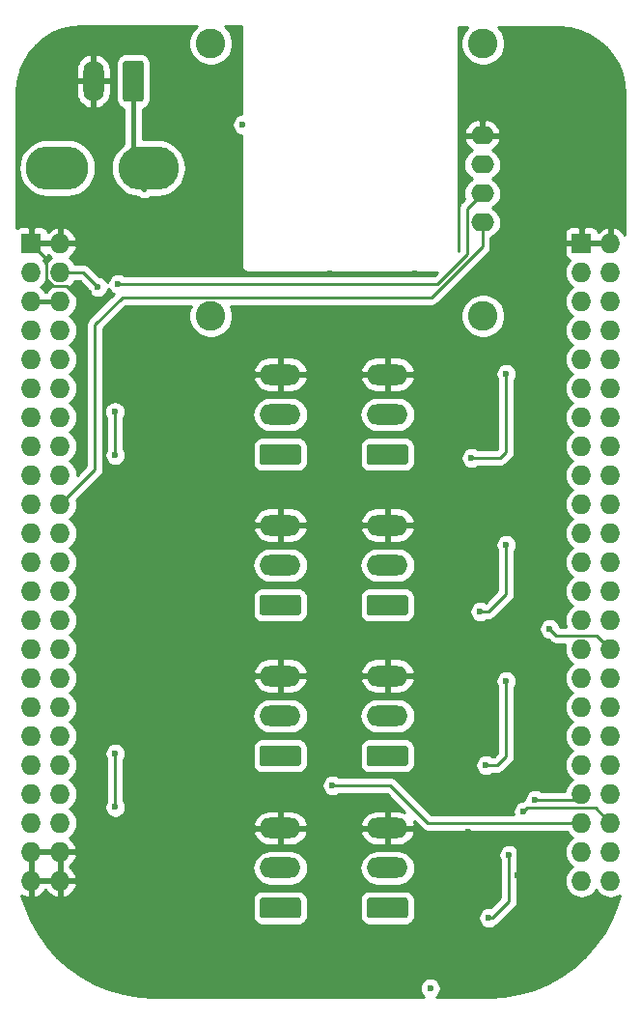
<source format=gbr>
%TF.GenerationSoftware,KiCad,Pcbnew,(5.1.4)-1*%
%TF.CreationDate,2021-10-25T09:14:49+02:00*%
%TF.ProjectId,bbb-diffcape,6262622d-6469-4666-9663-6170652e6b69,rev?*%
%TF.SameCoordinates,Original*%
%TF.FileFunction,Copper,L2,Bot*%
%TF.FilePolarity,Positive*%
%FSLAX46Y46*%
G04 Gerber Fmt 4.6, Leading zero omitted, Abs format (unit mm)*
G04 Created by KiCad (PCBNEW (5.1.4)-1) date 2021-10-25 09:14:49*
%MOMM*%
%LPD*%
G04 APERTURE LIST*
%TA.AperFunction,ComponentPad*%
%ADD10R,1.727200X1.727200*%
%TD*%
%TA.AperFunction,ComponentPad*%
%ADD11O,1.727200X1.727200*%
%TD*%
%TA.AperFunction,ComponentPad*%
%ADD12O,5.300000X3.800000*%
%TD*%
%TA.AperFunction,ComponentPad*%
%ADD13O,5.500000X3.800000*%
%TD*%
%TA.AperFunction,ComponentPad*%
%ADD14O,3.600000X1.800000*%
%TD*%
%TA.AperFunction,Conductor*%
%ADD15C,0.100000*%
%TD*%
%TA.AperFunction,ComponentPad*%
%ADD16C,1.800000*%
%TD*%
%TA.AperFunction,ComponentPad*%
%ADD17O,1.800000X3.600000*%
%TD*%
%TA.AperFunction,ComponentPad*%
%ADD18O,2.000000X1.600000*%
%TD*%
%TA.AperFunction,ComponentPad*%
%ADD19C,2.600000*%
%TD*%
%TA.AperFunction,ViaPad*%
%ADD20C,0.600000*%
%TD*%
%TA.AperFunction,Conductor*%
%ADD21C,0.250000*%
%TD*%
%TA.AperFunction,Conductor*%
%ADD22C,0.400000*%
%TD*%
%TA.AperFunction,Conductor*%
%ADD23C,0.254000*%
%TD*%
G04 APERTURE END LIST*
D10*
%TO.P,P8,1*%
%TO.N,GNDD*%
X164630100Y-62382400D03*
D11*
%TO.P,P8,2*%
X167170100Y-62382400D03*
%TO.P,P8,3*%
%TO.N,Net-(P8-Pad3)*%
X164630100Y-64922400D03*
%TO.P,P8,4*%
%TO.N,Net-(P8-Pad4)*%
X167170100Y-64922400D03*
%TO.P,P8,5*%
%TO.N,Net-(P8-Pad5)*%
X164630100Y-67462400D03*
%TO.P,P8,6*%
%TO.N,Net-(P8-Pad6)*%
X167170100Y-67462400D03*
%TO.P,P8,7*%
%TO.N,Net-(P8-Pad7)*%
X164630100Y-70002400D03*
%TO.P,P8,8*%
%TO.N,Net-(P8-Pad8)*%
X167170100Y-70002400D03*
%TO.P,P8,9*%
%TO.N,Net-(P8-Pad9)*%
X164630100Y-72542400D03*
%TO.P,P8,10*%
%TO.N,Net-(P8-Pad10)*%
X167170100Y-72542400D03*
%TO.P,P8,11*%
%TO.N,Net-(P8-Pad11)*%
X164630100Y-75082400D03*
%TO.P,P8,12*%
%TO.N,Net-(P8-Pad12)*%
X167170100Y-75082400D03*
%TO.P,P8,13*%
%TO.N,Net-(P8-Pad13)*%
X164630100Y-77622400D03*
%TO.P,P8,14*%
%TO.N,Net-(P8-Pad14)*%
X167170100Y-77622400D03*
%TO.P,P8,15*%
%TO.N,Net-(P8-Pad15)*%
X164630100Y-80162400D03*
%TO.P,P8,16*%
%TO.N,Net-(P8-Pad16)*%
X167170100Y-80162400D03*
%TO.P,P8,17*%
%TO.N,Net-(P8-Pad17)*%
X164630100Y-82702400D03*
%TO.P,P8,18*%
%TO.N,Net-(P8-Pad18)*%
X167170100Y-82702400D03*
%TO.P,P8,19*%
%TO.N,Net-(P8-Pad19)*%
X164630100Y-85242400D03*
%TO.P,P8,20*%
%TO.N,Net-(P8-Pad20)*%
X167170100Y-85242400D03*
%TO.P,P8,21*%
%TO.N,Net-(P8-Pad21)*%
X164630100Y-87782400D03*
%TO.P,P8,22*%
%TO.N,Net-(P8-Pad22)*%
X167170100Y-87782400D03*
%TO.P,P8,23*%
%TO.N,Net-(P8-Pad23)*%
X164630100Y-90322400D03*
%TO.P,P8,24*%
%TO.N,Net-(P8-Pad24)*%
X167170100Y-90322400D03*
%TO.P,P8,25*%
%TO.N,Net-(P8-Pad25)*%
X164630100Y-92862400D03*
%TO.P,P8,26*%
%TO.N,Net-(P8-Pad26)*%
X167170100Y-92862400D03*
%TO.P,P8,27*%
%TO.N,String2*%
X164630100Y-95402400D03*
%TO.P,P8,28*%
%TO.N,String1*%
X167170100Y-95402400D03*
%TO.P,P8,29*%
%TO.N,String4*%
X164630100Y-97942400D03*
%TO.P,P8,30*%
%TO.N,String3*%
X167170100Y-97942400D03*
%TO.P,P8,31*%
%TO.N,Net-(P8-Pad31)*%
X164630100Y-100482400D03*
%TO.P,P8,32*%
%TO.N,Net-(P8-Pad32)*%
X167170100Y-100482400D03*
%TO.P,P8,33*%
%TO.N,Net-(P8-Pad33)*%
X164630100Y-103022400D03*
%TO.P,P8,34*%
%TO.N,Net-(P8-Pad34)*%
X167170100Y-103022400D03*
%TO.P,P8,35*%
%TO.N,Net-(P8-Pad35)*%
X164630100Y-105562400D03*
%TO.P,P8,36*%
%TO.N,Net-(P8-Pad36)*%
X167170100Y-105562400D03*
%TO.P,P8,37*%
%TO.N,Net-(P8-Pad37)*%
X164630100Y-108102400D03*
%TO.P,P8,38*%
%TO.N,Net-(P8-Pad38)*%
X167170100Y-108102400D03*
%TO.P,P8,39*%
%TO.N,String6*%
X164630100Y-110642400D03*
%TO.P,P8,40*%
%TO.N,String5*%
X167170100Y-110642400D03*
%TO.P,P8,41*%
%TO.N,String8*%
X164630100Y-113182400D03*
%TO.P,P8,42*%
%TO.N,String7*%
X167170100Y-113182400D03*
%TO.P,P8,43*%
%TO.N,Net-(P8-Pad43)*%
X164630100Y-115722400D03*
%TO.P,P8,44*%
%TO.N,Net-(P8-Pad44)*%
X167170100Y-115722400D03*
%TO.P,P8,45*%
%TO.N,Net-(P8-Pad45)*%
X164630100Y-118262400D03*
%TO.P,P8,46*%
%TO.N,Net-(P8-Pad46)*%
X167170100Y-118262400D03*
%TD*%
D12*
%TO.P,F1,2*%
%TO.N,/5Vin*%
X126656100Y-55778400D03*
D13*
%TO.P,F1,1*%
%TO.N,+5V*%
X118656100Y-55778400D03*
%TD*%
D14*
%TO.P,J9,3*%
%TO.N,GNDD*%
X138214100Y-73868400D03*
%TO.P,J9,2*%
%TO.N,Net-(D9-Pad2)*%
X138214100Y-77368400D03*
D15*
%TD*%
%TO.N,Net-(D9-Pad1)*%
%TO.C,J9*%
G36*
X139788604Y-79969604D02*
G01*
X139812873Y-79973204D01*
X139836671Y-79979165D01*
X139859771Y-79987430D01*
X139881949Y-79997920D01*
X139902993Y-80010533D01*
X139922698Y-80025147D01*
X139940877Y-80041623D01*
X139957353Y-80059802D01*
X139971967Y-80079507D01*
X139984580Y-80100551D01*
X139995070Y-80122729D01*
X140003335Y-80145829D01*
X140009296Y-80169627D01*
X140012896Y-80193896D01*
X140014100Y-80218400D01*
X140014100Y-81518400D01*
X140012896Y-81542904D01*
X140009296Y-81567173D01*
X140003335Y-81590971D01*
X139995070Y-81614071D01*
X139984580Y-81636249D01*
X139971967Y-81657293D01*
X139957353Y-81676998D01*
X139940877Y-81695177D01*
X139922698Y-81711653D01*
X139902993Y-81726267D01*
X139881949Y-81738880D01*
X139859771Y-81749370D01*
X139836671Y-81757635D01*
X139812873Y-81763596D01*
X139788604Y-81767196D01*
X139764100Y-81768400D01*
X136664100Y-81768400D01*
X136639596Y-81767196D01*
X136615327Y-81763596D01*
X136591529Y-81757635D01*
X136568429Y-81749370D01*
X136546251Y-81738880D01*
X136525207Y-81726267D01*
X136505502Y-81711653D01*
X136487323Y-81695177D01*
X136470847Y-81676998D01*
X136456233Y-81657293D01*
X136443620Y-81636249D01*
X136433130Y-81614071D01*
X136424865Y-81590971D01*
X136418904Y-81567173D01*
X136415304Y-81542904D01*
X136414100Y-81518400D01*
X136414100Y-80218400D01*
X136415304Y-80193896D01*
X136418904Y-80169627D01*
X136424865Y-80145829D01*
X136433130Y-80122729D01*
X136443620Y-80100551D01*
X136456233Y-80079507D01*
X136470847Y-80059802D01*
X136487323Y-80041623D01*
X136505502Y-80025147D01*
X136525207Y-80010533D01*
X136546251Y-79997920D01*
X136568429Y-79987430D01*
X136591529Y-79979165D01*
X136615327Y-79973204D01*
X136639596Y-79969604D01*
X136664100Y-79968400D01*
X139764100Y-79968400D01*
X139788604Y-79969604D01*
X139788604Y-79969604D01*
G37*
D16*
%TO.P,J9,1*%
%TO.N,Net-(D9-Pad1)*%
X138214100Y-80868400D03*
%TD*%
D14*
%TO.P,J8,3*%
%TO.N,GNDD*%
X147612100Y-73868400D03*
%TO.P,J8,2*%
%TO.N,Net-(D8-Pad2)*%
X147612100Y-77368400D03*
D15*
%TD*%
%TO.N,Net-(D8-Pad1)*%
%TO.C,J8*%
G36*
X149186604Y-79969604D02*
G01*
X149210873Y-79973204D01*
X149234671Y-79979165D01*
X149257771Y-79987430D01*
X149279949Y-79997920D01*
X149300993Y-80010533D01*
X149320698Y-80025147D01*
X149338877Y-80041623D01*
X149355353Y-80059802D01*
X149369967Y-80079507D01*
X149382580Y-80100551D01*
X149393070Y-80122729D01*
X149401335Y-80145829D01*
X149407296Y-80169627D01*
X149410896Y-80193896D01*
X149412100Y-80218400D01*
X149412100Y-81518400D01*
X149410896Y-81542904D01*
X149407296Y-81567173D01*
X149401335Y-81590971D01*
X149393070Y-81614071D01*
X149382580Y-81636249D01*
X149369967Y-81657293D01*
X149355353Y-81676998D01*
X149338877Y-81695177D01*
X149320698Y-81711653D01*
X149300993Y-81726267D01*
X149279949Y-81738880D01*
X149257771Y-81749370D01*
X149234671Y-81757635D01*
X149210873Y-81763596D01*
X149186604Y-81767196D01*
X149162100Y-81768400D01*
X146062100Y-81768400D01*
X146037596Y-81767196D01*
X146013327Y-81763596D01*
X145989529Y-81757635D01*
X145966429Y-81749370D01*
X145944251Y-81738880D01*
X145923207Y-81726267D01*
X145903502Y-81711653D01*
X145885323Y-81695177D01*
X145868847Y-81676998D01*
X145854233Y-81657293D01*
X145841620Y-81636249D01*
X145831130Y-81614071D01*
X145822865Y-81590971D01*
X145816904Y-81567173D01*
X145813304Y-81542904D01*
X145812100Y-81518400D01*
X145812100Y-80218400D01*
X145813304Y-80193896D01*
X145816904Y-80169627D01*
X145822865Y-80145829D01*
X145831130Y-80122729D01*
X145841620Y-80100551D01*
X145854233Y-80079507D01*
X145868847Y-80059802D01*
X145885323Y-80041623D01*
X145903502Y-80025147D01*
X145923207Y-80010533D01*
X145944251Y-79997920D01*
X145966429Y-79987430D01*
X145989529Y-79979165D01*
X146013327Y-79973204D01*
X146037596Y-79969604D01*
X146062100Y-79968400D01*
X149162100Y-79968400D01*
X149186604Y-79969604D01*
X149186604Y-79969604D01*
G37*
D16*
%TO.P,J8,1*%
%TO.N,Net-(D8-Pad1)*%
X147612100Y-80868400D03*
%TD*%
D14*
%TO.P,J7,3*%
%TO.N,GNDD*%
X138214100Y-87068900D03*
%TO.P,J7,2*%
%TO.N,Net-(D7-Pad2)*%
X138214100Y-90568900D03*
D15*
%TD*%
%TO.N,Net-(D7-Pad1)*%
%TO.C,J7*%
G36*
X139788604Y-93170104D02*
G01*
X139812873Y-93173704D01*
X139836671Y-93179665D01*
X139859771Y-93187930D01*
X139881949Y-93198420D01*
X139902993Y-93211033D01*
X139922698Y-93225647D01*
X139940877Y-93242123D01*
X139957353Y-93260302D01*
X139971967Y-93280007D01*
X139984580Y-93301051D01*
X139995070Y-93323229D01*
X140003335Y-93346329D01*
X140009296Y-93370127D01*
X140012896Y-93394396D01*
X140014100Y-93418900D01*
X140014100Y-94718900D01*
X140012896Y-94743404D01*
X140009296Y-94767673D01*
X140003335Y-94791471D01*
X139995070Y-94814571D01*
X139984580Y-94836749D01*
X139971967Y-94857793D01*
X139957353Y-94877498D01*
X139940877Y-94895677D01*
X139922698Y-94912153D01*
X139902993Y-94926767D01*
X139881949Y-94939380D01*
X139859771Y-94949870D01*
X139836671Y-94958135D01*
X139812873Y-94964096D01*
X139788604Y-94967696D01*
X139764100Y-94968900D01*
X136664100Y-94968900D01*
X136639596Y-94967696D01*
X136615327Y-94964096D01*
X136591529Y-94958135D01*
X136568429Y-94949870D01*
X136546251Y-94939380D01*
X136525207Y-94926767D01*
X136505502Y-94912153D01*
X136487323Y-94895677D01*
X136470847Y-94877498D01*
X136456233Y-94857793D01*
X136443620Y-94836749D01*
X136433130Y-94814571D01*
X136424865Y-94791471D01*
X136418904Y-94767673D01*
X136415304Y-94743404D01*
X136414100Y-94718900D01*
X136414100Y-93418900D01*
X136415304Y-93394396D01*
X136418904Y-93370127D01*
X136424865Y-93346329D01*
X136433130Y-93323229D01*
X136443620Y-93301051D01*
X136456233Y-93280007D01*
X136470847Y-93260302D01*
X136487323Y-93242123D01*
X136505502Y-93225647D01*
X136525207Y-93211033D01*
X136546251Y-93198420D01*
X136568429Y-93187930D01*
X136591529Y-93179665D01*
X136615327Y-93173704D01*
X136639596Y-93170104D01*
X136664100Y-93168900D01*
X139764100Y-93168900D01*
X139788604Y-93170104D01*
X139788604Y-93170104D01*
G37*
D16*
%TO.P,J7,1*%
%TO.N,Net-(D7-Pad1)*%
X138214100Y-94068900D03*
%TD*%
D14*
%TO.P,J6,3*%
%TO.N,GNDD*%
X147612100Y-87076400D03*
%TO.P,J6,2*%
%TO.N,Net-(D6-Pad2)*%
X147612100Y-90576400D03*
D15*
%TD*%
%TO.N,Net-(D6-Pad1)*%
%TO.C,J6*%
G36*
X149186604Y-93177604D02*
G01*
X149210873Y-93181204D01*
X149234671Y-93187165D01*
X149257771Y-93195430D01*
X149279949Y-93205920D01*
X149300993Y-93218533D01*
X149320698Y-93233147D01*
X149338877Y-93249623D01*
X149355353Y-93267802D01*
X149369967Y-93287507D01*
X149382580Y-93308551D01*
X149393070Y-93330729D01*
X149401335Y-93353829D01*
X149407296Y-93377627D01*
X149410896Y-93401896D01*
X149412100Y-93426400D01*
X149412100Y-94726400D01*
X149410896Y-94750904D01*
X149407296Y-94775173D01*
X149401335Y-94798971D01*
X149393070Y-94822071D01*
X149382580Y-94844249D01*
X149369967Y-94865293D01*
X149355353Y-94884998D01*
X149338877Y-94903177D01*
X149320698Y-94919653D01*
X149300993Y-94934267D01*
X149279949Y-94946880D01*
X149257771Y-94957370D01*
X149234671Y-94965635D01*
X149210873Y-94971596D01*
X149186604Y-94975196D01*
X149162100Y-94976400D01*
X146062100Y-94976400D01*
X146037596Y-94975196D01*
X146013327Y-94971596D01*
X145989529Y-94965635D01*
X145966429Y-94957370D01*
X145944251Y-94946880D01*
X145923207Y-94934267D01*
X145903502Y-94919653D01*
X145885323Y-94903177D01*
X145868847Y-94884998D01*
X145854233Y-94865293D01*
X145841620Y-94844249D01*
X145831130Y-94822071D01*
X145822865Y-94798971D01*
X145816904Y-94775173D01*
X145813304Y-94750904D01*
X145812100Y-94726400D01*
X145812100Y-93426400D01*
X145813304Y-93401896D01*
X145816904Y-93377627D01*
X145822865Y-93353829D01*
X145831130Y-93330729D01*
X145841620Y-93308551D01*
X145854233Y-93287507D01*
X145868847Y-93267802D01*
X145885323Y-93249623D01*
X145903502Y-93233147D01*
X145923207Y-93218533D01*
X145944251Y-93205920D01*
X145966429Y-93195430D01*
X145989529Y-93187165D01*
X146013327Y-93181204D01*
X146037596Y-93177604D01*
X146062100Y-93176400D01*
X149162100Y-93176400D01*
X149186604Y-93177604D01*
X149186604Y-93177604D01*
G37*
D16*
%TO.P,J6,1*%
%TO.N,Net-(D6-Pad1)*%
X147612100Y-94076400D03*
%TD*%
D14*
%TO.P,J5,3*%
%TO.N,GNDD*%
X138214100Y-100284400D03*
%TO.P,J5,2*%
%TO.N,Net-(D5-Pad2)*%
X138214100Y-103784400D03*
D15*
%TD*%
%TO.N,Net-(D5-Pad1)*%
%TO.C,J5*%
G36*
X139788604Y-106385604D02*
G01*
X139812873Y-106389204D01*
X139836671Y-106395165D01*
X139859771Y-106403430D01*
X139881949Y-106413920D01*
X139902993Y-106426533D01*
X139922698Y-106441147D01*
X139940877Y-106457623D01*
X139957353Y-106475802D01*
X139971967Y-106495507D01*
X139984580Y-106516551D01*
X139995070Y-106538729D01*
X140003335Y-106561829D01*
X140009296Y-106585627D01*
X140012896Y-106609896D01*
X140014100Y-106634400D01*
X140014100Y-107934400D01*
X140012896Y-107958904D01*
X140009296Y-107983173D01*
X140003335Y-108006971D01*
X139995070Y-108030071D01*
X139984580Y-108052249D01*
X139971967Y-108073293D01*
X139957353Y-108092998D01*
X139940877Y-108111177D01*
X139922698Y-108127653D01*
X139902993Y-108142267D01*
X139881949Y-108154880D01*
X139859771Y-108165370D01*
X139836671Y-108173635D01*
X139812873Y-108179596D01*
X139788604Y-108183196D01*
X139764100Y-108184400D01*
X136664100Y-108184400D01*
X136639596Y-108183196D01*
X136615327Y-108179596D01*
X136591529Y-108173635D01*
X136568429Y-108165370D01*
X136546251Y-108154880D01*
X136525207Y-108142267D01*
X136505502Y-108127653D01*
X136487323Y-108111177D01*
X136470847Y-108092998D01*
X136456233Y-108073293D01*
X136443620Y-108052249D01*
X136433130Y-108030071D01*
X136424865Y-108006971D01*
X136418904Y-107983173D01*
X136415304Y-107958904D01*
X136414100Y-107934400D01*
X136414100Y-106634400D01*
X136415304Y-106609896D01*
X136418904Y-106585627D01*
X136424865Y-106561829D01*
X136433130Y-106538729D01*
X136443620Y-106516551D01*
X136456233Y-106495507D01*
X136470847Y-106475802D01*
X136487323Y-106457623D01*
X136505502Y-106441147D01*
X136525207Y-106426533D01*
X136546251Y-106413920D01*
X136568429Y-106403430D01*
X136591529Y-106395165D01*
X136615327Y-106389204D01*
X136639596Y-106385604D01*
X136664100Y-106384400D01*
X139764100Y-106384400D01*
X139788604Y-106385604D01*
X139788604Y-106385604D01*
G37*
D16*
%TO.P,J5,1*%
%TO.N,Net-(D5-Pad1)*%
X138214100Y-107284400D03*
%TD*%
D14*
%TO.P,J4,3*%
%TO.N,GNDD*%
X147612100Y-100284400D03*
%TO.P,J4,2*%
%TO.N,Net-(D4-Pad2)*%
X147612100Y-103784400D03*
D15*
%TD*%
%TO.N,Net-(D4-Pad1)*%
%TO.C,J4*%
G36*
X149186604Y-106385604D02*
G01*
X149210873Y-106389204D01*
X149234671Y-106395165D01*
X149257771Y-106403430D01*
X149279949Y-106413920D01*
X149300993Y-106426533D01*
X149320698Y-106441147D01*
X149338877Y-106457623D01*
X149355353Y-106475802D01*
X149369967Y-106495507D01*
X149382580Y-106516551D01*
X149393070Y-106538729D01*
X149401335Y-106561829D01*
X149407296Y-106585627D01*
X149410896Y-106609896D01*
X149412100Y-106634400D01*
X149412100Y-107934400D01*
X149410896Y-107958904D01*
X149407296Y-107983173D01*
X149401335Y-108006971D01*
X149393070Y-108030071D01*
X149382580Y-108052249D01*
X149369967Y-108073293D01*
X149355353Y-108092998D01*
X149338877Y-108111177D01*
X149320698Y-108127653D01*
X149300993Y-108142267D01*
X149279949Y-108154880D01*
X149257771Y-108165370D01*
X149234671Y-108173635D01*
X149210873Y-108179596D01*
X149186604Y-108183196D01*
X149162100Y-108184400D01*
X146062100Y-108184400D01*
X146037596Y-108183196D01*
X146013327Y-108179596D01*
X145989529Y-108173635D01*
X145966429Y-108165370D01*
X145944251Y-108154880D01*
X145923207Y-108142267D01*
X145903502Y-108127653D01*
X145885323Y-108111177D01*
X145868847Y-108092998D01*
X145854233Y-108073293D01*
X145841620Y-108052249D01*
X145831130Y-108030071D01*
X145822865Y-108006971D01*
X145816904Y-107983173D01*
X145813304Y-107958904D01*
X145812100Y-107934400D01*
X145812100Y-106634400D01*
X145813304Y-106609896D01*
X145816904Y-106585627D01*
X145822865Y-106561829D01*
X145831130Y-106538729D01*
X145841620Y-106516551D01*
X145854233Y-106495507D01*
X145868847Y-106475802D01*
X145885323Y-106457623D01*
X145903502Y-106441147D01*
X145923207Y-106426533D01*
X145944251Y-106413920D01*
X145966429Y-106403430D01*
X145989529Y-106395165D01*
X146013327Y-106389204D01*
X146037596Y-106385604D01*
X146062100Y-106384400D01*
X149162100Y-106384400D01*
X149186604Y-106385604D01*
X149186604Y-106385604D01*
G37*
D16*
%TO.P,J4,1*%
%TO.N,Net-(D4-Pad1)*%
X147612100Y-107284400D03*
%TD*%
D14*
%TO.P,J3,3*%
%TO.N,GNDD*%
X138214100Y-113619400D03*
%TO.P,J3,2*%
%TO.N,Net-(D2-Pad2)*%
X138214100Y-117119400D03*
D15*
%TD*%
%TO.N,Net-(D2-Pad1)*%
%TO.C,J3*%
G36*
X139788604Y-119720604D02*
G01*
X139812873Y-119724204D01*
X139836671Y-119730165D01*
X139859771Y-119738430D01*
X139881949Y-119748920D01*
X139902993Y-119761533D01*
X139922698Y-119776147D01*
X139940877Y-119792623D01*
X139957353Y-119810802D01*
X139971967Y-119830507D01*
X139984580Y-119851551D01*
X139995070Y-119873729D01*
X140003335Y-119896829D01*
X140009296Y-119920627D01*
X140012896Y-119944896D01*
X140014100Y-119969400D01*
X140014100Y-121269400D01*
X140012896Y-121293904D01*
X140009296Y-121318173D01*
X140003335Y-121341971D01*
X139995070Y-121365071D01*
X139984580Y-121387249D01*
X139971967Y-121408293D01*
X139957353Y-121427998D01*
X139940877Y-121446177D01*
X139922698Y-121462653D01*
X139902993Y-121477267D01*
X139881949Y-121489880D01*
X139859771Y-121500370D01*
X139836671Y-121508635D01*
X139812873Y-121514596D01*
X139788604Y-121518196D01*
X139764100Y-121519400D01*
X136664100Y-121519400D01*
X136639596Y-121518196D01*
X136615327Y-121514596D01*
X136591529Y-121508635D01*
X136568429Y-121500370D01*
X136546251Y-121489880D01*
X136525207Y-121477267D01*
X136505502Y-121462653D01*
X136487323Y-121446177D01*
X136470847Y-121427998D01*
X136456233Y-121408293D01*
X136443620Y-121387249D01*
X136433130Y-121365071D01*
X136424865Y-121341971D01*
X136418904Y-121318173D01*
X136415304Y-121293904D01*
X136414100Y-121269400D01*
X136414100Y-119969400D01*
X136415304Y-119944896D01*
X136418904Y-119920627D01*
X136424865Y-119896829D01*
X136433130Y-119873729D01*
X136443620Y-119851551D01*
X136456233Y-119830507D01*
X136470847Y-119810802D01*
X136487323Y-119792623D01*
X136505502Y-119776147D01*
X136525207Y-119761533D01*
X136546251Y-119748920D01*
X136568429Y-119738430D01*
X136591529Y-119730165D01*
X136615327Y-119724204D01*
X136639596Y-119720604D01*
X136664100Y-119719400D01*
X139764100Y-119719400D01*
X139788604Y-119720604D01*
X139788604Y-119720604D01*
G37*
D16*
%TO.P,J3,1*%
%TO.N,Net-(D2-Pad1)*%
X138214100Y-120619400D03*
%TD*%
D14*
%TO.P,J2,3*%
%TO.N,GNDD*%
X147612100Y-113619400D03*
%TO.P,J2,2*%
%TO.N,Net-(D1-Pad2)*%
X147612100Y-117119400D03*
D15*
%TD*%
%TO.N,Net-(D1-Pad1)*%
%TO.C,J2*%
G36*
X149186604Y-119720604D02*
G01*
X149210873Y-119724204D01*
X149234671Y-119730165D01*
X149257771Y-119738430D01*
X149279949Y-119748920D01*
X149300993Y-119761533D01*
X149320698Y-119776147D01*
X149338877Y-119792623D01*
X149355353Y-119810802D01*
X149369967Y-119830507D01*
X149382580Y-119851551D01*
X149393070Y-119873729D01*
X149401335Y-119896829D01*
X149407296Y-119920627D01*
X149410896Y-119944896D01*
X149412100Y-119969400D01*
X149412100Y-121269400D01*
X149410896Y-121293904D01*
X149407296Y-121318173D01*
X149401335Y-121341971D01*
X149393070Y-121365071D01*
X149382580Y-121387249D01*
X149369967Y-121408293D01*
X149355353Y-121427998D01*
X149338877Y-121446177D01*
X149320698Y-121462653D01*
X149300993Y-121477267D01*
X149279949Y-121489880D01*
X149257771Y-121500370D01*
X149234671Y-121508635D01*
X149210873Y-121514596D01*
X149186604Y-121518196D01*
X149162100Y-121519400D01*
X146062100Y-121519400D01*
X146037596Y-121518196D01*
X146013327Y-121514596D01*
X145989529Y-121508635D01*
X145966429Y-121500370D01*
X145944251Y-121489880D01*
X145923207Y-121477267D01*
X145903502Y-121462653D01*
X145885323Y-121446177D01*
X145868847Y-121427998D01*
X145854233Y-121408293D01*
X145841620Y-121387249D01*
X145831130Y-121365071D01*
X145822865Y-121341971D01*
X145816904Y-121318173D01*
X145813304Y-121293904D01*
X145812100Y-121269400D01*
X145812100Y-119969400D01*
X145813304Y-119944896D01*
X145816904Y-119920627D01*
X145822865Y-119896829D01*
X145831130Y-119873729D01*
X145841620Y-119851551D01*
X145854233Y-119830507D01*
X145868847Y-119810802D01*
X145885323Y-119792623D01*
X145903502Y-119776147D01*
X145923207Y-119761533D01*
X145944251Y-119748920D01*
X145966429Y-119738430D01*
X145989529Y-119730165D01*
X146013327Y-119724204D01*
X146037596Y-119720604D01*
X146062100Y-119719400D01*
X149162100Y-119719400D01*
X149186604Y-119720604D01*
X149186604Y-119720604D01*
G37*
D16*
%TO.P,J2,1*%
%TO.N,Net-(D1-Pad1)*%
X147612100Y-120619400D03*
%TD*%
D17*
%TO.P,J1,2*%
%TO.N,GNDD*%
X121823600Y-48158400D03*
D15*
%TD*%
%TO.N,/5Vin*%
%TO.C,J1*%
G36*
X125998104Y-46359604D02*
G01*
X126022373Y-46363204D01*
X126046171Y-46369165D01*
X126069271Y-46377430D01*
X126091449Y-46387920D01*
X126112493Y-46400533D01*
X126132198Y-46415147D01*
X126150377Y-46431623D01*
X126166853Y-46449802D01*
X126181467Y-46469507D01*
X126194080Y-46490551D01*
X126204570Y-46512729D01*
X126212835Y-46535829D01*
X126218796Y-46559627D01*
X126222396Y-46583896D01*
X126223600Y-46608400D01*
X126223600Y-49708400D01*
X126222396Y-49732904D01*
X126218796Y-49757173D01*
X126212835Y-49780971D01*
X126204570Y-49804071D01*
X126194080Y-49826249D01*
X126181467Y-49847293D01*
X126166853Y-49866998D01*
X126150377Y-49885177D01*
X126132198Y-49901653D01*
X126112493Y-49916267D01*
X126091449Y-49928880D01*
X126069271Y-49939370D01*
X126046171Y-49947635D01*
X126022373Y-49953596D01*
X125998104Y-49957196D01*
X125973600Y-49958400D01*
X124673600Y-49958400D01*
X124649096Y-49957196D01*
X124624827Y-49953596D01*
X124601029Y-49947635D01*
X124577929Y-49939370D01*
X124555751Y-49928880D01*
X124534707Y-49916267D01*
X124515002Y-49901653D01*
X124496823Y-49885177D01*
X124480347Y-49866998D01*
X124465733Y-49847293D01*
X124453120Y-49826249D01*
X124442630Y-49804071D01*
X124434365Y-49780971D01*
X124428404Y-49757173D01*
X124424804Y-49732904D01*
X124423600Y-49708400D01*
X124423600Y-46608400D01*
X124424804Y-46583896D01*
X124428404Y-46559627D01*
X124434365Y-46535829D01*
X124442630Y-46512729D01*
X124453120Y-46490551D01*
X124465733Y-46469507D01*
X124480347Y-46449802D01*
X124496823Y-46431623D01*
X124515002Y-46415147D01*
X124534707Y-46400533D01*
X124555751Y-46387920D01*
X124577929Y-46377430D01*
X124601029Y-46369165D01*
X124624827Y-46363204D01*
X124649096Y-46359604D01*
X124673600Y-46358400D01*
X125973600Y-46358400D01*
X125998104Y-46359604D01*
X125998104Y-46359604D01*
G37*
D16*
%TO.P,J1,1*%
%TO.N,/5Vin*%
X125323600Y-48158400D03*
%TD*%
D18*
%TO.P,Brd1,4*%
%TO.N,OLED_SDA*%
X155926100Y-60540400D03*
%TO.P,Brd1,3*%
%TO.N,OLED_SCL*%
X155926100Y-58000400D03*
%TO.P,Brd1,1*%
%TO.N,GNDD*%
X155926100Y-52920400D03*
%TO.P,Brd1,2*%
%TO.N,+3V3*%
X155926100Y-55460400D03*
D19*
%TO.P,Brd1,*%
%TO.N,*%
X155994100Y-68732400D03*
X155994100Y-44856400D03*
X132118100Y-44856400D03*
X132118100Y-68732400D03*
%TD*%
D10*
%TO.P,P9,1*%
%TO.N,GNDD*%
X116370100Y-62382400D03*
D11*
%TO.P,P9,2*%
X118910100Y-62382400D03*
%TO.P,P9,3*%
%TO.N,+3V3*%
X116370100Y-64922400D03*
%TO.P,P9,4*%
X118910100Y-64922400D03*
%TO.P,P9,5*%
%TO.N,+5V*%
X116370100Y-67462400D03*
%TO.P,P9,6*%
X118910100Y-67462400D03*
%TO.P,P9,7*%
%TO.N,SYS_5V*%
X116370100Y-70002400D03*
%TO.P,P9,8*%
X118910100Y-70002400D03*
%TO.P,P9,9*%
%TO.N,PWR_BUT*%
X116370100Y-72542400D03*
%TO.P,P9,10*%
%TO.N,SYS_RESETN*%
X118910100Y-72542400D03*
%TO.P,P9,11*%
%TO.N,Net-(P9-Pad11)*%
X116370100Y-75082400D03*
%TO.P,P9,12*%
%TO.N,Net-(P9-Pad12)*%
X118910100Y-75082400D03*
%TO.P,P9,13*%
%TO.N,Net-(P9-Pad13)*%
X116370100Y-77622400D03*
%TO.P,P9,14*%
%TO.N,Net-(P9-Pad14)*%
X118910100Y-77622400D03*
%TO.P,P9,15*%
%TO.N,Net-(P9-Pad15)*%
X116370100Y-80162400D03*
%TO.P,P9,16*%
%TO.N,Net-(P9-Pad16)*%
X118910100Y-80162400D03*
%TO.P,P9,17*%
%TO.N,Net-(P9-Pad17)*%
X116370100Y-82702400D03*
%TO.P,P9,18*%
%TO.N,Net-(P9-Pad18)*%
X118910100Y-82702400D03*
%TO.P,P9,19*%
%TO.N,OLED_SCL*%
X116370100Y-85242400D03*
%TO.P,P9,20*%
%TO.N,OLED_SDA*%
X118910100Y-85242400D03*
%TO.P,P9,21*%
%TO.N,Net-(P9-Pad21)*%
X116370100Y-87782400D03*
%TO.P,P9,22*%
%TO.N,Net-(P9-Pad22)*%
X118910100Y-87782400D03*
%TO.P,P9,23*%
%TO.N,Net-(P9-Pad23)*%
X116370100Y-90322400D03*
%TO.P,P9,24*%
%TO.N,Net-(P9-Pad24)*%
X118910100Y-90322400D03*
%TO.P,P9,25*%
%TO.N,Net-(P9-Pad25)*%
X116370100Y-92862400D03*
%TO.P,P9,26*%
%TO.N,Net-(P9-Pad26)*%
X118910100Y-92862400D03*
%TO.P,P9,27*%
%TO.N,Net-(P9-Pad27)*%
X116370100Y-95402400D03*
%TO.P,P9,28*%
%TO.N,Net-(P9-Pad28)*%
X118910100Y-95402400D03*
%TO.P,P9,29*%
%TO.N,Net-(P9-Pad29)*%
X116370100Y-97942400D03*
%TO.P,P9,30*%
%TO.N,Net-(P9-Pad30)*%
X118910100Y-97942400D03*
%TO.P,P9,31*%
%TO.N,Net-(P9-Pad31)*%
X116370100Y-100482400D03*
%TO.P,P9,32*%
%TO.N,VDD_ADC*%
X118910100Y-100482400D03*
%TO.P,P9,33*%
%TO.N,Net-(P9-Pad33)*%
X116370100Y-103022400D03*
%TO.P,P9,34*%
%TO.N,GNDA_ADC*%
X118910100Y-103022400D03*
%TO.P,P9,35*%
%TO.N,Net-(P9-Pad35)*%
X116370100Y-105562400D03*
%TO.P,P9,36*%
%TO.N,Net-(P9-Pad36)*%
X118910100Y-105562400D03*
%TO.P,P9,37*%
%TO.N,Net-(P9-Pad37)*%
X116370100Y-108102400D03*
%TO.P,P9,38*%
%TO.N,Net-(P9-Pad38)*%
X118910100Y-108102400D03*
%TO.P,P9,39*%
%TO.N,Net-(P9-Pad39)*%
X116370100Y-110642400D03*
%TO.P,P9,40*%
%TO.N,Net-(P9-Pad40)*%
X118910100Y-110642400D03*
%TO.P,P9,41*%
%TO.N,Net-(P9-Pad41)*%
X116370100Y-113182400D03*
%TO.P,P9,42*%
%TO.N,Net-(P9-Pad42)*%
X118910100Y-113182400D03*
%TO.P,P9,43*%
%TO.N,GNDD*%
X116370100Y-115722400D03*
%TO.P,P9,44*%
X118910100Y-115722400D03*
%TO.P,P9,45*%
X116370100Y-118262400D03*
%TO.P,P9,46*%
X118910100Y-118262400D03*
%TD*%
D20*
%TO.N,*%
X134912100Y-51968400D03*
X151358600Y-127660400D03*
%TO.N,GNDD*%
X121450100Y-66700400D03*
X117894100Y-45110400D03*
X122974100Y-43840400D03*
X129070100Y-43840400D03*
X115862100Y-50444400D03*
X115354100Y-58318400D03*
X118910100Y-60096400D03*
X131356100Y-58572400D03*
X133896100Y-64414400D03*
X128562100Y-68986400D03*
X123228100Y-70002400D03*
X130086100Y-72796400D03*
X127546100Y-62890400D03*
X126276100Y-60604400D03*
X123228100Y-62128400D03*
X123228100Y-59588400D03*
X121450100Y-68478400D03*
X125006100Y-74574400D03*
X159042100Y-117754400D03*
X158534100Y-114198400D03*
X159042100Y-101498400D03*
X159042100Y-105054400D03*
X125260100Y-108229400D03*
X125387100Y-114833400D03*
X155105100Y-48539400D03*
X158851600Y-44792900D03*
X165392100Y-44602400D03*
X167678100Y-50825400D03*
X167741600Y-58064400D03*
X159042100Y-57556400D03*
X150025100Y-65049400D03*
X142595600Y-65049400D03*
X151803100Y-68160900D03*
X143040100Y-68287900D03*
X135547100Y-68478400D03*
X155359100Y-65176400D03*
X156502100Y-64033400D03*
X161201100Y-69684900D03*
X162090100Y-62255400D03*
X162344100Y-78828900D03*
X159613600Y-72605900D03*
X152438100Y-71780400D03*
X154597100Y-73367900D03*
X157645100Y-82765900D03*
X161963100Y-84035900D03*
X152184100Y-84099400D03*
X152057100Y-86575900D03*
X158597600Y-86004400D03*
X162026600Y-91020900D03*
X161772600Y-94894400D03*
X161137600Y-97053400D03*
X158724600Y-93814900D03*
X156946600Y-96037400D03*
X153200100Y-97624900D03*
X151803100Y-98577400D03*
X154406600Y-101117400D03*
X154787600Y-103149400D03*
X161391600Y-104101900D03*
X162217100Y-110007400D03*
X160502600Y-105816400D03*
X158089600Y-109626400D03*
X151676100Y-109689900D03*
X151612600Y-111277400D03*
X155295600Y-111150400D03*
X138150600Y-111467900D03*
X131229100Y-111213900D03*
X126847600Y-109562900D03*
X121513600Y-108546900D03*
X121196100Y-111086900D03*
X129514600Y-112547400D03*
X134150100Y-112991900D03*
X130213100Y-114833400D03*
X124498100Y-116674900D03*
X122783600Y-117881400D03*
X126657100Y-118135400D03*
X121196100Y-119786400D03*
X126022100Y-123977400D03*
X127228600Y-122580400D03*
X139674600Y-124167900D03*
X150977600Y-124167900D03*
X117005100Y-120802400D03*
X119418100Y-124040900D03*
X124180600Y-127469900D03*
X131864100Y-128358900D03*
X139674600Y-128295400D03*
X155613100Y-128041400D03*
X160312100Y-127342900D03*
X164439600Y-125120400D03*
X166852600Y-121754900D03*
X162407600Y-119913400D03*
X157518100Y-124231400D03*
X161963100Y-118008400D03*
X151803100Y-114261900D03*
X142278100Y-120865900D03*
X142024100Y-114833400D03*
X142087600Y-112801400D03*
X142151100Y-111340900D03*
X141897100Y-106070400D03*
X141833600Y-98704400D03*
X141897100Y-90131900D03*
X142659100Y-86702900D03*
X143548100Y-98704400D03*
X143230600Y-103720900D03*
X143738600Y-88290400D03*
X142214600Y-81559400D03*
X142278100Y-74002900D03*
X141452600Y-71145400D03*
X121704100Y-92163900D03*
X121132600Y-97688400D03*
X123418600Y-94576900D03*
X124879100Y-94195900D03*
X126149100Y-97751900D03*
X130022600Y-100228400D03*
X132753100Y-98513900D03*
X130022600Y-85877400D03*
X134531100Y-86131400D03*
X131356100Y-88607900D03*
X121513600Y-84543900D03*
X123037600Y-82194400D03*
X124307600Y-84353400D03*
X124561600Y-101815900D03*
X125196600Y-100037900D03*
X154724100Y-113944400D03*
%TO.N,+3V3*%
X123736100Y-80924400D03*
X123710600Y-77139900D03*
X122212100Y-66192400D03*
X123736100Y-111785400D03*
X123736100Y-107086400D03*
%TO.N,OLED_SCL*%
X123990100Y-65938400D03*
%TO.N,String3*%
X161836100Y-96164400D03*
%TO.N,String6*%
X160566100Y-111150400D03*
%TO.N,String8*%
X142786100Y-109880400D03*
%TO.N,String7*%
X159550100Y-112166400D03*
%TO.N,Net-(R1-Pad2)*%
X158280100Y-115976400D03*
X156502100Y-121485410D03*
%TO.N,Net-(R8-Pad2)*%
X158026100Y-100736400D03*
X156248100Y-108102400D03*
%TO.N,Net-(R14-Pad2)*%
X158026100Y-88798400D03*
X155740100Y-94640400D03*
%TO.N,Net-(R20-Pad2)*%
X158026100Y-73812400D03*
X154978100Y-81178400D03*
%TD*%
D21*
%TO.N,GNDD*%
X121450100Y-68095270D02*
X121450100Y-68478400D01*
X119465831Y-66111001D02*
X121450100Y-68095270D01*
X118339571Y-66111001D02*
X119465831Y-66111001D01*
X117721499Y-65492929D02*
X118339571Y-66111001D01*
X117721499Y-63733799D02*
X117721499Y-65492929D01*
X116370100Y-62382400D02*
X117721499Y-63733799D01*
X125006100Y-71780400D02*
X123228100Y-70002400D01*
X125006100Y-74574400D02*
X125006100Y-71780400D01*
X159042100Y-114706400D02*
X158534100Y-114198400D01*
X159042100Y-117754400D02*
X159042100Y-114706400D01*
X159042100Y-101498400D02*
X159042100Y-105054400D01*
X125387100Y-108356400D02*
X125260100Y-108229400D01*
X125387100Y-114833400D02*
X125387100Y-108356400D01*
%TO.N,+3V3*%
X123736100Y-77165400D02*
X123710600Y-77139900D01*
X123736100Y-80924400D02*
X123736100Y-77165400D01*
X120942100Y-64922400D02*
X122212100Y-66192400D01*
X118910100Y-64922400D02*
X120942100Y-64922400D01*
X123736100Y-111785400D02*
X123736100Y-107086400D01*
D22*
%TO.N,+5V*%
X116370100Y-67462400D02*
X118910100Y-67462400D01*
D21*
%TO.N,OLED_SDA*%
X151477940Y-67107399D02*
X155926100Y-62659239D01*
X155926100Y-62659239D02*
X155926100Y-60540400D01*
X121958100Y-69494400D02*
X124345101Y-67107399D01*
X118910100Y-85242400D02*
X121958100Y-82194400D01*
X124345101Y-67107399D02*
X151477940Y-67107399D01*
X121958100Y-82194400D02*
X121958100Y-69494400D01*
%TO.N,OLED_SCL*%
X154601090Y-59325410D02*
X155926100Y-58000400D01*
X154601090Y-63347839D02*
X154601090Y-59325410D01*
X152010529Y-65938400D02*
X154601090Y-63347839D01*
X123990100Y-65938400D02*
X152010529Y-65938400D01*
%TO.N,String3*%
X165981499Y-96753799D02*
X167170100Y-97942400D01*
X162425499Y-96753799D02*
X165981499Y-96753799D01*
X161836100Y-96164400D02*
X162425499Y-96753799D01*
%TO.N,String6*%
X164122100Y-111150400D02*
X164630100Y-110642400D01*
X160566100Y-111150400D02*
X164122100Y-111150400D01*
%TO.N,String8*%
X151168100Y-113182400D02*
X151866600Y-113182400D01*
X147866100Y-109880400D02*
X151168100Y-113182400D01*
X142786100Y-109880400D02*
X147866100Y-109880400D01*
X151866600Y-113182400D02*
X164630100Y-113182400D01*
%TO.N,String7*%
X165854101Y-111866401D02*
X167170100Y-113182400D01*
X159850099Y-111866401D02*
X165854101Y-111866401D01*
X159550100Y-112166400D02*
X159850099Y-111866401D01*
%TO.N,Net-(R1-Pad2)*%
X158280100Y-115976400D02*
X158280100Y-120040400D01*
X156835090Y-121485410D02*
X156502100Y-121485410D01*
X158280100Y-120040400D02*
X156835090Y-121485410D01*
%TO.N,Net-(R8-Pad2)*%
X158026100Y-100736400D02*
X158026100Y-107340400D01*
X158026100Y-107340400D02*
X157264100Y-108102400D01*
X157264100Y-108102400D02*
X156248100Y-108102400D01*
%TO.N,Net-(R14-Pad2)*%
X158026100Y-88798400D02*
X158026100Y-93116400D01*
X156502100Y-94640400D02*
X155740100Y-94640400D01*
X158026100Y-93116400D02*
X156502100Y-94640400D01*
%TO.N,Net-(R20-Pad2)*%
X158026100Y-73812400D02*
X158026100Y-80162400D01*
X158026100Y-80162400D02*
X158026100Y-80670400D01*
X157518100Y-81178400D02*
X154978100Y-81178400D01*
X158026100Y-80670400D02*
X157518100Y-81178400D01*
D22*
%TO.N,/5Vin*%
X125323600Y-56731900D02*
X126276100Y-57684400D01*
X125323600Y-48158400D02*
X125323600Y-56731900D01*
%TD*%
D23*
%TO.N,GNDD*%
G36*
X154491087Y-43622909D02*
G01*
X154279325Y-43939834D01*
X154133461Y-44291981D01*
X154059100Y-44665819D01*
X154059100Y-45046981D01*
X154133461Y-45420819D01*
X154279325Y-45772966D01*
X154491087Y-46089891D01*
X154760609Y-46359413D01*
X155077534Y-46571175D01*
X155429681Y-46717039D01*
X155803519Y-46791400D01*
X156184681Y-46791400D01*
X156558519Y-46717039D01*
X156910666Y-46571175D01*
X157227591Y-46359413D01*
X157497113Y-46089891D01*
X157708875Y-45772966D01*
X157854739Y-45420819D01*
X157929100Y-45046981D01*
X157929100Y-44665819D01*
X157854739Y-44291981D01*
X157708875Y-43939834D01*
X157497113Y-43622909D01*
X157334874Y-43460670D01*
X162673392Y-43460670D01*
X163598300Y-43537157D01*
X164476731Y-43751739D01*
X165310777Y-44101097D01*
X166079902Y-44576626D01*
X166765167Y-45166615D01*
X167349708Y-45856550D01*
X167819117Y-46629424D01*
X168161844Y-47466216D01*
X168369594Y-48346940D01*
X168438831Y-49249575D01*
X168438831Y-61588780D01*
X168276954Y-61372107D01*
X168058588Y-61175583D01*
X167806078Y-61025436D01*
X167529127Y-60927437D01*
X167297100Y-61047936D01*
X167297100Y-62255400D01*
X167317100Y-62255400D01*
X167317100Y-62509400D01*
X167297100Y-62509400D01*
X167297100Y-62529400D01*
X167043100Y-62529400D01*
X167043100Y-62509400D01*
X164757100Y-62509400D01*
X164757100Y-62529400D01*
X164503100Y-62529400D01*
X164503100Y-62509400D01*
X163290250Y-62509400D01*
X163131500Y-62668150D01*
X163128428Y-63246000D01*
X163140688Y-63370482D01*
X163176998Y-63490180D01*
X163235963Y-63600494D01*
X163315315Y-63697185D01*
X163412006Y-63776537D01*
X163522320Y-63835502D01*
X163573365Y-63850986D01*
X163565303Y-63857603D01*
X163378031Y-64085794D01*
X163238875Y-64346136D01*
X163153184Y-64628623D01*
X163124249Y-64922400D01*
X163153184Y-65216177D01*
X163238875Y-65498664D01*
X163378031Y-65759006D01*
X163565303Y-65987197D01*
X163793494Y-66174469D01*
X163827040Y-66192400D01*
X163793494Y-66210331D01*
X163565303Y-66397603D01*
X163378031Y-66625794D01*
X163238875Y-66886136D01*
X163153184Y-67168623D01*
X163124249Y-67462400D01*
X163153184Y-67756177D01*
X163238875Y-68038664D01*
X163378031Y-68299006D01*
X163565303Y-68527197D01*
X163793494Y-68714469D01*
X163827040Y-68732400D01*
X163793494Y-68750331D01*
X163565303Y-68937603D01*
X163378031Y-69165794D01*
X163238875Y-69426136D01*
X163153184Y-69708623D01*
X163124249Y-70002400D01*
X163153184Y-70296177D01*
X163238875Y-70578664D01*
X163378031Y-70839006D01*
X163565303Y-71067197D01*
X163793494Y-71254469D01*
X163827040Y-71272400D01*
X163793494Y-71290331D01*
X163565303Y-71477603D01*
X163378031Y-71705794D01*
X163238875Y-71966136D01*
X163153184Y-72248623D01*
X163124249Y-72542400D01*
X163153184Y-72836177D01*
X163238875Y-73118664D01*
X163378031Y-73379006D01*
X163565303Y-73607197D01*
X163793494Y-73794469D01*
X163827040Y-73812400D01*
X163793494Y-73830331D01*
X163565303Y-74017603D01*
X163378031Y-74245794D01*
X163238875Y-74506136D01*
X163153184Y-74788623D01*
X163124249Y-75082400D01*
X163153184Y-75376177D01*
X163238875Y-75658664D01*
X163378031Y-75919006D01*
X163565303Y-76147197D01*
X163793494Y-76334469D01*
X163827040Y-76352400D01*
X163793494Y-76370331D01*
X163565303Y-76557603D01*
X163378031Y-76785794D01*
X163238875Y-77046136D01*
X163153184Y-77328623D01*
X163124249Y-77622400D01*
X163153184Y-77916177D01*
X163238875Y-78198664D01*
X163378031Y-78459006D01*
X163565303Y-78687197D01*
X163793494Y-78874469D01*
X163827040Y-78892400D01*
X163793494Y-78910331D01*
X163565303Y-79097603D01*
X163378031Y-79325794D01*
X163238875Y-79586136D01*
X163153184Y-79868623D01*
X163124249Y-80162400D01*
X163153184Y-80456177D01*
X163238875Y-80738664D01*
X163378031Y-80999006D01*
X163565303Y-81227197D01*
X163793494Y-81414469D01*
X163827040Y-81432400D01*
X163793494Y-81450331D01*
X163565303Y-81637603D01*
X163378031Y-81865794D01*
X163238875Y-82126136D01*
X163153184Y-82408623D01*
X163124249Y-82702400D01*
X163153184Y-82996177D01*
X163238875Y-83278664D01*
X163378031Y-83539006D01*
X163565303Y-83767197D01*
X163793494Y-83954469D01*
X163827040Y-83972400D01*
X163793494Y-83990331D01*
X163565303Y-84177603D01*
X163378031Y-84405794D01*
X163238875Y-84666136D01*
X163153184Y-84948623D01*
X163124249Y-85242400D01*
X163153184Y-85536177D01*
X163238875Y-85818664D01*
X163378031Y-86079006D01*
X163565303Y-86307197D01*
X163793494Y-86494469D01*
X163827040Y-86512400D01*
X163793494Y-86530331D01*
X163565303Y-86717603D01*
X163378031Y-86945794D01*
X163238875Y-87206136D01*
X163153184Y-87488623D01*
X163124249Y-87782400D01*
X163153184Y-88076177D01*
X163238875Y-88358664D01*
X163378031Y-88619006D01*
X163565303Y-88847197D01*
X163793494Y-89034469D01*
X163827040Y-89052400D01*
X163793494Y-89070331D01*
X163565303Y-89257603D01*
X163378031Y-89485794D01*
X163238875Y-89746136D01*
X163153184Y-90028623D01*
X163124249Y-90322400D01*
X163153184Y-90616177D01*
X163238875Y-90898664D01*
X163378031Y-91159006D01*
X163565303Y-91387197D01*
X163793494Y-91574469D01*
X163827040Y-91592400D01*
X163793494Y-91610331D01*
X163565303Y-91797603D01*
X163378031Y-92025794D01*
X163238875Y-92286136D01*
X163153184Y-92568623D01*
X163124249Y-92862400D01*
X163153184Y-93156177D01*
X163238875Y-93438664D01*
X163378031Y-93699006D01*
X163565303Y-93927197D01*
X163793494Y-94114469D01*
X163827040Y-94132400D01*
X163793494Y-94150331D01*
X163565303Y-94337603D01*
X163378031Y-94565794D01*
X163238875Y-94826136D01*
X163153184Y-95108623D01*
X163124249Y-95402400D01*
X163153184Y-95696177D01*
X163238875Y-95978664D01*
X163246965Y-95993799D01*
X162755483Y-95993799D01*
X162735168Y-95891671D01*
X162664686Y-95721511D01*
X162562362Y-95568372D01*
X162432128Y-95438138D01*
X162278989Y-95335814D01*
X162108829Y-95265332D01*
X161928189Y-95229400D01*
X161744011Y-95229400D01*
X161563371Y-95265332D01*
X161393211Y-95335814D01*
X161240072Y-95438138D01*
X161109838Y-95568372D01*
X161007514Y-95721511D01*
X160937032Y-95891671D01*
X160901100Y-96072311D01*
X160901100Y-96256489D01*
X160937032Y-96437129D01*
X161007514Y-96607289D01*
X161109838Y-96760428D01*
X161240072Y-96890662D01*
X161393211Y-96992986D01*
X161563371Y-97063468D01*
X161684451Y-97087553D01*
X161861699Y-97264801D01*
X161885498Y-97293800D01*
X161914496Y-97317598D01*
X162001222Y-97388773D01*
X162133252Y-97459345D01*
X162276513Y-97502802D01*
X162388166Y-97513799D01*
X162388175Y-97513799D01*
X162425498Y-97517475D01*
X162462821Y-97513799D01*
X163194082Y-97513799D01*
X163153184Y-97648623D01*
X163124249Y-97942400D01*
X163153184Y-98236177D01*
X163238875Y-98518664D01*
X163378031Y-98779006D01*
X163565303Y-99007197D01*
X163793494Y-99194469D01*
X163827040Y-99212400D01*
X163793494Y-99230331D01*
X163565303Y-99417603D01*
X163378031Y-99645794D01*
X163238875Y-99906136D01*
X163153184Y-100188623D01*
X163124249Y-100482400D01*
X163153184Y-100776177D01*
X163238875Y-101058664D01*
X163378031Y-101319006D01*
X163565303Y-101547197D01*
X163793494Y-101734469D01*
X163827040Y-101752400D01*
X163793494Y-101770331D01*
X163565303Y-101957603D01*
X163378031Y-102185794D01*
X163238875Y-102446136D01*
X163153184Y-102728623D01*
X163124249Y-103022400D01*
X163153184Y-103316177D01*
X163238875Y-103598664D01*
X163378031Y-103859006D01*
X163565303Y-104087197D01*
X163793494Y-104274469D01*
X163827040Y-104292400D01*
X163793494Y-104310331D01*
X163565303Y-104497603D01*
X163378031Y-104725794D01*
X163238875Y-104986136D01*
X163153184Y-105268623D01*
X163124249Y-105562400D01*
X163153184Y-105856177D01*
X163238875Y-106138664D01*
X163378031Y-106399006D01*
X163565303Y-106627197D01*
X163793494Y-106814469D01*
X163827040Y-106832400D01*
X163793494Y-106850331D01*
X163565303Y-107037603D01*
X163378031Y-107265794D01*
X163238875Y-107526136D01*
X163153184Y-107808623D01*
X163124249Y-108102400D01*
X163153184Y-108396177D01*
X163238875Y-108678664D01*
X163378031Y-108939006D01*
X163565303Y-109167197D01*
X163793494Y-109354469D01*
X163827040Y-109372400D01*
X163793494Y-109390331D01*
X163565303Y-109577603D01*
X163378031Y-109805794D01*
X163238875Y-110066136D01*
X163153184Y-110348623D01*
X163149069Y-110390400D01*
X161111635Y-110390400D01*
X161008989Y-110321814D01*
X160838829Y-110251332D01*
X160658189Y-110215400D01*
X160474011Y-110215400D01*
X160293371Y-110251332D01*
X160123211Y-110321814D01*
X159970072Y-110424138D01*
X159839838Y-110554372D01*
X159737514Y-110707511D01*
X159667032Y-110877671D01*
X159631100Y-111058311D01*
X159631100Y-111138636D01*
X159557852Y-111160855D01*
X159425823Y-111231427D01*
X159415569Y-111239842D01*
X159277371Y-111267332D01*
X159107211Y-111337814D01*
X158954072Y-111440138D01*
X158823838Y-111570372D01*
X158721514Y-111723511D01*
X158651032Y-111893671D01*
X158615100Y-112074311D01*
X158615100Y-112258489D01*
X158647704Y-112422400D01*
X151482902Y-112422400D01*
X148429904Y-109369403D01*
X148406101Y-109340399D01*
X148290376Y-109245426D01*
X148158347Y-109174854D01*
X148015086Y-109131397D01*
X147903433Y-109120400D01*
X147903422Y-109120400D01*
X147866100Y-109116724D01*
X147828778Y-109120400D01*
X143331635Y-109120400D01*
X143228989Y-109051814D01*
X143058829Y-108981332D01*
X142878189Y-108945400D01*
X142694011Y-108945400D01*
X142513371Y-108981332D01*
X142343211Y-109051814D01*
X142190072Y-109154138D01*
X142059838Y-109284372D01*
X141957514Y-109437511D01*
X141887032Y-109607671D01*
X141851100Y-109788311D01*
X141851100Y-109972489D01*
X141887032Y-110153129D01*
X141957514Y-110323289D01*
X142059838Y-110476428D01*
X142190072Y-110606662D01*
X142343211Y-110708986D01*
X142513371Y-110779468D01*
X142694011Y-110815400D01*
X142878189Y-110815400D01*
X143058829Y-110779468D01*
X143228989Y-110708986D01*
X143331635Y-110640400D01*
X147551299Y-110640400D01*
X149123956Y-112213057D01*
X148936123Y-112138671D01*
X148639100Y-112084400D01*
X147739100Y-112084400D01*
X147739100Y-113492400D01*
X149882478Y-113492400D01*
X150003136Y-113254660D01*
X149978855Y-113149313D01*
X149916816Y-113005918D01*
X150604301Y-113693403D01*
X150628099Y-113722401D01*
X150743824Y-113817374D01*
X150875853Y-113887946D01*
X151019114Y-113931403D01*
X151130767Y-113942400D01*
X151130776Y-113942400D01*
X151168099Y-113946076D01*
X151205422Y-113942400D01*
X163337084Y-113942400D01*
X163378031Y-114019006D01*
X163565303Y-114247197D01*
X163793494Y-114434469D01*
X163827040Y-114452400D01*
X163793494Y-114470331D01*
X163565303Y-114657603D01*
X163378031Y-114885794D01*
X163238875Y-115146136D01*
X163153184Y-115428623D01*
X163124249Y-115722400D01*
X163153184Y-116016177D01*
X163238875Y-116298664D01*
X163378031Y-116559006D01*
X163565303Y-116787197D01*
X163793494Y-116974469D01*
X163827040Y-116992400D01*
X163793494Y-117010331D01*
X163565303Y-117197603D01*
X163378031Y-117425794D01*
X163238875Y-117686136D01*
X163153184Y-117968623D01*
X163124249Y-118262400D01*
X163153184Y-118556177D01*
X163238875Y-118838664D01*
X163378031Y-119099006D01*
X163565303Y-119327197D01*
X163793494Y-119514469D01*
X164053836Y-119653625D01*
X164336323Y-119739316D01*
X164556481Y-119761000D01*
X164703719Y-119761000D01*
X164923877Y-119739316D01*
X165206364Y-119653625D01*
X165466706Y-119514469D01*
X165694897Y-119327197D01*
X165882169Y-119099006D01*
X165900100Y-119065460D01*
X165918031Y-119099006D01*
X166105303Y-119327197D01*
X166333494Y-119514469D01*
X166593836Y-119653625D01*
X166876323Y-119739316D01*
X167096481Y-119761000D01*
X167243719Y-119761000D01*
X167463877Y-119739316D01*
X167746364Y-119653625D01*
X167997742Y-119519260D01*
X167766864Y-120324430D01*
X167253667Y-121569537D01*
X166604882Y-122749674D01*
X165828586Y-123850144D01*
X164934462Y-124857219D01*
X163933653Y-125758351D01*
X162838639Y-126542304D01*
X161663061Y-127199313D01*
X160421563Y-127721191D01*
X159129638Y-128101425D01*
X157803368Y-128335282D01*
X156442664Y-128420891D01*
X156374031Y-128421130D01*
X151903043Y-128421130D01*
X151954628Y-128386662D01*
X152084862Y-128256428D01*
X152187186Y-128103289D01*
X152257668Y-127933129D01*
X152293600Y-127752489D01*
X152293600Y-127568311D01*
X152257668Y-127387671D01*
X152187186Y-127217511D01*
X152084862Y-127064372D01*
X151954628Y-126934138D01*
X151801489Y-126831814D01*
X151631329Y-126761332D01*
X151450689Y-126725400D01*
X151266511Y-126725400D01*
X151085871Y-126761332D01*
X150915711Y-126831814D01*
X150762572Y-126934138D01*
X150632338Y-127064372D01*
X150530014Y-127217511D01*
X150459532Y-127387671D01*
X150423600Y-127568311D01*
X150423600Y-127752489D01*
X150459532Y-127933129D01*
X150530014Y-128103289D01*
X150632338Y-128256428D01*
X150762572Y-128386662D01*
X150814157Y-128421130D01*
X127182875Y-128421130D01*
X125820482Y-128344961D01*
X124492617Y-128120369D01*
X123198070Y-127749164D01*
X121952963Y-127235967D01*
X120772826Y-126587182D01*
X119672356Y-125810886D01*
X118665281Y-124916762D01*
X117764149Y-123915953D01*
X116980196Y-122820939D01*
X116323187Y-121645361D01*
X115801309Y-120403863D01*
X115673440Y-119969400D01*
X135776028Y-119969400D01*
X135776028Y-121269400D01*
X135793092Y-121442654D01*
X135843628Y-121609250D01*
X135925695Y-121762786D01*
X136036138Y-121897362D01*
X136170714Y-122007805D01*
X136324250Y-122089872D01*
X136490846Y-122140408D01*
X136664100Y-122157472D01*
X139764100Y-122157472D01*
X139937354Y-122140408D01*
X140103950Y-122089872D01*
X140257486Y-122007805D01*
X140392062Y-121897362D01*
X140502505Y-121762786D01*
X140584572Y-121609250D01*
X140635108Y-121442654D01*
X140652172Y-121269400D01*
X140652172Y-119969400D01*
X145174028Y-119969400D01*
X145174028Y-121269400D01*
X145191092Y-121442654D01*
X145241628Y-121609250D01*
X145323695Y-121762786D01*
X145434138Y-121897362D01*
X145568714Y-122007805D01*
X145722250Y-122089872D01*
X145888846Y-122140408D01*
X146062100Y-122157472D01*
X149162100Y-122157472D01*
X149335354Y-122140408D01*
X149501950Y-122089872D01*
X149655486Y-122007805D01*
X149790062Y-121897362D01*
X149900505Y-121762786D01*
X149982572Y-121609250D01*
X150033108Y-121442654D01*
X150037966Y-121393321D01*
X155567100Y-121393321D01*
X155567100Y-121577499D01*
X155603032Y-121758139D01*
X155673514Y-121928299D01*
X155775838Y-122081438D01*
X155906072Y-122211672D01*
X156059211Y-122313996D01*
X156229371Y-122384478D01*
X156410011Y-122420410D01*
X156594189Y-122420410D01*
X156774829Y-122384478D01*
X156944989Y-122313996D01*
X157098128Y-122211672D01*
X157115146Y-122194654D01*
X157127337Y-122190956D01*
X157259366Y-122120384D01*
X157375091Y-122025411D01*
X157398894Y-121996407D01*
X158791103Y-120604199D01*
X158820101Y-120580401D01*
X158915074Y-120464676D01*
X158985646Y-120332647D01*
X159029103Y-120189386D01*
X159040100Y-120077733D01*
X159040100Y-120077725D01*
X159043776Y-120040400D01*
X159040100Y-120003075D01*
X159040100Y-116521935D01*
X159108686Y-116419289D01*
X159179168Y-116249129D01*
X159215100Y-116068489D01*
X159215100Y-115884311D01*
X159179168Y-115703671D01*
X159108686Y-115533511D01*
X159006362Y-115380372D01*
X158876128Y-115250138D01*
X158722989Y-115147814D01*
X158552829Y-115077332D01*
X158372189Y-115041400D01*
X158188011Y-115041400D01*
X158007371Y-115077332D01*
X157837211Y-115147814D01*
X157684072Y-115250138D01*
X157553838Y-115380372D01*
X157451514Y-115533511D01*
X157381032Y-115703671D01*
X157345100Y-115884311D01*
X157345100Y-116068489D01*
X157381032Y-116249129D01*
X157451514Y-116419289D01*
X157520100Y-116521936D01*
X157520101Y-119725597D01*
X156678515Y-120567184D01*
X156594189Y-120550410D01*
X156410011Y-120550410D01*
X156229371Y-120586342D01*
X156059211Y-120656824D01*
X155906072Y-120759148D01*
X155775838Y-120889382D01*
X155673514Y-121042521D01*
X155603032Y-121212681D01*
X155567100Y-121393321D01*
X150037966Y-121393321D01*
X150050172Y-121269400D01*
X150050172Y-119969400D01*
X150033108Y-119796146D01*
X149982572Y-119629550D01*
X149900505Y-119476014D01*
X149790062Y-119341438D01*
X149655486Y-119230995D01*
X149501950Y-119148928D01*
X149335354Y-119098392D01*
X149162100Y-119081328D01*
X146062100Y-119081328D01*
X145888846Y-119098392D01*
X145722250Y-119148928D01*
X145568714Y-119230995D01*
X145434138Y-119341438D01*
X145323695Y-119476014D01*
X145241628Y-119629550D01*
X145191092Y-119796146D01*
X145174028Y-119969400D01*
X140652172Y-119969400D01*
X140635108Y-119796146D01*
X140584572Y-119629550D01*
X140502505Y-119476014D01*
X140392062Y-119341438D01*
X140257486Y-119230995D01*
X140103950Y-119148928D01*
X139937354Y-119098392D01*
X139764100Y-119081328D01*
X136664100Y-119081328D01*
X136490846Y-119098392D01*
X136324250Y-119148928D01*
X136170714Y-119230995D01*
X136036138Y-119341438D01*
X135925695Y-119476014D01*
X135843628Y-119629550D01*
X135793092Y-119796146D01*
X135776028Y-119969400D01*
X115673440Y-119969400D01*
X115535692Y-119501374D01*
X115734122Y-119619364D01*
X116011073Y-119717363D01*
X116243100Y-119596864D01*
X116243100Y-118389400D01*
X116497100Y-118389400D01*
X116497100Y-119596864D01*
X116729127Y-119717363D01*
X117006078Y-119619364D01*
X117258588Y-119469217D01*
X117476954Y-119272693D01*
X117640100Y-119054322D01*
X117803246Y-119272693D01*
X118021612Y-119469217D01*
X118274122Y-119619364D01*
X118551073Y-119717363D01*
X118783100Y-119596864D01*
X118783100Y-118389400D01*
X119037100Y-118389400D01*
X119037100Y-119596864D01*
X119269127Y-119717363D01*
X119546078Y-119619364D01*
X119798588Y-119469217D01*
X120016954Y-119272693D01*
X120192784Y-119037344D01*
X120319322Y-118772214D01*
X120365058Y-118621426D01*
X120243917Y-118389400D01*
X119037100Y-118389400D01*
X118783100Y-118389400D01*
X116497100Y-118389400D01*
X116243100Y-118389400D01*
X116223100Y-118389400D01*
X116223100Y-118135400D01*
X116243100Y-118135400D01*
X116243100Y-115849400D01*
X116497100Y-115849400D01*
X116497100Y-118135400D01*
X118783100Y-118135400D01*
X118783100Y-115849400D01*
X119037100Y-115849400D01*
X119037100Y-118135400D01*
X120243917Y-118135400D01*
X120365058Y-117903374D01*
X120319322Y-117752586D01*
X120192784Y-117487456D01*
X120016954Y-117252107D01*
X119869498Y-117119400D01*
X135771673Y-117119400D01*
X135801310Y-117420313D01*
X135889083Y-117709661D01*
X136031619Y-117976327D01*
X136223439Y-118210061D01*
X136457173Y-118401881D01*
X136723839Y-118544417D01*
X137013187Y-118632190D01*
X137238692Y-118654400D01*
X139189508Y-118654400D01*
X139415013Y-118632190D01*
X139704361Y-118544417D01*
X139971027Y-118401881D01*
X140204761Y-118210061D01*
X140396581Y-117976327D01*
X140539117Y-117709661D01*
X140626890Y-117420313D01*
X140656527Y-117119400D01*
X145169673Y-117119400D01*
X145199310Y-117420313D01*
X145287083Y-117709661D01*
X145429619Y-117976327D01*
X145621439Y-118210061D01*
X145855173Y-118401881D01*
X146121839Y-118544417D01*
X146411187Y-118632190D01*
X146636692Y-118654400D01*
X148587508Y-118654400D01*
X148813013Y-118632190D01*
X149102361Y-118544417D01*
X149369027Y-118401881D01*
X149602761Y-118210061D01*
X149794581Y-117976327D01*
X149937117Y-117709661D01*
X150024890Y-117420313D01*
X150054527Y-117119400D01*
X150024890Y-116818487D01*
X149937117Y-116529139D01*
X149794581Y-116262473D01*
X149602761Y-116028739D01*
X149369027Y-115836919D01*
X149102361Y-115694383D01*
X148813013Y-115606610D01*
X148587508Y-115584400D01*
X146636692Y-115584400D01*
X146411187Y-115606610D01*
X146121839Y-115694383D01*
X145855173Y-115836919D01*
X145621439Y-116028739D01*
X145429619Y-116262473D01*
X145287083Y-116529139D01*
X145199310Y-116818487D01*
X145169673Y-117119400D01*
X140656527Y-117119400D01*
X140626890Y-116818487D01*
X140539117Y-116529139D01*
X140396581Y-116262473D01*
X140204761Y-116028739D01*
X139971027Y-115836919D01*
X139704361Y-115694383D01*
X139415013Y-115606610D01*
X139189508Y-115584400D01*
X137238692Y-115584400D01*
X137013187Y-115606610D01*
X136723839Y-115694383D01*
X136457173Y-115836919D01*
X136223439Y-116028739D01*
X136031619Y-116262473D01*
X135889083Y-116529139D01*
X135801310Y-116818487D01*
X135771673Y-117119400D01*
X119869498Y-117119400D01*
X119798588Y-117055583D01*
X119692330Y-116992400D01*
X119798588Y-116929217D01*
X120016954Y-116732693D01*
X120192784Y-116497344D01*
X120319322Y-116232214D01*
X120365058Y-116081426D01*
X120243917Y-115849400D01*
X119037100Y-115849400D01*
X118783100Y-115849400D01*
X116497100Y-115849400D01*
X116243100Y-115849400D01*
X116223100Y-115849400D01*
X116223100Y-115595400D01*
X116243100Y-115595400D01*
X116243100Y-115575400D01*
X116497100Y-115575400D01*
X116497100Y-115595400D01*
X118783100Y-115595400D01*
X118783100Y-115575400D01*
X119037100Y-115575400D01*
X119037100Y-115595400D01*
X120243917Y-115595400D01*
X120365058Y-115363374D01*
X120319322Y-115212586D01*
X120192784Y-114947456D01*
X120016954Y-114712107D01*
X119798588Y-114515583D01*
X119702190Y-114458263D01*
X119746706Y-114434469D01*
X119974897Y-114247197D01*
X120162169Y-114019006D01*
X120180805Y-113984140D01*
X135823064Y-113984140D01*
X135847345Y-114089487D01*
X135967238Y-114366604D01*
X136138890Y-114615006D01*
X136355704Y-114825148D01*
X136609349Y-114988954D01*
X136890077Y-115100129D01*
X137187100Y-115154400D01*
X138087100Y-115154400D01*
X138087100Y-113746400D01*
X138341100Y-113746400D01*
X138341100Y-115154400D01*
X139241100Y-115154400D01*
X139538123Y-115100129D01*
X139818851Y-114988954D01*
X140072496Y-114825148D01*
X140289310Y-114615006D01*
X140460962Y-114366604D01*
X140580855Y-114089487D01*
X140605136Y-113984140D01*
X145221064Y-113984140D01*
X145245345Y-114089487D01*
X145365238Y-114366604D01*
X145536890Y-114615006D01*
X145753704Y-114825148D01*
X146007349Y-114988954D01*
X146288077Y-115100129D01*
X146585100Y-115154400D01*
X147485100Y-115154400D01*
X147485100Y-113746400D01*
X147739100Y-113746400D01*
X147739100Y-115154400D01*
X148639100Y-115154400D01*
X148936123Y-115100129D01*
X149216851Y-114988954D01*
X149470496Y-114825148D01*
X149687310Y-114615006D01*
X149858962Y-114366604D01*
X149978855Y-114089487D01*
X150003136Y-113984140D01*
X149882478Y-113746400D01*
X147739100Y-113746400D01*
X147485100Y-113746400D01*
X145341722Y-113746400D01*
X145221064Y-113984140D01*
X140605136Y-113984140D01*
X140484478Y-113746400D01*
X138341100Y-113746400D01*
X138087100Y-113746400D01*
X135943722Y-113746400D01*
X135823064Y-113984140D01*
X120180805Y-113984140D01*
X120301325Y-113758664D01*
X120387016Y-113476177D01*
X120408833Y-113254660D01*
X135823064Y-113254660D01*
X135943722Y-113492400D01*
X138087100Y-113492400D01*
X138087100Y-112084400D01*
X138341100Y-112084400D01*
X138341100Y-113492400D01*
X140484478Y-113492400D01*
X140605136Y-113254660D01*
X145221064Y-113254660D01*
X145341722Y-113492400D01*
X147485100Y-113492400D01*
X147485100Y-112084400D01*
X146585100Y-112084400D01*
X146288077Y-112138671D01*
X146007349Y-112249846D01*
X145753704Y-112413652D01*
X145536890Y-112623794D01*
X145365238Y-112872196D01*
X145245345Y-113149313D01*
X145221064Y-113254660D01*
X140605136Y-113254660D01*
X140580855Y-113149313D01*
X140460962Y-112872196D01*
X140289310Y-112623794D01*
X140072496Y-112413652D01*
X139818851Y-112249846D01*
X139538123Y-112138671D01*
X139241100Y-112084400D01*
X138341100Y-112084400D01*
X138087100Y-112084400D01*
X137187100Y-112084400D01*
X136890077Y-112138671D01*
X136609349Y-112249846D01*
X136355704Y-112413652D01*
X136138890Y-112623794D01*
X135967238Y-112872196D01*
X135847345Y-113149313D01*
X135823064Y-113254660D01*
X120408833Y-113254660D01*
X120415951Y-113182400D01*
X120387016Y-112888623D01*
X120301325Y-112606136D01*
X120162169Y-112345794D01*
X119974897Y-112117603D01*
X119746706Y-111930331D01*
X119713160Y-111912400D01*
X119746706Y-111894469D01*
X119974897Y-111707197D01*
X120162169Y-111479006D01*
X120301325Y-111218664D01*
X120387016Y-110936177D01*
X120415951Y-110642400D01*
X120387016Y-110348623D01*
X120301325Y-110066136D01*
X120162169Y-109805794D01*
X119974897Y-109577603D01*
X119746706Y-109390331D01*
X119713160Y-109372400D01*
X119746706Y-109354469D01*
X119974897Y-109167197D01*
X120162169Y-108939006D01*
X120301325Y-108678664D01*
X120387016Y-108396177D01*
X120415951Y-108102400D01*
X120387016Y-107808623D01*
X120301325Y-107526136D01*
X120162169Y-107265794D01*
X119974897Y-107037603D01*
X119922146Y-106994311D01*
X122801100Y-106994311D01*
X122801100Y-107178489D01*
X122837032Y-107359129D01*
X122907514Y-107529289D01*
X122976101Y-107631937D01*
X122976100Y-111239864D01*
X122907514Y-111342511D01*
X122837032Y-111512671D01*
X122801100Y-111693311D01*
X122801100Y-111877489D01*
X122837032Y-112058129D01*
X122907514Y-112228289D01*
X123009838Y-112381428D01*
X123140072Y-112511662D01*
X123293211Y-112613986D01*
X123463371Y-112684468D01*
X123644011Y-112720400D01*
X123828189Y-112720400D01*
X124008829Y-112684468D01*
X124178989Y-112613986D01*
X124332128Y-112511662D01*
X124462362Y-112381428D01*
X124564686Y-112228289D01*
X124635168Y-112058129D01*
X124671100Y-111877489D01*
X124671100Y-111693311D01*
X124635168Y-111512671D01*
X124564686Y-111342511D01*
X124496100Y-111239865D01*
X124496100Y-107631935D01*
X124564686Y-107529289D01*
X124635168Y-107359129D01*
X124671100Y-107178489D01*
X124671100Y-106994311D01*
X124635168Y-106813671D01*
X124564686Y-106643511D01*
X124558599Y-106634400D01*
X135776028Y-106634400D01*
X135776028Y-107934400D01*
X135793092Y-108107654D01*
X135843628Y-108274250D01*
X135925695Y-108427786D01*
X136036138Y-108562362D01*
X136170714Y-108672805D01*
X136324250Y-108754872D01*
X136490846Y-108805408D01*
X136664100Y-108822472D01*
X139764100Y-108822472D01*
X139937354Y-108805408D01*
X140103950Y-108754872D01*
X140257486Y-108672805D01*
X140392062Y-108562362D01*
X140502505Y-108427786D01*
X140584572Y-108274250D01*
X140635108Y-108107654D01*
X140652172Y-107934400D01*
X140652172Y-106634400D01*
X145174028Y-106634400D01*
X145174028Y-107934400D01*
X145191092Y-108107654D01*
X145241628Y-108274250D01*
X145323695Y-108427786D01*
X145434138Y-108562362D01*
X145568714Y-108672805D01*
X145722250Y-108754872D01*
X145888846Y-108805408D01*
X146062100Y-108822472D01*
X149162100Y-108822472D01*
X149335354Y-108805408D01*
X149501950Y-108754872D01*
X149655486Y-108672805D01*
X149790062Y-108562362D01*
X149900505Y-108427786D01*
X149982572Y-108274250D01*
X150033108Y-108107654D01*
X150042695Y-108010311D01*
X155313100Y-108010311D01*
X155313100Y-108194489D01*
X155349032Y-108375129D01*
X155419514Y-108545289D01*
X155521838Y-108698428D01*
X155652072Y-108828662D01*
X155805211Y-108930986D01*
X155975371Y-109001468D01*
X156156011Y-109037400D01*
X156340189Y-109037400D01*
X156520829Y-109001468D01*
X156690989Y-108930986D01*
X156793635Y-108862400D01*
X157226778Y-108862400D01*
X157264100Y-108866076D01*
X157301422Y-108862400D01*
X157301433Y-108862400D01*
X157413086Y-108851403D01*
X157556347Y-108807946D01*
X157688376Y-108737374D01*
X157804101Y-108642401D01*
X157827903Y-108613398D01*
X158537102Y-107904199D01*
X158566101Y-107880401D01*
X158661074Y-107764676D01*
X158731646Y-107632647D01*
X158775103Y-107489386D01*
X158786100Y-107377733D01*
X158786100Y-107377725D01*
X158789776Y-107340400D01*
X158786100Y-107303075D01*
X158786100Y-101281935D01*
X158854686Y-101179289D01*
X158925168Y-101009129D01*
X158961100Y-100828489D01*
X158961100Y-100644311D01*
X158925168Y-100463671D01*
X158854686Y-100293511D01*
X158752362Y-100140372D01*
X158622128Y-100010138D01*
X158468989Y-99907814D01*
X158298829Y-99837332D01*
X158118189Y-99801400D01*
X157934011Y-99801400D01*
X157753371Y-99837332D01*
X157583211Y-99907814D01*
X157430072Y-100010138D01*
X157299838Y-100140372D01*
X157197514Y-100293511D01*
X157127032Y-100463671D01*
X157091100Y-100644311D01*
X157091100Y-100828489D01*
X157127032Y-101009129D01*
X157197514Y-101179289D01*
X157266100Y-101281936D01*
X157266101Y-107025597D01*
X156949299Y-107342400D01*
X156793635Y-107342400D01*
X156690989Y-107273814D01*
X156520829Y-107203332D01*
X156340189Y-107167400D01*
X156156011Y-107167400D01*
X155975371Y-107203332D01*
X155805211Y-107273814D01*
X155652072Y-107376138D01*
X155521838Y-107506372D01*
X155419514Y-107659511D01*
X155349032Y-107829671D01*
X155313100Y-108010311D01*
X150042695Y-108010311D01*
X150050172Y-107934400D01*
X150050172Y-106634400D01*
X150033108Y-106461146D01*
X149982572Y-106294550D01*
X149900505Y-106141014D01*
X149790062Y-106006438D01*
X149655486Y-105895995D01*
X149501950Y-105813928D01*
X149335354Y-105763392D01*
X149162100Y-105746328D01*
X146062100Y-105746328D01*
X145888846Y-105763392D01*
X145722250Y-105813928D01*
X145568714Y-105895995D01*
X145434138Y-106006438D01*
X145323695Y-106141014D01*
X145241628Y-106294550D01*
X145191092Y-106461146D01*
X145174028Y-106634400D01*
X140652172Y-106634400D01*
X140635108Y-106461146D01*
X140584572Y-106294550D01*
X140502505Y-106141014D01*
X140392062Y-106006438D01*
X140257486Y-105895995D01*
X140103950Y-105813928D01*
X139937354Y-105763392D01*
X139764100Y-105746328D01*
X136664100Y-105746328D01*
X136490846Y-105763392D01*
X136324250Y-105813928D01*
X136170714Y-105895995D01*
X136036138Y-106006438D01*
X135925695Y-106141014D01*
X135843628Y-106294550D01*
X135793092Y-106461146D01*
X135776028Y-106634400D01*
X124558599Y-106634400D01*
X124462362Y-106490372D01*
X124332128Y-106360138D01*
X124178989Y-106257814D01*
X124008829Y-106187332D01*
X123828189Y-106151400D01*
X123644011Y-106151400D01*
X123463371Y-106187332D01*
X123293211Y-106257814D01*
X123140072Y-106360138D01*
X123009838Y-106490372D01*
X122907514Y-106643511D01*
X122837032Y-106813671D01*
X122801100Y-106994311D01*
X119922146Y-106994311D01*
X119746706Y-106850331D01*
X119713160Y-106832400D01*
X119746706Y-106814469D01*
X119974897Y-106627197D01*
X120162169Y-106399006D01*
X120301325Y-106138664D01*
X120387016Y-105856177D01*
X120415951Y-105562400D01*
X120387016Y-105268623D01*
X120301325Y-104986136D01*
X120162169Y-104725794D01*
X119974897Y-104497603D01*
X119746706Y-104310331D01*
X119713160Y-104292400D01*
X119746706Y-104274469D01*
X119974897Y-104087197D01*
X120162169Y-103859006D01*
X120202046Y-103784400D01*
X135771673Y-103784400D01*
X135801310Y-104085313D01*
X135889083Y-104374661D01*
X136031619Y-104641327D01*
X136223439Y-104875061D01*
X136457173Y-105066881D01*
X136723839Y-105209417D01*
X137013187Y-105297190D01*
X137238692Y-105319400D01*
X139189508Y-105319400D01*
X139415013Y-105297190D01*
X139704361Y-105209417D01*
X139971027Y-105066881D01*
X140204761Y-104875061D01*
X140396581Y-104641327D01*
X140539117Y-104374661D01*
X140626890Y-104085313D01*
X140656527Y-103784400D01*
X145169673Y-103784400D01*
X145199310Y-104085313D01*
X145287083Y-104374661D01*
X145429619Y-104641327D01*
X145621439Y-104875061D01*
X145855173Y-105066881D01*
X146121839Y-105209417D01*
X146411187Y-105297190D01*
X146636692Y-105319400D01*
X148587508Y-105319400D01*
X148813013Y-105297190D01*
X149102361Y-105209417D01*
X149369027Y-105066881D01*
X149602761Y-104875061D01*
X149794581Y-104641327D01*
X149937117Y-104374661D01*
X150024890Y-104085313D01*
X150054527Y-103784400D01*
X150024890Y-103483487D01*
X149937117Y-103194139D01*
X149794581Y-102927473D01*
X149602761Y-102693739D01*
X149369027Y-102501919D01*
X149102361Y-102359383D01*
X148813013Y-102271610D01*
X148587508Y-102249400D01*
X146636692Y-102249400D01*
X146411187Y-102271610D01*
X146121839Y-102359383D01*
X145855173Y-102501919D01*
X145621439Y-102693739D01*
X145429619Y-102927473D01*
X145287083Y-103194139D01*
X145199310Y-103483487D01*
X145169673Y-103784400D01*
X140656527Y-103784400D01*
X140626890Y-103483487D01*
X140539117Y-103194139D01*
X140396581Y-102927473D01*
X140204761Y-102693739D01*
X139971027Y-102501919D01*
X139704361Y-102359383D01*
X139415013Y-102271610D01*
X139189508Y-102249400D01*
X137238692Y-102249400D01*
X137013187Y-102271610D01*
X136723839Y-102359383D01*
X136457173Y-102501919D01*
X136223439Y-102693739D01*
X136031619Y-102927473D01*
X135889083Y-103194139D01*
X135801310Y-103483487D01*
X135771673Y-103784400D01*
X120202046Y-103784400D01*
X120301325Y-103598664D01*
X120387016Y-103316177D01*
X120415951Y-103022400D01*
X120387016Y-102728623D01*
X120301325Y-102446136D01*
X120162169Y-102185794D01*
X119974897Y-101957603D01*
X119746706Y-101770331D01*
X119713160Y-101752400D01*
X119746706Y-101734469D01*
X119974897Y-101547197D01*
X120162169Y-101319006D01*
X120301325Y-101058664D01*
X120387016Y-100776177D01*
X120399528Y-100649140D01*
X135823064Y-100649140D01*
X135847345Y-100754487D01*
X135967238Y-101031604D01*
X136138890Y-101280006D01*
X136355704Y-101490148D01*
X136609349Y-101653954D01*
X136890077Y-101765129D01*
X137187100Y-101819400D01*
X138087100Y-101819400D01*
X138087100Y-100411400D01*
X138341100Y-100411400D01*
X138341100Y-101819400D01*
X139241100Y-101819400D01*
X139538123Y-101765129D01*
X139818851Y-101653954D01*
X140072496Y-101490148D01*
X140289310Y-101280006D01*
X140460962Y-101031604D01*
X140580855Y-100754487D01*
X140605136Y-100649140D01*
X145221064Y-100649140D01*
X145245345Y-100754487D01*
X145365238Y-101031604D01*
X145536890Y-101280006D01*
X145753704Y-101490148D01*
X146007349Y-101653954D01*
X146288077Y-101765129D01*
X146585100Y-101819400D01*
X147485100Y-101819400D01*
X147485100Y-100411400D01*
X147739100Y-100411400D01*
X147739100Y-101819400D01*
X148639100Y-101819400D01*
X148936123Y-101765129D01*
X149216851Y-101653954D01*
X149470496Y-101490148D01*
X149687310Y-101280006D01*
X149858962Y-101031604D01*
X149978855Y-100754487D01*
X150003136Y-100649140D01*
X149882478Y-100411400D01*
X147739100Y-100411400D01*
X147485100Y-100411400D01*
X145341722Y-100411400D01*
X145221064Y-100649140D01*
X140605136Y-100649140D01*
X140484478Y-100411400D01*
X138341100Y-100411400D01*
X138087100Y-100411400D01*
X135943722Y-100411400D01*
X135823064Y-100649140D01*
X120399528Y-100649140D01*
X120415951Y-100482400D01*
X120387016Y-100188623D01*
X120305428Y-99919660D01*
X135823064Y-99919660D01*
X135943722Y-100157400D01*
X138087100Y-100157400D01*
X138087100Y-98749400D01*
X138341100Y-98749400D01*
X138341100Y-100157400D01*
X140484478Y-100157400D01*
X140605136Y-99919660D01*
X145221064Y-99919660D01*
X145341722Y-100157400D01*
X147485100Y-100157400D01*
X147485100Y-98749400D01*
X147739100Y-98749400D01*
X147739100Y-100157400D01*
X149882478Y-100157400D01*
X150003136Y-99919660D01*
X149978855Y-99814313D01*
X149858962Y-99537196D01*
X149687310Y-99288794D01*
X149470496Y-99078652D01*
X149216851Y-98914846D01*
X148936123Y-98803671D01*
X148639100Y-98749400D01*
X147739100Y-98749400D01*
X147485100Y-98749400D01*
X146585100Y-98749400D01*
X146288077Y-98803671D01*
X146007349Y-98914846D01*
X145753704Y-99078652D01*
X145536890Y-99288794D01*
X145365238Y-99537196D01*
X145245345Y-99814313D01*
X145221064Y-99919660D01*
X140605136Y-99919660D01*
X140580855Y-99814313D01*
X140460962Y-99537196D01*
X140289310Y-99288794D01*
X140072496Y-99078652D01*
X139818851Y-98914846D01*
X139538123Y-98803671D01*
X139241100Y-98749400D01*
X138341100Y-98749400D01*
X138087100Y-98749400D01*
X137187100Y-98749400D01*
X136890077Y-98803671D01*
X136609349Y-98914846D01*
X136355704Y-99078652D01*
X136138890Y-99288794D01*
X135967238Y-99537196D01*
X135847345Y-99814313D01*
X135823064Y-99919660D01*
X120305428Y-99919660D01*
X120301325Y-99906136D01*
X120162169Y-99645794D01*
X119974897Y-99417603D01*
X119746706Y-99230331D01*
X119713160Y-99212400D01*
X119746706Y-99194469D01*
X119974897Y-99007197D01*
X120162169Y-98779006D01*
X120301325Y-98518664D01*
X120387016Y-98236177D01*
X120415951Y-97942400D01*
X120387016Y-97648623D01*
X120301325Y-97366136D01*
X120162169Y-97105794D01*
X119974897Y-96877603D01*
X119746706Y-96690331D01*
X119713160Y-96672400D01*
X119746706Y-96654469D01*
X119974897Y-96467197D01*
X120162169Y-96239006D01*
X120301325Y-95978664D01*
X120387016Y-95696177D01*
X120415951Y-95402400D01*
X120387016Y-95108623D01*
X120301325Y-94826136D01*
X120162169Y-94565794D01*
X119974897Y-94337603D01*
X119746706Y-94150331D01*
X119713160Y-94132400D01*
X119746706Y-94114469D01*
X119974897Y-93927197D01*
X120162169Y-93699006D01*
X120301325Y-93438664D01*
X120307320Y-93418900D01*
X135776028Y-93418900D01*
X135776028Y-94718900D01*
X135793092Y-94892154D01*
X135843628Y-95058750D01*
X135925695Y-95212286D01*
X136036138Y-95346862D01*
X136170714Y-95457305D01*
X136324250Y-95539372D01*
X136490846Y-95589908D01*
X136664100Y-95606972D01*
X139764100Y-95606972D01*
X139937354Y-95589908D01*
X140103950Y-95539372D01*
X140257486Y-95457305D01*
X140392062Y-95346862D01*
X140502505Y-95212286D01*
X140584572Y-95058750D01*
X140635108Y-94892154D01*
X140652172Y-94718900D01*
X140652172Y-93426400D01*
X145174028Y-93426400D01*
X145174028Y-94726400D01*
X145191092Y-94899654D01*
X145241628Y-95066250D01*
X145323695Y-95219786D01*
X145434138Y-95354362D01*
X145568714Y-95464805D01*
X145722250Y-95546872D01*
X145888846Y-95597408D01*
X146062100Y-95614472D01*
X149162100Y-95614472D01*
X149335354Y-95597408D01*
X149501950Y-95546872D01*
X149655486Y-95464805D01*
X149790062Y-95354362D01*
X149900505Y-95219786D01*
X149982572Y-95066250D01*
X150033108Y-94899654D01*
X150050172Y-94726400D01*
X150050172Y-94548311D01*
X154805100Y-94548311D01*
X154805100Y-94732489D01*
X154841032Y-94913129D01*
X154911514Y-95083289D01*
X155013838Y-95236428D01*
X155144072Y-95366662D01*
X155297211Y-95468986D01*
X155467371Y-95539468D01*
X155648011Y-95575400D01*
X155832189Y-95575400D01*
X156012829Y-95539468D01*
X156182989Y-95468986D01*
X156285635Y-95400400D01*
X156464778Y-95400400D01*
X156502100Y-95404076D01*
X156539422Y-95400400D01*
X156539433Y-95400400D01*
X156651086Y-95389403D01*
X156794347Y-95345946D01*
X156926376Y-95275374D01*
X157042101Y-95180401D01*
X157065903Y-95151398D01*
X158537108Y-93680195D01*
X158566101Y-93656401D01*
X158589895Y-93627408D01*
X158589899Y-93627404D01*
X158661073Y-93540677D01*
X158661074Y-93540676D01*
X158731646Y-93408647D01*
X158775103Y-93265386D01*
X158786100Y-93153733D01*
X158786100Y-93153724D01*
X158789776Y-93116401D01*
X158786100Y-93079078D01*
X158786100Y-89343935D01*
X158854686Y-89241289D01*
X158925168Y-89071129D01*
X158961100Y-88890489D01*
X158961100Y-88706311D01*
X158925168Y-88525671D01*
X158854686Y-88355511D01*
X158752362Y-88202372D01*
X158622128Y-88072138D01*
X158468989Y-87969814D01*
X158298829Y-87899332D01*
X158118189Y-87863400D01*
X157934011Y-87863400D01*
X157753371Y-87899332D01*
X157583211Y-87969814D01*
X157430072Y-88072138D01*
X157299838Y-88202372D01*
X157197514Y-88355511D01*
X157127032Y-88525671D01*
X157091100Y-88706311D01*
X157091100Y-88890489D01*
X157127032Y-89071129D01*
X157197514Y-89241289D01*
X157266100Y-89343936D01*
X157266101Y-92801596D01*
X156226687Y-93841012D01*
X156182989Y-93811814D01*
X156012829Y-93741332D01*
X155832189Y-93705400D01*
X155648011Y-93705400D01*
X155467371Y-93741332D01*
X155297211Y-93811814D01*
X155144072Y-93914138D01*
X155013838Y-94044372D01*
X154911514Y-94197511D01*
X154841032Y-94367671D01*
X154805100Y-94548311D01*
X150050172Y-94548311D01*
X150050172Y-93426400D01*
X150033108Y-93253146D01*
X149982572Y-93086550D01*
X149900505Y-92933014D01*
X149790062Y-92798438D01*
X149655486Y-92687995D01*
X149501950Y-92605928D01*
X149335354Y-92555392D01*
X149162100Y-92538328D01*
X146062100Y-92538328D01*
X145888846Y-92555392D01*
X145722250Y-92605928D01*
X145568714Y-92687995D01*
X145434138Y-92798438D01*
X145323695Y-92933014D01*
X145241628Y-93086550D01*
X145191092Y-93253146D01*
X145174028Y-93426400D01*
X140652172Y-93426400D01*
X140652172Y-93418900D01*
X140635108Y-93245646D01*
X140584572Y-93079050D01*
X140502505Y-92925514D01*
X140392062Y-92790938D01*
X140257486Y-92680495D01*
X140103950Y-92598428D01*
X139937354Y-92547892D01*
X139764100Y-92530828D01*
X136664100Y-92530828D01*
X136490846Y-92547892D01*
X136324250Y-92598428D01*
X136170714Y-92680495D01*
X136036138Y-92790938D01*
X135925695Y-92925514D01*
X135843628Y-93079050D01*
X135793092Y-93245646D01*
X135776028Y-93418900D01*
X120307320Y-93418900D01*
X120387016Y-93156177D01*
X120415951Y-92862400D01*
X120387016Y-92568623D01*
X120301325Y-92286136D01*
X120162169Y-92025794D01*
X119974897Y-91797603D01*
X119746706Y-91610331D01*
X119713160Y-91592400D01*
X119746706Y-91574469D01*
X119974897Y-91387197D01*
X120162169Y-91159006D01*
X120301325Y-90898664D01*
X120387016Y-90616177D01*
X120391672Y-90568900D01*
X135771673Y-90568900D01*
X135801310Y-90869813D01*
X135889083Y-91159161D01*
X136031619Y-91425827D01*
X136223439Y-91659561D01*
X136457173Y-91851381D01*
X136723839Y-91993917D01*
X137013187Y-92081690D01*
X137238692Y-92103900D01*
X139189508Y-92103900D01*
X139415013Y-92081690D01*
X139704361Y-91993917D01*
X139971027Y-91851381D01*
X140204761Y-91659561D01*
X140396581Y-91425827D01*
X140539117Y-91159161D01*
X140626890Y-90869813D01*
X140655788Y-90576400D01*
X145169673Y-90576400D01*
X145199310Y-90877313D01*
X145287083Y-91166661D01*
X145429619Y-91433327D01*
X145621439Y-91667061D01*
X145855173Y-91858881D01*
X146121839Y-92001417D01*
X146411187Y-92089190D01*
X146636692Y-92111400D01*
X148587508Y-92111400D01*
X148813013Y-92089190D01*
X149102361Y-92001417D01*
X149369027Y-91858881D01*
X149602761Y-91667061D01*
X149794581Y-91433327D01*
X149937117Y-91166661D01*
X150024890Y-90877313D01*
X150054527Y-90576400D01*
X150024890Y-90275487D01*
X149937117Y-89986139D01*
X149794581Y-89719473D01*
X149602761Y-89485739D01*
X149369027Y-89293919D01*
X149102361Y-89151383D01*
X148813013Y-89063610D01*
X148587508Y-89041400D01*
X146636692Y-89041400D01*
X146411187Y-89063610D01*
X146121839Y-89151383D01*
X145855173Y-89293919D01*
X145621439Y-89485739D01*
X145429619Y-89719473D01*
X145287083Y-89986139D01*
X145199310Y-90275487D01*
X145169673Y-90576400D01*
X140655788Y-90576400D01*
X140656527Y-90568900D01*
X140626890Y-90267987D01*
X140539117Y-89978639D01*
X140396581Y-89711973D01*
X140204761Y-89478239D01*
X139971027Y-89286419D01*
X139704361Y-89143883D01*
X139415013Y-89056110D01*
X139189508Y-89033900D01*
X137238692Y-89033900D01*
X137013187Y-89056110D01*
X136723839Y-89143883D01*
X136457173Y-89286419D01*
X136223439Y-89478239D01*
X136031619Y-89711973D01*
X135889083Y-89978639D01*
X135801310Y-90267987D01*
X135771673Y-90568900D01*
X120391672Y-90568900D01*
X120415951Y-90322400D01*
X120387016Y-90028623D01*
X120301325Y-89746136D01*
X120162169Y-89485794D01*
X119974897Y-89257603D01*
X119746706Y-89070331D01*
X119713160Y-89052400D01*
X119746706Y-89034469D01*
X119974897Y-88847197D01*
X120162169Y-88619006D01*
X120301325Y-88358664D01*
X120387016Y-88076177D01*
X120415951Y-87782400D01*
X120387016Y-87488623D01*
X120370338Y-87433640D01*
X135823064Y-87433640D01*
X135847345Y-87538987D01*
X135967238Y-87816104D01*
X136138890Y-88064506D01*
X136355704Y-88274648D01*
X136609349Y-88438454D01*
X136890077Y-88549629D01*
X137187100Y-88603900D01*
X138087100Y-88603900D01*
X138087100Y-87195900D01*
X138341100Y-87195900D01*
X138341100Y-88603900D01*
X139241100Y-88603900D01*
X139538123Y-88549629D01*
X139818851Y-88438454D01*
X140072496Y-88274648D01*
X140289310Y-88064506D01*
X140460962Y-87816104D01*
X140580855Y-87538987D01*
X140603407Y-87441140D01*
X145221064Y-87441140D01*
X145245345Y-87546487D01*
X145365238Y-87823604D01*
X145536890Y-88072006D01*
X145753704Y-88282148D01*
X146007349Y-88445954D01*
X146288077Y-88557129D01*
X146585100Y-88611400D01*
X147485100Y-88611400D01*
X147485100Y-87203400D01*
X147739100Y-87203400D01*
X147739100Y-88611400D01*
X148639100Y-88611400D01*
X148936123Y-88557129D01*
X149216851Y-88445954D01*
X149470496Y-88282148D01*
X149687310Y-88072006D01*
X149858962Y-87823604D01*
X149978855Y-87546487D01*
X150003136Y-87441140D01*
X149882478Y-87203400D01*
X147739100Y-87203400D01*
X147485100Y-87203400D01*
X145341722Y-87203400D01*
X145221064Y-87441140D01*
X140603407Y-87441140D01*
X140605136Y-87433640D01*
X140484478Y-87195900D01*
X138341100Y-87195900D01*
X138087100Y-87195900D01*
X135943722Y-87195900D01*
X135823064Y-87433640D01*
X120370338Y-87433640D01*
X120301325Y-87206136D01*
X120162169Y-86945794D01*
X119974897Y-86717603D01*
X119958517Y-86704160D01*
X135823064Y-86704160D01*
X135943722Y-86941900D01*
X138087100Y-86941900D01*
X138087100Y-85533900D01*
X138341100Y-85533900D01*
X138341100Y-86941900D01*
X140484478Y-86941900D01*
X140601329Y-86711660D01*
X145221064Y-86711660D01*
X145341722Y-86949400D01*
X147485100Y-86949400D01*
X147485100Y-85541400D01*
X147739100Y-85541400D01*
X147739100Y-86949400D01*
X149882478Y-86949400D01*
X150003136Y-86711660D01*
X149978855Y-86606313D01*
X149858962Y-86329196D01*
X149687310Y-86080794D01*
X149470496Y-85870652D01*
X149216851Y-85706846D01*
X148936123Y-85595671D01*
X148639100Y-85541400D01*
X147739100Y-85541400D01*
X147485100Y-85541400D01*
X146585100Y-85541400D01*
X146288077Y-85595671D01*
X146007349Y-85706846D01*
X145753704Y-85870652D01*
X145536890Y-86080794D01*
X145365238Y-86329196D01*
X145245345Y-86606313D01*
X145221064Y-86711660D01*
X140601329Y-86711660D01*
X140605136Y-86704160D01*
X140580855Y-86598813D01*
X140460962Y-86321696D01*
X140289310Y-86073294D01*
X140072496Y-85863152D01*
X139818851Y-85699346D01*
X139538123Y-85588171D01*
X139241100Y-85533900D01*
X138341100Y-85533900D01*
X138087100Y-85533900D01*
X137187100Y-85533900D01*
X136890077Y-85588171D01*
X136609349Y-85699346D01*
X136355704Y-85863152D01*
X136138890Y-86073294D01*
X135967238Y-86321696D01*
X135847345Y-86598813D01*
X135823064Y-86704160D01*
X119958517Y-86704160D01*
X119746706Y-86530331D01*
X119713160Y-86512400D01*
X119746706Y-86494469D01*
X119974897Y-86307197D01*
X120162169Y-86079006D01*
X120301325Y-85818664D01*
X120387016Y-85536177D01*
X120415951Y-85242400D01*
X120387016Y-84948623D01*
X120361801Y-84865500D01*
X122469104Y-82758198D01*
X122498101Y-82734401D01*
X122524432Y-82702317D01*
X122593074Y-82618677D01*
X122663646Y-82486647D01*
X122663646Y-82486646D01*
X122707103Y-82343386D01*
X122718100Y-82231733D01*
X122718100Y-82231723D01*
X122721776Y-82194400D01*
X122718100Y-82157077D01*
X122718100Y-77047811D01*
X122775600Y-77047811D01*
X122775600Y-77231989D01*
X122811532Y-77412629D01*
X122882014Y-77582789D01*
X122976101Y-77723600D01*
X122976100Y-80378864D01*
X122907514Y-80481511D01*
X122837032Y-80651671D01*
X122801100Y-80832311D01*
X122801100Y-81016489D01*
X122837032Y-81197129D01*
X122907514Y-81367289D01*
X123009838Y-81520428D01*
X123140072Y-81650662D01*
X123293211Y-81752986D01*
X123463371Y-81823468D01*
X123644011Y-81859400D01*
X123828189Y-81859400D01*
X124008829Y-81823468D01*
X124178989Y-81752986D01*
X124332128Y-81650662D01*
X124462362Y-81520428D01*
X124564686Y-81367289D01*
X124635168Y-81197129D01*
X124671100Y-81016489D01*
X124671100Y-80832311D01*
X124635168Y-80651671D01*
X124564686Y-80481511D01*
X124496100Y-80378865D01*
X124496100Y-80218400D01*
X135776028Y-80218400D01*
X135776028Y-81518400D01*
X135793092Y-81691654D01*
X135843628Y-81858250D01*
X135925695Y-82011786D01*
X136036138Y-82146362D01*
X136170714Y-82256805D01*
X136324250Y-82338872D01*
X136490846Y-82389408D01*
X136664100Y-82406472D01*
X139764100Y-82406472D01*
X139937354Y-82389408D01*
X140103950Y-82338872D01*
X140257486Y-82256805D01*
X140392062Y-82146362D01*
X140502505Y-82011786D01*
X140584572Y-81858250D01*
X140635108Y-81691654D01*
X140652172Y-81518400D01*
X140652172Y-80218400D01*
X145174028Y-80218400D01*
X145174028Y-81518400D01*
X145191092Y-81691654D01*
X145241628Y-81858250D01*
X145323695Y-82011786D01*
X145434138Y-82146362D01*
X145568714Y-82256805D01*
X145722250Y-82338872D01*
X145888846Y-82389408D01*
X146062100Y-82406472D01*
X149162100Y-82406472D01*
X149335354Y-82389408D01*
X149501950Y-82338872D01*
X149655486Y-82256805D01*
X149790062Y-82146362D01*
X149900505Y-82011786D01*
X149982572Y-81858250D01*
X150033108Y-81691654D01*
X150050172Y-81518400D01*
X150050172Y-81086311D01*
X154043100Y-81086311D01*
X154043100Y-81270489D01*
X154079032Y-81451129D01*
X154149514Y-81621289D01*
X154251838Y-81774428D01*
X154382072Y-81904662D01*
X154535211Y-82006986D01*
X154705371Y-82077468D01*
X154886011Y-82113400D01*
X155070189Y-82113400D01*
X155250829Y-82077468D01*
X155420989Y-82006986D01*
X155523635Y-81938400D01*
X157480778Y-81938400D01*
X157518100Y-81942076D01*
X157555422Y-81938400D01*
X157555433Y-81938400D01*
X157667086Y-81927403D01*
X157810347Y-81883946D01*
X157942376Y-81813374D01*
X158058101Y-81718401D01*
X158081903Y-81689398D01*
X158537102Y-81234200D01*
X158566101Y-81210401D01*
X158661074Y-81094676D01*
X158731646Y-80962647D01*
X158775103Y-80819386D01*
X158786100Y-80707733D01*
X158786100Y-80707724D01*
X158789776Y-80670401D01*
X158786100Y-80633078D01*
X158786100Y-74357935D01*
X158854686Y-74255289D01*
X158925168Y-74085129D01*
X158961100Y-73904489D01*
X158961100Y-73720311D01*
X158925168Y-73539671D01*
X158854686Y-73369511D01*
X158752362Y-73216372D01*
X158622128Y-73086138D01*
X158468989Y-72983814D01*
X158298829Y-72913332D01*
X158118189Y-72877400D01*
X157934011Y-72877400D01*
X157753371Y-72913332D01*
X157583211Y-72983814D01*
X157430072Y-73086138D01*
X157299838Y-73216372D01*
X157197514Y-73369511D01*
X157127032Y-73539671D01*
X157091100Y-73720311D01*
X157091100Y-73904489D01*
X157127032Y-74085129D01*
X157197514Y-74255289D01*
X157266100Y-74357936D01*
X157266101Y-80125058D01*
X157266100Y-80125068D01*
X157266100Y-80355598D01*
X157203299Y-80418400D01*
X155523635Y-80418400D01*
X155420989Y-80349814D01*
X155250829Y-80279332D01*
X155070189Y-80243400D01*
X154886011Y-80243400D01*
X154705371Y-80279332D01*
X154535211Y-80349814D01*
X154382072Y-80452138D01*
X154251838Y-80582372D01*
X154149514Y-80735511D01*
X154079032Y-80905671D01*
X154043100Y-81086311D01*
X150050172Y-81086311D01*
X150050172Y-80218400D01*
X150033108Y-80045146D01*
X149982572Y-79878550D01*
X149900505Y-79725014D01*
X149790062Y-79590438D01*
X149655486Y-79479995D01*
X149501950Y-79397928D01*
X149335354Y-79347392D01*
X149162100Y-79330328D01*
X146062100Y-79330328D01*
X145888846Y-79347392D01*
X145722250Y-79397928D01*
X145568714Y-79479995D01*
X145434138Y-79590438D01*
X145323695Y-79725014D01*
X145241628Y-79878550D01*
X145191092Y-80045146D01*
X145174028Y-80218400D01*
X140652172Y-80218400D01*
X140635108Y-80045146D01*
X140584572Y-79878550D01*
X140502505Y-79725014D01*
X140392062Y-79590438D01*
X140257486Y-79479995D01*
X140103950Y-79397928D01*
X139937354Y-79347392D01*
X139764100Y-79330328D01*
X136664100Y-79330328D01*
X136490846Y-79347392D01*
X136324250Y-79397928D01*
X136170714Y-79479995D01*
X136036138Y-79590438D01*
X135925695Y-79725014D01*
X135843628Y-79878550D01*
X135793092Y-80045146D01*
X135776028Y-80218400D01*
X124496100Y-80218400D01*
X124496100Y-77647272D01*
X124539186Y-77582789D01*
X124609668Y-77412629D01*
X124618465Y-77368400D01*
X135771673Y-77368400D01*
X135801310Y-77669313D01*
X135889083Y-77958661D01*
X136031619Y-78225327D01*
X136223439Y-78459061D01*
X136457173Y-78650881D01*
X136723839Y-78793417D01*
X137013187Y-78881190D01*
X137238692Y-78903400D01*
X139189508Y-78903400D01*
X139415013Y-78881190D01*
X139704361Y-78793417D01*
X139971027Y-78650881D01*
X140204761Y-78459061D01*
X140396581Y-78225327D01*
X140539117Y-77958661D01*
X140626890Y-77669313D01*
X140656527Y-77368400D01*
X145169673Y-77368400D01*
X145199310Y-77669313D01*
X145287083Y-77958661D01*
X145429619Y-78225327D01*
X145621439Y-78459061D01*
X145855173Y-78650881D01*
X146121839Y-78793417D01*
X146411187Y-78881190D01*
X146636692Y-78903400D01*
X148587508Y-78903400D01*
X148813013Y-78881190D01*
X149102361Y-78793417D01*
X149369027Y-78650881D01*
X149602761Y-78459061D01*
X149794581Y-78225327D01*
X149937117Y-77958661D01*
X150024890Y-77669313D01*
X150054527Y-77368400D01*
X150024890Y-77067487D01*
X149937117Y-76778139D01*
X149794581Y-76511473D01*
X149602761Y-76277739D01*
X149369027Y-76085919D01*
X149102361Y-75943383D01*
X148813013Y-75855610D01*
X148587508Y-75833400D01*
X146636692Y-75833400D01*
X146411187Y-75855610D01*
X146121839Y-75943383D01*
X145855173Y-76085919D01*
X145621439Y-76277739D01*
X145429619Y-76511473D01*
X145287083Y-76778139D01*
X145199310Y-77067487D01*
X145169673Y-77368400D01*
X140656527Y-77368400D01*
X140626890Y-77067487D01*
X140539117Y-76778139D01*
X140396581Y-76511473D01*
X140204761Y-76277739D01*
X139971027Y-76085919D01*
X139704361Y-75943383D01*
X139415013Y-75855610D01*
X139189508Y-75833400D01*
X137238692Y-75833400D01*
X137013187Y-75855610D01*
X136723839Y-75943383D01*
X136457173Y-76085919D01*
X136223439Y-76277739D01*
X136031619Y-76511473D01*
X135889083Y-76778139D01*
X135801310Y-77067487D01*
X135771673Y-77368400D01*
X124618465Y-77368400D01*
X124645600Y-77231989D01*
X124645600Y-77047811D01*
X124609668Y-76867171D01*
X124539186Y-76697011D01*
X124436862Y-76543872D01*
X124306628Y-76413638D01*
X124153489Y-76311314D01*
X123983329Y-76240832D01*
X123802689Y-76204900D01*
X123618511Y-76204900D01*
X123437871Y-76240832D01*
X123267711Y-76311314D01*
X123114572Y-76413638D01*
X122984338Y-76543872D01*
X122882014Y-76697011D01*
X122811532Y-76867171D01*
X122775600Y-77047811D01*
X122718100Y-77047811D01*
X122718100Y-74233140D01*
X135823064Y-74233140D01*
X135847345Y-74338487D01*
X135967238Y-74615604D01*
X136138890Y-74864006D01*
X136355704Y-75074148D01*
X136609349Y-75237954D01*
X136890077Y-75349129D01*
X137187100Y-75403400D01*
X138087100Y-75403400D01*
X138087100Y-73995400D01*
X138341100Y-73995400D01*
X138341100Y-75403400D01*
X139241100Y-75403400D01*
X139538123Y-75349129D01*
X139818851Y-75237954D01*
X140072496Y-75074148D01*
X140289310Y-74864006D01*
X140460962Y-74615604D01*
X140580855Y-74338487D01*
X140605136Y-74233140D01*
X145221064Y-74233140D01*
X145245345Y-74338487D01*
X145365238Y-74615604D01*
X145536890Y-74864006D01*
X145753704Y-75074148D01*
X146007349Y-75237954D01*
X146288077Y-75349129D01*
X146585100Y-75403400D01*
X147485100Y-75403400D01*
X147485100Y-73995400D01*
X147739100Y-73995400D01*
X147739100Y-75403400D01*
X148639100Y-75403400D01*
X148936123Y-75349129D01*
X149216851Y-75237954D01*
X149470496Y-75074148D01*
X149687310Y-74864006D01*
X149858962Y-74615604D01*
X149978855Y-74338487D01*
X150003136Y-74233140D01*
X149882478Y-73995400D01*
X147739100Y-73995400D01*
X147485100Y-73995400D01*
X145341722Y-73995400D01*
X145221064Y-74233140D01*
X140605136Y-74233140D01*
X140484478Y-73995400D01*
X138341100Y-73995400D01*
X138087100Y-73995400D01*
X135943722Y-73995400D01*
X135823064Y-74233140D01*
X122718100Y-74233140D01*
X122718100Y-73503660D01*
X135823064Y-73503660D01*
X135943722Y-73741400D01*
X138087100Y-73741400D01*
X138087100Y-72333400D01*
X138341100Y-72333400D01*
X138341100Y-73741400D01*
X140484478Y-73741400D01*
X140605136Y-73503660D01*
X145221064Y-73503660D01*
X145341722Y-73741400D01*
X147485100Y-73741400D01*
X147485100Y-72333400D01*
X147739100Y-72333400D01*
X147739100Y-73741400D01*
X149882478Y-73741400D01*
X150003136Y-73503660D01*
X149978855Y-73398313D01*
X149858962Y-73121196D01*
X149687310Y-72872794D01*
X149470496Y-72662652D01*
X149216851Y-72498846D01*
X148936123Y-72387671D01*
X148639100Y-72333400D01*
X147739100Y-72333400D01*
X147485100Y-72333400D01*
X146585100Y-72333400D01*
X146288077Y-72387671D01*
X146007349Y-72498846D01*
X145753704Y-72662652D01*
X145536890Y-72872794D01*
X145365238Y-73121196D01*
X145245345Y-73398313D01*
X145221064Y-73503660D01*
X140605136Y-73503660D01*
X140580855Y-73398313D01*
X140460962Y-73121196D01*
X140289310Y-72872794D01*
X140072496Y-72662652D01*
X139818851Y-72498846D01*
X139538123Y-72387671D01*
X139241100Y-72333400D01*
X138341100Y-72333400D01*
X138087100Y-72333400D01*
X137187100Y-72333400D01*
X136890077Y-72387671D01*
X136609349Y-72498846D01*
X136355704Y-72662652D01*
X136138890Y-72872794D01*
X135967238Y-73121196D01*
X135847345Y-73398313D01*
X135823064Y-73503660D01*
X122718100Y-73503660D01*
X122718100Y-69809201D01*
X124659903Y-67867399D01*
X130381966Y-67867399D01*
X130257461Y-68167981D01*
X130183100Y-68541819D01*
X130183100Y-68922981D01*
X130257461Y-69296819D01*
X130403325Y-69648966D01*
X130615087Y-69965891D01*
X130884609Y-70235413D01*
X131201534Y-70447175D01*
X131553681Y-70593039D01*
X131927519Y-70667400D01*
X132308681Y-70667400D01*
X132682519Y-70593039D01*
X133034666Y-70447175D01*
X133351591Y-70235413D01*
X133621113Y-69965891D01*
X133832875Y-69648966D01*
X133978739Y-69296819D01*
X134053100Y-68922981D01*
X134053100Y-68541819D01*
X154059100Y-68541819D01*
X154059100Y-68922981D01*
X154133461Y-69296819D01*
X154279325Y-69648966D01*
X154491087Y-69965891D01*
X154760609Y-70235413D01*
X155077534Y-70447175D01*
X155429681Y-70593039D01*
X155803519Y-70667400D01*
X156184681Y-70667400D01*
X156558519Y-70593039D01*
X156910666Y-70447175D01*
X157227591Y-70235413D01*
X157497113Y-69965891D01*
X157708875Y-69648966D01*
X157854739Y-69296819D01*
X157929100Y-68922981D01*
X157929100Y-68541819D01*
X157854739Y-68167981D01*
X157708875Y-67815834D01*
X157497113Y-67498909D01*
X157227591Y-67229387D01*
X156910666Y-67017625D01*
X156558519Y-66871761D01*
X156184681Y-66797400D01*
X155803519Y-66797400D01*
X155429681Y-66871761D01*
X155077534Y-67017625D01*
X154760609Y-67229387D01*
X154491087Y-67498909D01*
X154279325Y-67815834D01*
X154133461Y-68167981D01*
X154059100Y-68541819D01*
X134053100Y-68541819D01*
X133978739Y-68167981D01*
X133854234Y-67867399D01*
X151440618Y-67867399D01*
X151477940Y-67871075D01*
X151515262Y-67867399D01*
X151515273Y-67867399D01*
X151626926Y-67856402D01*
X151770187Y-67812945D01*
X151902216Y-67742373D01*
X152017941Y-67647400D01*
X152041744Y-67618396D01*
X156437104Y-63223037D01*
X156466101Y-63199240D01*
X156561074Y-63083515D01*
X156631646Y-62951486D01*
X156675103Y-62808225D01*
X156686100Y-62696572D01*
X156686100Y-62696563D01*
X156689776Y-62659240D01*
X156686100Y-62621917D01*
X156686100Y-61868203D01*
X156927201Y-61739332D01*
X157145708Y-61560008D01*
X157179526Y-61518800D01*
X163128428Y-61518800D01*
X163131500Y-62096650D01*
X163290250Y-62255400D01*
X164503100Y-62255400D01*
X164503100Y-61042550D01*
X164757100Y-61042550D01*
X164757100Y-62255400D01*
X167043100Y-62255400D01*
X167043100Y-61047936D01*
X166811073Y-60927437D01*
X166534122Y-61025436D01*
X166281612Y-61175583D01*
X166102153Y-61337092D01*
X166083202Y-61274620D01*
X166024237Y-61164306D01*
X165944885Y-61067615D01*
X165848194Y-60988263D01*
X165737880Y-60929298D01*
X165618182Y-60892988D01*
X165493700Y-60880728D01*
X164915850Y-60883800D01*
X164757100Y-61042550D01*
X164503100Y-61042550D01*
X164344350Y-60883800D01*
X163766500Y-60880728D01*
X163642018Y-60892988D01*
X163522320Y-60929298D01*
X163412006Y-60988263D01*
X163315315Y-61067615D01*
X163235963Y-61164306D01*
X163176998Y-61274620D01*
X163140688Y-61394318D01*
X163128428Y-61518800D01*
X157179526Y-61518800D01*
X157325032Y-61341501D01*
X157458282Y-61092208D01*
X157540336Y-60821709D01*
X157568043Y-60540400D01*
X157540336Y-60259091D01*
X157458282Y-59988592D01*
X157325032Y-59739299D01*
X157145708Y-59520792D01*
X156927201Y-59341468D01*
X156794242Y-59270400D01*
X156927201Y-59199332D01*
X157145708Y-59020008D01*
X157325032Y-58801501D01*
X157458282Y-58552208D01*
X157540336Y-58281709D01*
X157568043Y-58000400D01*
X157540336Y-57719091D01*
X157458282Y-57448592D01*
X157325032Y-57199299D01*
X157145708Y-56980792D01*
X156927201Y-56801468D01*
X156794242Y-56730400D01*
X156927201Y-56659332D01*
X157145708Y-56480008D01*
X157325032Y-56261501D01*
X157458282Y-56012208D01*
X157540336Y-55741709D01*
X157568043Y-55460400D01*
X157540336Y-55179091D01*
X157458282Y-54908592D01*
X157325032Y-54659299D01*
X157145708Y-54440792D01*
X156927201Y-54261468D01*
X156797755Y-54192278D01*
X156815327Y-54184830D01*
X157048762Y-54026073D01*
X157246739Y-53824825D01*
X157401651Y-53588821D01*
X157507544Y-53327130D01*
X157518004Y-53269439D01*
X157396015Y-53047400D01*
X156053100Y-53047400D01*
X156053100Y-53067400D01*
X155799100Y-53067400D01*
X155799100Y-53047400D01*
X154456185Y-53047400D01*
X154334196Y-53269439D01*
X154344656Y-53327130D01*
X154450549Y-53588821D01*
X154605461Y-53824825D01*
X154803438Y-54026073D01*
X155036873Y-54184830D01*
X155054445Y-54192278D01*
X154924999Y-54261468D01*
X154706492Y-54440792D01*
X154527168Y-54659299D01*
X154393918Y-54908592D01*
X154311864Y-55179091D01*
X154284157Y-55460400D01*
X154311864Y-55741709D01*
X154393918Y-56012208D01*
X154527168Y-56261501D01*
X154706492Y-56480008D01*
X154924999Y-56659332D01*
X155057958Y-56730400D01*
X154924999Y-56801468D01*
X154706492Y-56980792D01*
X154527168Y-57199299D01*
X154393918Y-57448592D01*
X154311864Y-57719091D01*
X154284157Y-58000400D01*
X154311864Y-58281709D01*
X154371941Y-58479758D01*
X154090088Y-58761611D01*
X154061090Y-58785409D01*
X154037292Y-58814407D01*
X154037291Y-58814408D01*
X153966116Y-58901134D01*
X153895544Y-59033164D01*
X153852088Y-59176425D01*
X153837414Y-59325410D01*
X153841091Y-59362742D01*
X153841090Y-63033037D01*
X153836370Y-63037757D01*
X153836370Y-52571361D01*
X154334196Y-52571361D01*
X154456185Y-52793400D01*
X155799100Y-52793400D01*
X155799100Y-51640926D01*
X156053100Y-51640926D01*
X156053100Y-52793400D01*
X157396015Y-52793400D01*
X157518004Y-52571361D01*
X157507544Y-52513670D01*
X157401651Y-52251979D01*
X157246739Y-52015975D01*
X157048762Y-51814727D01*
X156815327Y-51655970D01*
X156555406Y-51545804D01*
X156278987Y-51488463D01*
X156053100Y-51640926D01*
X155799100Y-51640926D01*
X155573213Y-51488463D01*
X155296794Y-51545804D01*
X155036873Y-51655970D01*
X154803438Y-51814727D01*
X154605461Y-52015975D01*
X154450549Y-52251979D01*
X154344656Y-52513670D01*
X154334196Y-52571361D01*
X153836370Y-52571361D01*
X153836370Y-43460670D01*
X154653326Y-43460670D01*
X154491087Y-43622909D01*
X154491087Y-43622909D01*
G37*
X154491087Y-43622909D02*
X154279325Y-43939834D01*
X154133461Y-44291981D01*
X154059100Y-44665819D01*
X154059100Y-45046981D01*
X154133461Y-45420819D01*
X154279325Y-45772966D01*
X154491087Y-46089891D01*
X154760609Y-46359413D01*
X155077534Y-46571175D01*
X155429681Y-46717039D01*
X155803519Y-46791400D01*
X156184681Y-46791400D01*
X156558519Y-46717039D01*
X156910666Y-46571175D01*
X157227591Y-46359413D01*
X157497113Y-46089891D01*
X157708875Y-45772966D01*
X157854739Y-45420819D01*
X157929100Y-45046981D01*
X157929100Y-44665819D01*
X157854739Y-44291981D01*
X157708875Y-43939834D01*
X157497113Y-43622909D01*
X157334874Y-43460670D01*
X162673392Y-43460670D01*
X163598300Y-43537157D01*
X164476731Y-43751739D01*
X165310777Y-44101097D01*
X166079902Y-44576626D01*
X166765167Y-45166615D01*
X167349708Y-45856550D01*
X167819117Y-46629424D01*
X168161844Y-47466216D01*
X168369594Y-48346940D01*
X168438831Y-49249575D01*
X168438831Y-61588780D01*
X168276954Y-61372107D01*
X168058588Y-61175583D01*
X167806078Y-61025436D01*
X167529127Y-60927437D01*
X167297100Y-61047936D01*
X167297100Y-62255400D01*
X167317100Y-62255400D01*
X167317100Y-62509400D01*
X167297100Y-62509400D01*
X167297100Y-62529400D01*
X167043100Y-62529400D01*
X167043100Y-62509400D01*
X164757100Y-62509400D01*
X164757100Y-62529400D01*
X164503100Y-62529400D01*
X164503100Y-62509400D01*
X163290250Y-62509400D01*
X163131500Y-62668150D01*
X163128428Y-63246000D01*
X163140688Y-63370482D01*
X163176998Y-63490180D01*
X163235963Y-63600494D01*
X163315315Y-63697185D01*
X163412006Y-63776537D01*
X163522320Y-63835502D01*
X163573365Y-63850986D01*
X163565303Y-63857603D01*
X163378031Y-64085794D01*
X163238875Y-64346136D01*
X163153184Y-64628623D01*
X163124249Y-64922400D01*
X163153184Y-65216177D01*
X163238875Y-65498664D01*
X163378031Y-65759006D01*
X163565303Y-65987197D01*
X163793494Y-66174469D01*
X163827040Y-66192400D01*
X163793494Y-66210331D01*
X163565303Y-66397603D01*
X163378031Y-66625794D01*
X163238875Y-66886136D01*
X163153184Y-67168623D01*
X163124249Y-67462400D01*
X163153184Y-67756177D01*
X163238875Y-68038664D01*
X163378031Y-68299006D01*
X163565303Y-68527197D01*
X163793494Y-68714469D01*
X163827040Y-68732400D01*
X163793494Y-68750331D01*
X163565303Y-68937603D01*
X163378031Y-69165794D01*
X163238875Y-69426136D01*
X163153184Y-69708623D01*
X163124249Y-70002400D01*
X163153184Y-70296177D01*
X163238875Y-70578664D01*
X163378031Y-70839006D01*
X163565303Y-71067197D01*
X163793494Y-71254469D01*
X163827040Y-71272400D01*
X163793494Y-71290331D01*
X163565303Y-71477603D01*
X163378031Y-71705794D01*
X163238875Y-71966136D01*
X163153184Y-72248623D01*
X163124249Y-72542400D01*
X163153184Y-72836177D01*
X163238875Y-73118664D01*
X163378031Y-73379006D01*
X163565303Y-73607197D01*
X163793494Y-73794469D01*
X163827040Y-73812400D01*
X163793494Y-73830331D01*
X163565303Y-74017603D01*
X163378031Y-74245794D01*
X163238875Y-74506136D01*
X163153184Y-74788623D01*
X163124249Y-75082400D01*
X163153184Y-75376177D01*
X163238875Y-75658664D01*
X163378031Y-75919006D01*
X163565303Y-76147197D01*
X163793494Y-76334469D01*
X163827040Y-76352400D01*
X163793494Y-76370331D01*
X163565303Y-76557603D01*
X163378031Y-76785794D01*
X163238875Y-77046136D01*
X163153184Y-77328623D01*
X163124249Y-77622400D01*
X163153184Y-77916177D01*
X163238875Y-78198664D01*
X163378031Y-78459006D01*
X163565303Y-78687197D01*
X163793494Y-78874469D01*
X163827040Y-78892400D01*
X163793494Y-78910331D01*
X163565303Y-79097603D01*
X163378031Y-79325794D01*
X163238875Y-79586136D01*
X163153184Y-79868623D01*
X163124249Y-80162400D01*
X163153184Y-80456177D01*
X163238875Y-80738664D01*
X163378031Y-80999006D01*
X163565303Y-81227197D01*
X163793494Y-81414469D01*
X163827040Y-81432400D01*
X163793494Y-81450331D01*
X163565303Y-81637603D01*
X163378031Y-81865794D01*
X163238875Y-82126136D01*
X163153184Y-82408623D01*
X163124249Y-82702400D01*
X163153184Y-82996177D01*
X163238875Y-83278664D01*
X163378031Y-83539006D01*
X163565303Y-83767197D01*
X163793494Y-83954469D01*
X163827040Y-83972400D01*
X163793494Y-83990331D01*
X163565303Y-84177603D01*
X163378031Y-84405794D01*
X163238875Y-84666136D01*
X163153184Y-84948623D01*
X163124249Y-85242400D01*
X163153184Y-85536177D01*
X163238875Y-85818664D01*
X163378031Y-86079006D01*
X163565303Y-86307197D01*
X163793494Y-86494469D01*
X163827040Y-86512400D01*
X163793494Y-86530331D01*
X163565303Y-86717603D01*
X163378031Y-86945794D01*
X163238875Y-87206136D01*
X163153184Y-87488623D01*
X163124249Y-87782400D01*
X163153184Y-88076177D01*
X163238875Y-88358664D01*
X163378031Y-88619006D01*
X163565303Y-88847197D01*
X163793494Y-89034469D01*
X163827040Y-89052400D01*
X163793494Y-89070331D01*
X163565303Y-89257603D01*
X163378031Y-89485794D01*
X163238875Y-89746136D01*
X163153184Y-90028623D01*
X163124249Y-90322400D01*
X163153184Y-90616177D01*
X163238875Y-90898664D01*
X163378031Y-91159006D01*
X163565303Y-91387197D01*
X163793494Y-91574469D01*
X163827040Y-91592400D01*
X163793494Y-91610331D01*
X163565303Y-91797603D01*
X163378031Y-92025794D01*
X163238875Y-92286136D01*
X163153184Y-92568623D01*
X163124249Y-92862400D01*
X163153184Y-93156177D01*
X163238875Y-93438664D01*
X163378031Y-93699006D01*
X163565303Y-93927197D01*
X163793494Y-94114469D01*
X163827040Y-94132400D01*
X163793494Y-94150331D01*
X163565303Y-94337603D01*
X163378031Y-94565794D01*
X163238875Y-94826136D01*
X163153184Y-95108623D01*
X163124249Y-95402400D01*
X163153184Y-95696177D01*
X163238875Y-95978664D01*
X163246965Y-95993799D01*
X162755483Y-95993799D01*
X162735168Y-95891671D01*
X162664686Y-95721511D01*
X162562362Y-95568372D01*
X162432128Y-95438138D01*
X162278989Y-95335814D01*
X162108829Y-95265332D01*
X161928189Y-95229400D01*
X161744011Y-95229400D01*
X161563371Y-95265332D01*
X161393211Y-95335814D01*
X161240072Y-95438138D01*
X161109838Y-95568372D01*
X161007514Y-95721511D01*
X160937032Y-95891671D01*
X160901100Y-96072311D01*
X160901100Y-96256489D01*
X160937032Y-96437129D01*
X161007514Y-96607289D01*
X161109838Y-96760428D01*
X161240072Y-96890662D01*
X161393211Y-96992986D01*
X161563371Y-97063468D01*
X161684451Y-97087553D01*
X161861699Y-97264801D01*
X161885498Y-97293800D01*
X161914496Y-97317598D01*
X162001222Y-97388773D01*
X162133252Y-97459345D01*
X162276513Y-97502802D01*
X162388166Y-97513799D01*
X162388175Y-97513799D01*
X162425498Y-97517475D01*
X162462821Y-97513799D01*
X163194082Y-97513799D01*
X163153184Y-97648623D01*
X163124249Y-97942400D01*
X163153184Y-98236177D01*
X163238875Y-98518664D01*
X163378031Y-98779006D01*
X163565303Y-99007197D01*
X163793494Y-99194469D01*
X163827040Y-99212400D01*
X163793494Y-99230331D01*
X163565303Y-99417603D01*
X163378031Y-99645794D01*
X163238875Y-99906136D01*
X163153184Y-100188623D01*
X163124249Y-100482400D01*
X163153184Y-100776177D01*
X163238875Y-101058664D01*
X163378031Y-101319006D01*
X163565303Y-101547197D01*
X163793494Y-101734469D01*
X163827040Y-101752400D01*
X163793494Y-101770331D01*
X163565303Y-101957603D01*
X163378031Y-102185794D01*
X163238875Y-102446136D01*
X163153184Y-102728623D01*
X163124249Y-103022400D01*
X163153184Y-103316177D01*
X163238875Y-103598664D01*
X163378031Y-103859006D01*
X163565303Y-104087197D01*
X163793494Y-104274469D01*
X163827040Y-104292400D01*
X163793494Y-104310331D01*
X163565303Y-104497603D01*
X163378031Y-104725794D01*
X163238875Y-104986136D01*
X163153184Y-105268623D01*
X163124249Y-105562400D01*
X163153184Y-105856177D01*
X163238875Y-106138664D01*
X163378031Y-106399006D01*
X163565303Y-106627197D01*
X163793494Y-106814469D01*
X163827040Y-106832400D01*
X163793494Y-106850331D01*
X163565303Y-107037603D01*
X163378031Y-107265794D01*
X163238875Y-107526136D01*
X163153184Y-107808623D01*
X163124249Y-108102400D01*
X163153184Y-108396177D01*
X163238875Y-108678664D01*
X163378031Y-108939006D01*
X163565303Y-109167197D01*
X163793494Y-109354469D01*
X163827040Y-109372400D01*
X163793494Y-109390331D01*
X163565303Y-109577603D01*
X163378031Y-109805794D01*
X163238875Y-110066136D01*
X163153184Y-110348623D01*
X163149069Y-110390400D01*
X161111635Y-110390400D01*
X161008989Y-110321814D01*
X160838829Y-110251332D01*
X160658189Y-110215400D01*
X160474011Y-110215400D01*
X160293371Y-110251332D01*
X160123211Y-110321814D01*
X159970072Y-110424138D01*
X159839838Y-110554372D01*
X159737514Y-110707511D01*
X159667032Y-110877671D01*
X159631100Y-111058311D01*
X159631100Y-111138636D01*
X159557852Y-111160855D01*
X159425823Y-111231427D01*
X159415569Y-111239842D01*
X159277371Y-111267332D01*
X159107211Y-111337814D01*
X158954072Y-111440138D01*
X158823838Y-111570372D01*
X158721514Y-111723511D01*
X158651032Y-111893671D01*
X158615100Y-112074311D01*
X158615100Y-112258489D01*
X158647704Y-112422400D01*
X151482902Y-112422400D01*
X148429904Y-109369403D01*
X148406101Y-109340399D01*
X148290376Y-109245426D01*
X148158347Y-109174854D01*
X148015086Y-109131397D01*
X147903433Y-109120400D01*
X147903422Y-109120400D01*
X147866100Y-109116724D01*
X147828778Y-109120400D01*
X143331635Y-109120400D01*
X143228989Y-109051814D01*
X143058829Y-108981332D01*
X142878189Y-108945400D01*
X142694011Y-108945400D01*
X142513371Y-108981332D01*
X142343211Y-109051814D01*
X142190072Y-109154138D01*
X142059838Y-109284372D01*
X141957514Y-109437511D01*
X141887032Y-109607671D01*
X141851100Y-109788311D01*
X141851100Y-109972489D01*
X141887032Y-110153129D01*
X141957514Y-110323289D01*
X142059838Y-110476428D01*
X142190072Y-110606662D01*
X142343211Y-110708986D01*
X142513371Y-110779468D01*
X142694011Y-110815400D01*
X142878189Y-110815400D01*
X143058829Y-110779468D01*
X143228989Y-110708986D01*
X143331635Y-110640400D01*
X147551299Y-110640400D01*
X149123956Y-112213057D01*
X148936123Y-112138671D01*
X148639100Y-112084400D01*
X147739100Y-112084400D01*
X147739100Y-113492400D01*
X149882478Y-113492400D01*
X150003136Y-113254660D01*
X149978855Y-113149313D01*
X149916816Y-113005918D01*
X150604301Y-113693403D01*
X150628099Y-113722401D01*
X150743824Y-113817374D01*
X150875853Y-113887946D01*
X151019114Y-113931403D01*
X151130767Y-113942400D01*
X151130776Y-113942400D01*
X151168099Y-113946076D01*
X151205422Y-113942400D01*
X163337084Y-113942400D01*
X163378031Y-114019006D01*
X163565303Y-114247197D01*
X163793494Y-114434469D01*
X163827040Y-114452400D01*
X163793494Y-114470331D01*
X163565303Y-114657603D01*
X163378031Y-114885794D01*
X163238875Y-115146136D01*
X163153184Y-115428623D01*
X163124249Y-115722400D01*
X163153184Y-116016177D01*
X163238875Y-116298664D01*
X163378031Y-116559006D01*
X163565303Y-116787197D01*
X163793494Y-116974469D01*
X163827040Y-116992400D01*
X163793494Y-117010331D01*
X163565303Y-117197603D01*
X163378031Y-117425794D01*
X163238875Y-117686136D01*
X163153184Y-117968623D01*
X163124249Y-118262400D01*
X163153184Y-118556177D01*
X163238875Y-118838664D01*
X163378031Y-119099006D01*
X163565303Y-119327197D01*
X163793494Y-119514469D01*
X164053836Y-119653625D01*
X164336323Y-119739316D01*
X164556481Y-119761000D01*
X164703719Y-119761000D01*
X164923877Y-119739316D01*
X165206364Y-119653625D01*
X165466706Y-119514469D01*
X165694897Y-119327197D01*
X165882169Y-119099006D01*
X165900100Y-119065460D01*
X165918031Y-119099006D01*
X166105303Y-119327197D01*
X166333494Y-119514469D01*
X166593836Y-119653625D01*
X166876323Y-119739316D01*
X167096481Y-119761000D01*
X167243719Y-119761000D01*
X167463877Y-119739316D01*
X167746364Y-119653625D01*
X167997742Y-119519260D01*
X167766864Y-120324430D01*
X167253667Y-121569537D01*
X166604882Y-122749674D01*
X165828586Y-123850144D01*
X164934462Y-124857219D01*
X163933653Y-125758351D01*
X162838639Y-126542304D01*
X161663061Y-127199313D01*
X160421563Y-127721191D01*
X159129638Y-128101425D01*
X157803368Y-128335282D01*
X156442664Y-128420891D01*
X156374031Y-128421130D01*
X151903043Y-128421130D01*
X151954628Y-128386662D01*
X152084862Y-128256428D01*
X152187186Y-128103289D01*
X152257668Y-127933129D01*
X152293600Y-127752489D01*
X152293600Y-127568311D01*
X152257668Y-127387671D01*
X152187186Y-127217511D01*
X152084862Y-127064372D01*
X151954628Y-126934138D01*
X151801489Y-126831814D01*
X151631329Y-126761332D01*
X151450689Y-126725400D01*
X151266511Y-126725400D01*
X151085871Y-126761332D01*
X150915711Y-126831814D01*
X150762572Y-126934138D01*
X150632338Y-127064372D01*
X150530014Y-127217511D01*
X150459532Y-127387671D01*
X150423600Y-127568311D01*
X150423600Y-127752489D01*
X150459532Y-127933129D01*
X150530014Y-128103289D01*
X150632338Y-128256428D01*
X150762572Y-128386662D01*
X150814157Y-128421130D01*
X127182875Y-128421130D01*
X125820482Y-128344961D01*
X124492617Y-128120369D01*
X123198070Y-127749164D01*
X121952963Y-127235967D01*
X120772826Y-126587182D01*
X119672356Y-125810886D01*
X118665281Y-124916762D01*
X117764149Y-123915953D01*
X116980196Y-122820939D01*
X116323187Y-121645361D01*
X115801309Y-120403863D01*
X115673440Y-119969400D01*
X135776028Y-119969400D01*
X135776028Y-121269400D01*
X135793092Y-121442654D01*
X135843628Y-121609250D01*
X135925695Y-121762786D01*
X136036138Y-121897362D01*
X136170714Y-122007805D01*
X136324250Y-122089872D01*
X136490846Y-122140408D01*
X136664100Y-122157472D01*
X139764100Y-122157472D01*
X139937354Y-122140408D01*
X140103950Y-122089872D01*
X140257486Y-122007805D01*
X140392062Y-121897362D01*
X140502505Y-121762786D01*
X140584572Y-121609250D01*
X140635108Y-121442654D01*
X140652172Y-121269400D01*
X140652172Y-119969400D01*
X145174028Y-119969400D01*
X145174028Y-121269400D01*
X145191092Y-121442654D01*
X145241628Y-121609250D01*
X145323695Y-121762786D01*
X145434138Y-121897362D01*
X145568714Y-122007805D01*
X145722250Y-122089872D01*
X145888846Y-122140408D01*
X146062100Y-122157472D01*
X149162100Y-122157472D01*
X149335354Y-122140408D01*
X149501950Y-122089872D01*
X149655486Y-122007805D01*
X149790062Y-121897362D01*
X149900505Y-121762786D01*
X149982572Y-121609250D01*
X150033108Y-121442654D01*
X150037966Y-121393321D01*
X155567100Y-121393321D01*
X155567100Y-121577499D01*
X155603032Y-121758139D01*
X155673514Y-121928299D01*
X155775838Y-122081438D01*
X155906072Y-122211672D01*
X156059211Y-122313996D01*
X156229371Y-122384478D01*
X156410011Y-122420410D01*
X156594189Y-122420410D01*
X156774829Y-122384478D01*
X156944989Y-122313996D01*
X157098128Y-122211672D01*
X157115146Y-122194654D01*
X157127337Y-122190956D01*
X157259366Y-122120384D01*
X157375091Y-122025411D01*
X157398894Y-121996407D01*
X158791103Y-120604199D01*
X158820101Y-120580401D01*
X158915074Y-120464676D01*
X158985646Y-120332647D01*
X159029103Y-120189386D01*
X159040100Y-120077733D01*
X159040100Y-120077725D01*
X159043776Y-120040400D01*
X159040100Y-120003075D01*
X159040100Y-116521935D01*
X159108686Y-116419289D01*
X159179168Y-116249129D01*
X159215100Y-116068489D01*
X159215100Y-115884311D01*
X159179168Y-115703671D01*
X159108686Y-115533511D01*
X159006362Y-115380372D01*
X158876128Y-115250138D01*
X158722989Y-115147814D01*
X158552829Y-115077332D01*
X158372189Y-115041400D01*
X158188011Y-115041400D01*
X158007371Y-115077332D01*
X157837211Y-115147814D01*
X157684072Y-115250138D01*
X157553838Y-115380372D01*
X157451514Y-115533511D01*
X157381032Y-115703671D01*
X157345100Y-115884311D01*
X157345100Y-116068489D01*
X157381032Y-116249129D01*
X157451514Y-116419289D01*
X157520100Y-116521936D01*
X157520101Y-119725597D01*
X156678515Y-120567184D01*
X156594189Y-120550410D01*
X156410011Y-120550410D01*
X156229371Y-120586342D01*
X156059211Y-120656824D01*
X155906072Y-120759148D01*
X155775838Y-120889382D01*
X155673514Y-121042521D01*
X155603032Y-121212681D01*
X155567100Y-121393321D01*
X150037966Y-121393321D01*
X150050172Y-121269400D01*
X150050172Y-119969400D01*
X150033108Y-119796146D01*
X149982572Y-119629550D01*
X149900505Y-119476014D01*
X149790062Y-119341438D01*
X149655486Y-119230995D01*
X149501950Y-119148928D01*
X149335354Y-119098392D01*
X149162100Y-119081328D01*
X146062100Y-119081328D01*
X145888846Y-119098392D01*
X145722250Y-119148928D01*
X145568714Y-119230995D01*
X145434138Y-119341438D01*
X145323695Y-119476014D01*
X145241628Y-119629550D01*
X145191092Y-119796146D01*
X145174028Y-119969400D01*
X140652172Y-119969400D01*
X140635108Y-119796146D01*
X140584572Y-119629550D01*
X140502505Y-119476014D01*
X140392062Y-119341438D01*
X140257486Y-119230995D01*
X140103950Y-119148928D01*
X139937354Y-119098392D01*
X139764100Y-119081328D01*
X136664100Y-119081328D01*
X136490846Y-119098392D01*
X136324250Y-119148928D01*
X136170714Y-119230995D01*
X136036138Y-119341438D01*
X135925695Y-119476014D01*
X135843628Y-119629550D01*
X135793092Y-119796146D01*
X135776028Y-119969400D01*
X115673440Y-119969400D01*
X115535692Y-119501374D01*
X115734122Y-119619364D01*
X116011073Y-119717363D01*
X116243100Y-119596864D01*
X116243100Y-118389400D01*
X116497100Y-118389400D01*
X116497100Y-119596864D01*
X116729127Y-119717363D01*
X117006078Y-119619364D01*
X117258588Y-119469217D01*
X117476954Y-119272693D01*
X117640100Y-119054322D01*
X117803246Y-119272693D01*
X118021612Y-119469217D01*
X118274122Y-119619364D01*
X118551073Y-119717363D01*
X118783100Y-119596864D01*
X118783100Y-118389400D01*
X119037100Y-118389400D01*
X119037100Y-119596864D01*
X119269127Y-119717363D01*
X119546078Y-119619364D01*
X119798588Y-119469217D01*
X120016954Y-119272693D01*
X120192784Y-119037344D01*
X120319322Y-118772214D01*
X120365058Y-118621426D01*
X120243917Y-118389400D01*
X119037100Y-118389400D01*
X118783100Y-118389400D01*
X116497100Y-118389400D01*
X116243100Y-118389400D01*
X116223100Y-118389400D01*
X116223100Y-118135400D01*
X116243100Y-118135400D01*
X116243100Y-115849400D01*
X116497100Y-115849400D01*
X116497100Y-118135400D01*
X118783100Y-118135400D01*
X118783100Y-115849400D01*
X119037100Y-115849400D01*
X119037100Y-118135400D01*
X120243917Y-118135400D01*
X120365058Y-117903374D01*
X120319322Y-117752586D01*
X120192784Y-117487456D01*
X120016954Y-117252107D01*
X119869498Y-117119400D01*
X135771673Y-117119400D01*
X135801310Y-117420313D01*
X135889083Y-117709661D01*
X136031619Y-117976327D01*
X136223439Y-118210061D01*
X136457173Y-118401881D01*
X136723839Y-118544417D01*
X137013187Y-118632190D01*
X137238692Y-118654400D01*
X139189508Y-118654400D01*
X139415013Y-118632190D01*
X139704361Y-118544417D01*
X139971027Y-118401881D01*
X140204761Y-118210061D01*
X140396581Y-117976327D01*
X140539117Y-117709661D01*
X140626890Y-117420313D01*
X140656527Y-117119400D01*
X145169673Y-117119400D01*
X145199310Y-117420313D01*
X145287083Y-117709661D01*
X145429619Y-117976327D01*
X145621439Y-118210061D01*
X145855173Y-118401881D01*
X146121839Y-118544417D01*
X146411187Y-118632190D01*
X146636692Y-118654400D01*
X148587508Y-118654400D01*
X148813013Y-118632190D01*
X149102361Y-118544417D01*
X149369027Y-118401881D01*
X149602761Y-118210061D01*
X149794581Y-117976327D01*
X149937117Y-117709661D01*
X150024890Y-117420313D01*
X150054527Y-117119400D01*
X150024890Y-116818487D01*
X149937117Y-116529139D01*
X149794581Y-116262473D01*
X149602761Y-116028739D01*
X149369027Y-115836919D01*
X149102361Y-115694383D01*
X148813013Y-115606610D01*
X148587508Y-115584400D01*
X146636692Y-115584400D01*
X146411187Y-115606610D01*
X146121839Y-115694383D01*
X145855173Y-115836919D01*
X145621439Y-116028739D01*
X145429619Y-116262473D01*
X145287083Y-116529139D01*
X145199310Y-116818487D01*
X145169673Y-117119400D01*
X140656527Y-117119400D01*
X140626890Y-116818487D01*
X140539117Y-116529139D01*
X140396581Y-116262473D01*
X140204761Y-116028739D01*
X139971027Y-115836919D01*
X139704361Y-115694383D01*
X139415013Y-115606610D01*
X139189508Y-115584400D01*
X137238692Y-115584400D01*
X137013187Y-115606610D01*
X136723839Y-115694383D01*
X136457173Y-115836919D01*
X136223439Y-116028739D01*
X136031619Y-116262473D01*
X135889083Y-116529139D01*
X135801310Y-116818487D01*
X135771673Y-117119400D01*
X119869498Y-117119400D01*
X119798588Y-117055583D01*
X119692330Y-116992400D01*
X119798588Y-116929217D01*
X120016954Y-116732693D01*
X120192784Y-116497344D01*
X120319322Y-116232214D01*
X120365058Y-116081426D01*
X120243917Y-115849400D01*
X119037100Y-115849400D01*
X118783100Y-115849400D01*
X116497100Y-115849400D01*
X116243100Y-115849400D01*
X116223100Y-115849400D01*
X116223100Y-115595400D01*
X116243100Y-115595400D01*
X116243100Y-115575400D01*
X116497100Y-115575400D01*
X116497100Y-115595400D01*
X118783100Y-115595400D01*
X118783100Y-115575400D01*
X119037100Y-115575400D01*
X119037100Y-115595400D01*
X120243917Y-115595400D01*
X120365058Y-115363374D01*
X120319322Y-115212586D01*
X120192784Y-114947456D01*
X120016954Y-114712107D01*
X119798588Y-114515583D01*
X119702190Y-114458263D01*
X119746706Y-114434469D01*
X119974897Y-114247197D01*
X120162169Y-114019006D01*
X120180805Y-113984140D01*
X135823064Y-113984140D01*
X135847345Y-114089487D01*
X135967238Y-114366604D01*
X136138890Y-114615006D01*
X136355704Y-114825148D01*
X136609349Y-114988954D01*
X136890077Y-115100129D01*
X137187100Y-115154400D01*
X138087100Y-115154400D01*
X138087100Y-113746400D01*
X138341100Y-113746400D01*
X138341100Y-115154400D01*
X139241100Y-115154400D01*
X139538123Y-115100129D01*
X139818851Y-114988954D01*
X140072496Y-114825148D01*
X140289310Y-114615006D01*
X140460962Y-114366604D01*
X140580855Y-114089487D01*
X140605136Y-113984140D01*
X145221064Y-113984140D01*
X145245345Y-114089487D01*
X145365238Y-114366604D01*
X145536890Y-114615006D01*
X145753704Y-114825148D01*
X146007349Y-114988954D01*
X146288077Y-115100129D01*
X146585100Y-115154400D01*
X147485100Y-115154400D01*
X147485100Y-113746400D01*
X147739100Y-113746400D01*
X147739100Y-115154400D01*
X148639100Y-115154400D01*
X148936123Y-115100129D01*
X149216851Y-114988954D01*
X149470496Y-114825148D01*
X149687310Y-114615006D01*
X149858962Y-114366604D01*
X149978855Y-114089487D01*
X150003136Y-113984140D01*
X149882478Y-113746400D01*
X147739100Y-113746400D01*
X147485100Y-113746400D01*
X145341722Y-113746400D01*
X145221064Y-113984140D01*
X140605136Y-113984140D01*
X140484478Y-113746400D01*
X138341100Y-113746400D01*
X138087100Y-113746400D01*
X135943722Y-113746400D01*
X135823064Y-113984140D01*
X120180805Y-113984140D01*
X120301325Y-113758664D01*
X120387016Y-113476177D01*
X120408833Y-113254660D01*
X135823064Y-113254660D01*
X135943722Y-113492400D01*
X138087100Y-113492400D01*
X138087100Y-112084400D01*
X138341100Y-112084400D01*
X138341100Y-113492400D01*
X140484478Y-113492400D01*
X140605136Y-113254660D01*
X145221064Y-113254660D01*
X145341722Y-113492400D01*
X147485100Y-113492400D01*
X147485100Y-112084400D01*
X146585100Y-112084400D01*
X146288077Y-112138671D01*
X146007349Y-112249846D01*
X145753704Y-112413652D01*
X145536890Y-112623794D01*
X145365238Y-112872196D01*
X145245345Y-113149313D01*
X145221064Y-113254660D01*
X140605136Y-113254660D01*
X140580855Y-113149313D01*
X140460962Y-112872196D01*
X140289310Y-112623794D01*
X140072496Y-112413652D01*
X139818851Y-112249846D01*
X139538123Y-112138671D01*
X139241100Y-112084400D01*
X138341100Y-112084400D01*
X138087100Y-112084400D01*
X137187100Y-112084400D01*
X136890077Y-112138671D01*
X136609349Y-112249846D01*
X136355704Y-112413652D01*
X136138890Y-112623794D01*
X135967238Y-112872196D01*
X135847345Y-113149313D01*
X135823064Y-113254660D01*
X120408833Y-113254660D01*
X120415951Y-113182400D01*
X120387016Y-112888623D01*
X120301325Y-112606136D01*
X120162169Y-112345794D01*
X119974897Y-112117603D01*
X119746706Y-111930331D01*
X119713160Y-111912400D01*
X119746706Y-111894469D01*
X119974897Y-111707197D01*
X120162169Y-111479006D01*
X120301325Y-111218664D01*
X120387016Y-110936177D01*
X120415951Y-110642400D01*
X120387016Y-110348623D01*
X120301325Y-110066136D01*
X120162169Y-109805794D01*
X119974897Y-109577603D01*
X119746706Y-109390331D01*
X119713160Y-109372400D01*
X119746706Y-109354469D01*
X119974897Y-109167197D01*
X120162169Y-108939006D01*
X120301325Y-108678664D01*
X120387016Y-108396177D01*
X120415951Y-108102400D01*
X120387016Y-107808623D01*
X120301325Y-107526136D01*
X120162169Y-107265794D01*
X119974897Y-107037603D01*
X119922146Y-106994311D01*
X122801100Y-106994311D01*
X122801100Y-107178489D01*
X122837032Y-107359129D01*
X122907514Y-107529289D01*
X122976101Y-107631937D01*
X122976100Y-111239864D01*
X122907514Y-111342511D01*
X122837032Y-111512671D01*
X122801100Y-111693311D01*
X122801100Y-111877489D01*
X122837032Y-112058129D01*
X122907514Y-112228289D01*
X123009838Y-112381428D01*
X123140072Y-112511662D01*
X123293211Y-112613986D01*
X123463371Y-112684468D01*
X123644011Y-112720400D01*
X123828189Y-112720400D01*
X124008829Y-112684468D01*
X124178989Y-112613986D01*
X124332128Y-112511662D01*
X124462362Y-112381428D01*
X124564686Y-112228289D01*
X124635168Y-112058129D01*
X124671100Y-111877489D01*
X124671100Y-111693311D01*
X124635168Y-111512671D01*
X124564686Y-111342511D01*
X124496100Y-111239865D01*
X124496100Y-107631935D01*
X124564686Y-107529289D01*
X124635168Y-107359129D01*
X124671100Y-107178489D01*
X124671100Y-106994311D01*
X124635168Y-106813671D01*
X124564686Y-106643511D01*
X124558599Y-106634400D01*
X135776028Y-106634400D01*
X135776028Y-107934400D01*
X135793092Y-108107654D01*
X135843628Y-108274250D01*
X135925695Y-108427786D01*
X136036138Y-108562362D01*
X136170714Y-108672805D01*
X136324250Y-108754872D01*
X136490846Y-108805408D01*
X136664100Y-108822472D01*
X139764100Y-108822472D01*
X139937354Y-108805408D01*
X140103950Y-108754872D01*
X140257486Y-108672805D01*
X140392062Y-108562362D01*
X140502505Y-108427786D01*
X140584572Y-108274250D01*
X140635108Y-108107654D01*
X140652172Y-107934400D01*
X140652172Y-106634400D01*
X145174028Y-106634400D01*
X145174028Y-107934400D01*
X145191092Y-108107654D01*
X145241628Y-108274250D01*
X145323695Y-108427786D01*
X145434138Y-108562362D01*
X145568714Y-108672805D01*
X145722250Y-108754872D01*
X145888846Y-108805408D01*
X146062100Y-108822472D01*
X149162100Y-108822472D01*
X149335354Y-108805408D01*
X149501950Y-108754872D01*
X149655486Y-108672805D01*
X149790062Y-108562362D01*
X149900505Y-108427786D01*
X149982572Y-108274250D01*
X150033108Y-108107654D01*
X150042695Y-108010311D01*
X155313100Y-108010311D01*
X155313100Y-108194489D01*
X155349032Y-108375129D01*
X155419514Y-108545289D01*
X155521838Y-108698428D01*
X155652072Y-108828662D01*
X155805211Y-108930986D01*
X155975371Y-109001468D01*
X156156011Y-109037400D01*
X156340189Y-109037400D01*
X156520829Y-109001468D01*
X156690989Y-108930986D01*
X156793635Y-108862400D01*
X157226778Y-108862400D01*
X157264100Y-108866076D01*
X157301422Y-108862400D01*
X157301433Y-108862400D01*
X157413086Y-108851403D01*
X157556347Y-108807946D01*
X157688376Y-108737374D01*
X157804101Y-108642401D01*
X157827903Y-108613398D01*
X158537102Y-107904199D01*
X158566101Y-107880401D01*
X158661074Y-107764676D01*
X158731646Y-107632647D01*
X158775103Y-107489386D01*
X158786100Y-107377733D01*
X158786100Y-107377725D01*
X158789776Y-107340400D01*
X158786100Y-107303075D01*
X158786100Y-101281935D01*
X158854686Y-101179289D01*
X158925168Y-101009129D01*
X158961100Y-100828489D01*
X158961100Y-100644311D01*
X158925168Y-100463671D01*
X158854686Y-100293511D01*
X158752362Y-100140372D01*
X158622128Y-100010138D01*
X158468989Y-99907814D01*
X158298829Y-99837332D01*
X158118189Y-99801400D01*
X157934011Y-99801400D01*
X157753371Y-99837332D01*
X157583211Y-99907814D01*
X157430072Y-100010138D01*
X157299838Y-100140372D01*
X157197514Y-100293511D01*
X157127032Y-100463671D01*
X157091100Y-100644311D01*
X157091100Y-100828489D01*
X157127032Y-101009129D01*
X157197514Y-101179289D01*
X157266100Y-101281936D01*
X157266101Y-107025597D01*
X156949299Y-107342400D01*
X156793635Y-107342400D01*
X156690989Y-107273814D01*
X156520829Y-107203332D01*
X156340189Y-107167400D01*
X156156011Y-107167400D01*
X155975371Y-107203332D01*
X155805211Y-107273814D01*
X155652072Y-107376138D01*
X155521838Y-107506372D01*
X155419514Y-107659511D01*
X155349032Y-107829671D01*
X155313100Y-108010311D01*
X150042695Y-108010311D01*
X150050172Y-107934400D01*
X150050172Y-106634400D01*
X150033108Y-106461146D01*
X149982572Y-106294550D01*
X149900505Y-106141014D01*
X149790062Y-106006438D01*
X149655486Y-105895995D01*
X149501950Y-105813928D01*
X149335354Y-105763392D01*
X149162100Y-105746328D01*
X146062100Y-105746328D01*
X145888846Y-105763392D01*
X145722250Y-105813928D01*
X145568714Y-105895995D01*
X145434138Y-106006438D01*
X145323695Y-106141014D01*
X145241628Y-106294550D01*
X145191092Y-106461146D01*
X145174028Y-106634400D01*
X140652172Y-106634400D01*
X140635108Y-106461146D01*
X140584572Y-106294550D01*
X140502505Y-106141014D01*
X140392062Y-106006438D01*
X140257486Y-105895995D01*
X140103950Y-105813928D01*
X139937354Y-105763392D01*
X139764100Y-105746328D01*
X136664100Y-105746328D01*
X136490846Y-105763392D01*
X136324250Y-105813928D01*
X136170714Y-105895995D01*
X136036138Y-106006438D01*
X135925695Y-106141014D01*
X135843628Y-106294550D01*
X135793092Y-106461146D01*
X135776028Y-106634400D01*
X124558599Y-106634400D01*
X124462362Y-106490372D01*
X124332128Y-106360138D01*
X124178989Y-106257814D01*
X124008829Y-106187332D01*
X123828189Y-106151400D01*
X123644011Y-106151400D01*
X123463371Y-106187332D01*
X123293211Y-106257814D01*
X123140072Y-106360138D01*
X123009838Y-106490372D01*
X122907514Y-106643511D01*
X122837032Y-106813671D01*
X122801100Y-106994311D01*
X119922146Y-106994311D01*
X119746706Y-106850331D01*
X119713160Y-106832400D01*
X119746706Y-106814469D01*
X119974897Y-106627197D01*
X120162169Y-106399006D01*
X120301325Y-106138664D01*
X120387016Y-105856177D01*
X120415951Y-105562400D01*
X120387016Y-105268623D01*
X120301325Y-104986136D01*
X120162169Y-104725794D01*
X119974897Y-104497603D01*
X119746706Y-104310331D01*
X119713160Y-104292400D01*
X119746706Y-104274469D01*
X119974897Y-104087197D01*
X120162169Y-103859006D01*
X120202046Y-103784400D01*
X135771673Y-103784400D01*
X135801310Y-104085313D01*
X135889083Y-104374661D01*
X136031619Y-104641327D01*
X136223439Y-104875061D01*
X136457173Y-105066881D01*
X136723839Y-105209417D01*
X137013187Y-105297190D01*
X137238692Y-105319400D01*
X139189508Y-105319400D01*
X139415013Y-105297190D01*
X139704361Y-105209417D01*
X139971027Y-105066881D01*
X140204761Y-104875061D01*
X140396581Y-104641327D01*
X140539117Y-104374661D01*
X140626890Y-104085313D01*
X140656527Y-103784400D01*
X145169673Y-103784400D01*
X145199310Y-104085313D01*
X145287083Y-104374661D01*
X145429619Y-104641327D01*
X145621439Y-104875061D01*
X145855173Y-105066881D01*
X146121839Y-105209417D01*
X146411187Y-105297190D01*
X146636692Y-105319400D01*
X148587508Y-105319400D01*
X148813013Y-105297190D01*
X149102361Y-105209417D01*
X149369027Y-105066881D01*
X149602761Y-104875061D01*
X149794581Y-104641327D01*
X149937117Y-104374661D01*
X150024890Y-104085313D01*
X150054527Y-103784400D01*
X150024890Y-103483487D01*
X149937117Y-103194139D01*
X149794581Y-102927473D01*
X149602761Y-102693739D01*
X149369027Y-102501919D01*
X149102361Y-102359383D01*
X148813013Y-102271610D01*
X148587508Y-102249400D01*
X146636692Y-102249400D01*
X146411187Y-102271610D01*
X146121839Y-102359383D01*
X145855173Y-102501919D01*
X145621439Y-102693739D01*
X145429619Y-102927473D01*
X145287083Y-103194139D01*
X145199310Y-103483487D01*
X145169673Y-103784400D01*
X140656527Y-103784400D01*
X140626890Y-103483487D01*
X140539117Y-103194139D01*
X140396581Y-102927473D01*
X140204761Y-102693739D01*
X139971027Y-102501919D01*
X139704361Y-102359383D01*
X139415013Y-102271610D01*
X139189508Y-102249400D01*
X137238692Y-102249400D01*
X137013187Y-102271610D01*
X136723839Y-102359383D01*
X136457173Y-102501919D01*
X136223439Y-102693739D01*
X136031619Y-102927473D01*
X135889083Y-103194139D01*
X135801310Y-103483487D01*
X135771673Y-103784400D01*
X120202046Y-103784400D01*
X120301325Y-103598664D01*
X120387016Y-103316177D01*
X120415951Y-103022400D01*
X120387016Y-102728623D01*
X120301325Y-102446136D01*
X120162169Y-102185794D01*
X119974897Y-101957603D01*
X119746706Y-101770331D01*
X119713160Y-101752400D01*
X119746706Y-101734469D01*
X119974897Y-101547197D01*
X120162169Y-101319006D01*
X120301325Y-101058664D01*
X120387016Y-100776177D01*
X120399528Y-100649140D01*
X135823064Y-100649140D01*
X135847345Y-100754487D01*
X135967238Y-101031604D01*
X136138890Y-101280006D01*
X136355704Y-101490148D01*
X136609349Y-101653954D01*
X136890077Y-101765129D01*
X137187100Y-101819400D01*
X138087100Y-101819400D01*
X138087100Y-100411400D01*
X138341100Y-100411400D01*
X138341100Y-101819400D01*
X139241100Y-101819400D01*
X139538123Y-101765129D01*
X139818851Y-101653954D01*
X140072496Y-101490148D01*
X140289310Y-101280006D01*
X140460962Y-101031604D01*
X140580855Y-100754487D01*
X140605136Y-100649140D01*
X145221064Y-100649140D01*
X145245345Y-100754487D01*
X145365238Y-101031604D01*
X145536890Y-101280006D01*
X145753704Y-101490148D01*
X146007349Y-101653954D01*
X146288077Y-101765129D01*
X146585100Y-101819400D01*
X147485100Y-101819400D01*
X147485100Y-100411400D01*
X147739100Y-100411400D01*
X147739100Y-101819400D01*
X148639100Y-101819400D01*
X148936123Y-101765129D01*
X149216851Y-101653954D01*
X149470496Y-101490148D01*
X149687310Y-101280006D01*
X149858962Y-101031604D01*
X149978855Y-100754487D01*
X150003136Y-100649140D01*
X149882478Y-100411400D01*
X147739100Y-100411400D01*
X147485100Y-100411400D01*
X145341722Y-100411400D01*
X145221064Y-100649140D01*
X140605136Y-100649140D01*
X140484478Y-100411400D01*
X138341100Y-100411400D01*
X138087100Y-100411400D01*
X135943722Y-100411400D01*
X135823064Y-100649140D01*
X120399528Y-100649140D01*
X120415951Y-100482400D01*
X120387016Y-100188623D01*
X120305428Y-99919660D01*
X135823064Y-99919660D01*
X135943722Y-100157400D01*
X138087100Y-100157400D01*
X138087100Y-98749400D01*
X138341100Y-98749400D01*
X138341100Y-100157400D01*
X140484478Y-100157400D01*
X140605136Y-99919660D01*
X145221064Y-99919660D01*
X145341722Y-100157400D01*
X147485100Y-100157400D01*
X147485100Y-98749400D01*
X147739100Y-98749400D01*
X147739100Y-100157400D01*
X149882478Y-100157400D01*
X150003136Y-99919660D01*
X149978855Y-99814313D01*
X149858962Y-99537196D01*
X149687310Y-99288794D01*
X149470496Y-99078652D01*
X149216851Y-98914846D01*
X148936123Y-98803671D01*
X148639100Y-98749400D01*
X147739100Y-98749400D01*
X147485100Y-98749400D01*
X146585100Y-98749400D01*
X146288077Y-98803671D01*
X146007349Y-98914846D01*
X145753704Y-99078652D01*
X145536890Y-99288794D01*
X145365238Y-99537196D01*
X145245345Y-99814313D01*
X145221064Y-99919660D01*
X140605136Y-99919660D01*
X140580855Y-99814313D01*
X140460962Y-99537196D01*
X140289310Y-99288794D01*
X140072496Y-99078652D01*
X139818851Y-98914846D01*
X139538123Y-98803671D01*
X139241100Y-98749400D01*
X138341100Y-98749400D01*
X138087100Y-98749400D01*
X137187100Y-98749400D01*
X136890077Y-98803671D01*
X136609349Y-98914846D01*
X136355704Y-99078652D01*
X136138890Y-99288794D01*
X135967238Y-99537196D01*
X135847345Y-99814313D01*
X135823064Y-99919660D01*
X120305428Y-99919660D01*
X120301325Y-99906136D01*
X120162169Y-99645794D01*
X119974897Y-99417603D01*
X119746706Y-99230331D01*
X119713160Y-99212400D01*
X119746706Y-99194469D01*
X119974897Y-99007197D01*
X120162169Y-98779006D01*
X120301325Y-98518664D01*
X120387016Y-98236177D01*
X120415951Y-97942400D01*
X120387016Y-97648623D01*
X120301325Y-97366136D01*
X120162169Y-97105794D01*
X119974897Y-96877603D01*
X119746706Y-96690331D01*
X119713160Y-96672400D01*
X119746706Y-96654469D01*
X119974897Y-96467197D01*
X120162169Y-96239006D01*
X120301325Y-95978664D01*
X120387016Y-95696177D01*
X120415951Y-95402400D01*
X120387016Y-95108623D01*
X120301325Y-94826136D01*
X120162169Y-94565794D01*
X119974897Y-94337603D01*
X119746706Y-94150331D01*
X119713160Y-94132400D01*
X119746706Y-94114469D01*
X119974897Y-93927197D01*
X120162169Y-93699006D01*
X120301325Y-93438664D01*
X120307320Y-93418900D01*
X135776028Y-93418900D01*
X135776028Y-94718900D01*
X135793092Y-94892154D01*
X135843628Y-95058750D01*
X135925695Y-95212286D01*
X136036138Y-95346862D01*
X136170714Y-95457305D01*
X136324250Y-95539372D01*
X136490846Y-95589908D01*
X136664100Y-95606972D01*
X139764100Y-95606972D01*
X139937354Y-95589908D01*
X140103950Y-95539372D01*
X140257486Y-95457305D01*
X140392062Y-95346862D01*
X140502505Y-95212286D01*
X140584572Y-95058750D01*
X140635108Y-94892154D01*
X140652172Y-94718900D01*
X140652172Y-93426400D01*
X145174028Y-93426400D01*
X145174028Y-94726400D01*
X145191092Y-94899654D01*
X145241628Y-95066250D01*
X145323695Y-95219786D01*
X145434138Y-95354362D01*
X145568714Y-95464805D01*
X145722250Y-95546872D01*
X145888846Y-95597408D01*
X146062100Y-95614472D01*
X149162100Y-95614472D01*
X149335354Y-95597408D01*
X149501950Y-95546872D01*
X149655486Y-95464805D01*
X149790062Y-95354362D01*
X149900505Y-95219786D01*
X149982572Y-95066250D01*
X150033108Y-94899654D01*
X150050172Y-94726400D01*
X150050172Y-94548311D01*
X154805100Y-94548311D01*
X154805100Y-94732489D01*
X154841032Y-94913129D01*
X154911514Y-95083289D01*
X155013838Y-95236428D01*
X155144072Y-95366662D01*
X155297211Y-95468986D01*
X155467371Y-95539468D01*
X155648011Y-95575400D01*
X155832189Y-95575400D01*
X156012829Y-95539468D01*
X156182989Y-95468986D01*
X156285635Y-95400400D01*
X156464778Y-95400400D01*
X156502100Y-95404076D01*
X156539422Y-95400400D01*
X156539433Y-95400400D01*
X156651086Y-95389403D01*
X156794347Y-95345946D01*
X156926376Y-95275374D01*
X157042101Y-95180401D01*
X157065903Y-95151398D01*
X158537108Y-93680195D01*
X158566101Y-93656401D01*
X158589895Y-93627408D01*
X158589899Y-93627404D01*
X158661073Y-93540677D01*
X158661074Y-93540676D01*
X158731646Y-93408647D01*
X158775103Y-93265386D01*
X158786100Y-93153733D01*
X158786100Y-93153724D01*
X158789776Y-93116401D01*
X158786100Y-93079078D01*
X158786100Y-89343935D01*
X158854686Y-89241289D01*
X158925168Y-89071129D01*
X158961100Y-88890489D01*
X158961100Y-88706311D01*
X158925168Y-88525671D01*
X158854686Y-88355511D01*
X158752362Y-88202372D01*
X158622128Y-88072138D01*
X158468989Y-87969814D01*
X158298829Y-87899332D01*
X158118189Y-87863400D01*
X157934011Y-87863400D01*
X157753371Y-87899332D01*
X157583211Y-87969814D01*
X157430072Y-88072138D01*
X157299838Y-88202372D01*
X157197514Y-88355511D01*
X157127032Y-88525671D01*
X157091100Y-88706311D01*
X157091100Y-88890489D01*
X157127032Y-89071129D01*
X157197514Y-89241289D01*
X157266100Y-89343936D01*
X157266101Y-92801596D01*
X156226687Y-93841012D01*
X156182989Y-93811814D01*
X156012829Y-93741332D01*
X155832189Y-93705400D01*
X155648011Y-93705400D01*
X155467371Y-93741332D01*
X155297211Y-93811814D01*
X155144072Y-93914138D01*
X155013838Y-94044372D01*
X154911514Y-94197511D01*
X154841032Y-94367671D01*
X154805100Y-94548311D01*
X150050172Y-94548311D01*
X150050172Y-93426400D01*
X150033108Y-93253146D01*
X149982572Y-93086550D01*
X149900505Y-92933014D01*
X149790062Y-92798438D01*
X149655486Y-92687995D01*
X149501950Y-92605928D01*
X149335354Y-92555392D01*
X149162100Y-92538328D01*
X146062100Y-92538328D01*
X145888846Y-92555392D01*
X145722250Y-92605928D01*
X145568714Y-92687995D01*
X145434138Y-92798438D01*
X145323695Y-92933014D01*
X145241628Y-93086550D01*
X145191092Y-93253146D01*
X145174028Y-93426400D01*
X140652172Y-93426400D01*
X140652172Y-93418900D01*
X140635108Y-93245646D01*
X140584572Y-93079050D01*
X140502505Y-92925514D01*
X140392062Y-92790938D01*
X140257486Y-92680495D01*
X140103950Y-92598428D01*
X139937354Y-92547892D01*
X139764100Y-92530828D01*
X136664100Y-92530828D01*
X136490846Y-92547892D01*
X136324250Y-92598428D01*
X136170714Y-92680495D01*
X136036138Y-92790938D01*
X135925695Y-92925514D01*
X135843628Y-93079050D01*
X135793092Y-93245646D01*
X135776028Y-93418900D01*
X120307320Y-93418900D01*
X120387016Y-93156177D01*
X120415951Y-92862400D01*
X120387016Y-92568623D01*
X120301325Y-92286136D01*
X120162169Y-92025794D01*
X119974897Y-91797603D01*
X119746706Y-91610331D01*
X119713160Y-91592400D01*
X119746706Y-91574469D01*
X119974897Y-91387197D01*
X120162169Y-91159006D01*
X120301325Y-90898664D01*
X120387016Y-90616177D01*
X120391672Y-90568900D01*
X135771673Y-90568900D01*
X135801310Y-90869813D01*
X135889083Y-91159161D01*
X136031619Y-91425827D01*
X136223439Y-91659561D01*
X136457173Y-91851381D01*
X136723839Y-91993917D01*
X137013187Y-92081690D01*
X137238692Y-92103900D01*
X139189508Y-92103900D01*
X139415013Y-92081690D01*
X139704361Y-91993917D01*
X139971027Y-91851381D01*
X140204761Y-91659561D01*
X140396581Y-91425827D01*
X140539117Y-91159161D01*
X140626890Y-90869813D01*
X140655788Y-90576400D01*
X145169673Y-90576400D01*
X145199310Y-90877313D01*
X145287083Y-91166661D01*
X145429619Y-91433327D01*
X145621439Y-91667061D01*
X145855173Y-91858881D01*
X146121839Y-92001417D01*
X146411187Y-92089190D01*
X146636692Y-92111400D01*
X148587508Y-92111400D01*
X148813013Y-92089190D01*
X149102361Y-92001417D01*
X149369027Y-91858881D01*
X149602761Y-91667061D01*
X149794581Y-91433327D01*
X149937117Y-91166661D01*
X150024890Y-90877313D01*
X150054527Y-90576400D01*
X150024890Y-90275487D01*
X149937117Y-89986139D01*
X149794581Y-89719473D01*
X149602761Y-89485739D01*
X149369027Y-89293919D01*
X149102361Y-89151383D01*
X148813013Y-89063610D01*
X148587508Y-89041400D01*
X146636692Y-89041400D01*
X146411187Y-89063610D01*
X146121839Y-89151383D01*
X145855173Y-89293919D01*
X145621439Y-89485739D01*
X145429619Y-89719473D01*
X145287083Y-89986139D01*
X145199310Y-90275487D01*
X145169673Y-90576400D01*
X140655788Y-90576400D01*
X140656527Y-90568900D01*
X140626890Y-90267987D01*
X140539117Y-89978639D01*
X140396581Y-89711973D01*
X140204761Y-89478239D01*
X139971027Y-89286419D01*
X139704361Y-89143883D01*
X139415013Y-89056110D01*
X139189508Y-89033900D01*
X137238692Y-89033900D01*
X137013187Y-89056110D01*
X136723839Y-89143883D01*
X136457173Y-89286419D01*
X136223439Y-89478239D01*
X136031619Y-89711973D01*
X135889083Y-89978639D01*
X135801310Y-90267987D01*
X135771673Y-90568900D01*
X120391672Y-90568900D01*
X120415951Y-90322400D01*
X120387016Y-90028623D01*
X120301325Y-89746136D01*
X120162169Y-89485794D01*
X119974897Y-89257603D01*
X119746706Y-89070331D01*
X119713160Y-89052400D01*
X119746706Y-89034469D01*
X119974897Y-88847197D01*
X120162169Y-88619006D01*
X120301325Y-88358664D01*
X120387016Y-88076177D01*
X120415951Y-87782400D01*
X120387016Y-87488623D01*
X120370338Y-87433640D01*
X135823064Y-87433640D01*
X135847345Y-87538987D01*
X135967238Y-87816104D01*
X136138890Y-88064506D01*
X136355704Y-88274648D01*
X136609349Y-88438454D01*
X136890077Y-88549629D01*
X137187100Y-88603900D01*
X138087100Y-88603900D01*
X138087100Y-87195900D01*
X138341100Y-87195900D01*
X138341100Y-88603900D01*
X139241100Y-88603900D01*
X139538123Y-88549629D01*
X139818851Y-88438454D01*
X140072496Y-88274648D01*
X140289310Y-88064506D01*
X140460962Y-87816104D01*
X140580855Y-87538987D01*
X140603407Y-87441140D01*
X145221064Y-87441140D01*
X145245345Y-87546487D01*
X145365238Y-87823604D01*
X145536890Y-88072006D01*
X145753704Y-88282148D01*
X146007349Y-88445954D01*
X146288077Y-88557129D01*
X146585100Y-88611400D01*
X147485100Y-88611400D01*
X147485100Y-87203400D01*
X147739100Y-87203400D01*
X147739100Y-88611400D01*
X148639100Y-88611400D01*
X148936123Y-88557129D01*
X149216851Y-88445954D01*
X149470496Y-88282148D01*
X149687310Y-88072006D01*
X149858962Y-87823604D01*
X149978855Y-87546487D01*
X150003136Y-87441140D01*
X149882478Y-87203400D01*
X147739100Y-87203400D01*
X147485100Y-87203400D01*
X145341722Y-87203400D01*
X145221064Y-87441140D01*
X140603407Y-87441140D01*
X140605136Y-87433640D01*
X140484478Y-87195900D01*
X138341100Y-87195900D01*
X138087100Y-87195900D01*
X135943722Y-87195900D01*
X135823064Y-87433640D01*
X120370338Y-87433640D01*
X120301325Y-87206136D01*
X120162169Y-86945794D01*
X119974897Y-86717603D01*
X119958517Y-86704160D01*
X135823064Y-86704160D01*
X135943722Y-86941900D01*
X138087100Y-86941900D01*
X138087100Y-85533900D01*
X138341100Y-85533900D01*
X138341100Y-86941900D01*
X140484478Y-86941900D01*
X140601329Y-86711660D01*
X145221064Y-86711660D01*
X145341722Y-86949400D01*
X147485100Y-86949400D01*
X147485100Y-85541400D01*
X147739100Y-85541400D01*
X147739100Y-86949400D01*
X149882478Y-86949400D01*
X150003136Y-86711660D01*
X149978855Y-86606313D01*
X149858962Y-86329196D01*
X149687310Y-86080794D01*
X149470496Y-85870652D01*
X149216851Y-85706846D01*
X148936123Y-85595671D01*
X148639100Y-85541400D01*
X147739100Y-85541400D01*
X147485100Y-85541400D01*
X146585100Y-85541400D01*
X146288077Y-85595671D01*
X146007349Y-85706846D01*
X145753704Y-85870652D01*
X145536890Y-86080794D01*
X145365238Y-86329196D01*
X145245345Y-86606313D01*
X145221064Y-86711660D01*
X140601329Y-86711660D01*
X140605136Y-86704160D01*
X140580855Y-86598813D01*
X140460962Y-86321696D01*
X140289310Y-86073294D01*
X140072496Y-85863152D01*
X139818851Y-85699346D01*
X139538123Y-85588171D01*
X139241100Y-85533900D01*
X138341100Y-85533900D01*
X138087100Y-85533900D01*
X137187100Y-85533900D01*
X136890077Y-85588171D01*
X136609349Y-85699346D01*
X136355704Y-85863152D01*
X136138890Y-86073294D01*
X135967238Y-86321696D01*
X135847345Y-86598813D01*
X135823064Y-86704160D01*
X119958517Y-86704160D01*
X119746706Y-86530331D01*
X119713160Y-86512400D01*
X119746706Y-86494469D01*
X119974897Y-86307197D01*
X120162169Y-86079006D01*
X120301325Y-85818664D01*
X120387016Y-85536177D01*
X120415951Y-85242400D01*
X120387016Y-84948623D01*
X120361801Y-84865500D01*
X122469104Y-82758198D01*
X122498101Y-82734401D01*
X122524432Y-82702317D01*
X122593074Y-82618677D01*
X122663646Y-82486647D01*
X122663646Y-82486646D01*
X122707103Y-82343386D01*
X122718100Y-82231733D01*
X122718100Y-82231723D01*
X122721776Y-82194400D01*
X122718100Y-82157077D01*
X122718100Y-77047811D01*
X122775600Y-77047811D01*
X122775600Y-77231989D01*
X122811532Y-77412629D01*
X122882014Y-77582789D01*
X122976101Y-77723600D01*
X122976100Y-80378864D01*
X122907514Y-80481511D01*
X122837032Y-80651671D01*
X122801100Y-80832311D01*
X122801100Y-81016489D01*
X122837032Y-81197129D01*
X122907514Y-81367289D01*
X123009838Y-81520428D01*
X123140072Y-81650662D01*
X123293211Y-81752986D01*
X123463371Y-81823468D01*
X123644011Y-81859400D01*
X123828189Y-81859400D01*
X124008829Y-81823468D01*
X124178989Y-81752986D01*
X124332128Y-81650662D01*
X124462362Y-81520428D01*
X124564686Y-81367289D01*
X124635168Y-81197129D01*
X124671100Y-81016489D01*
X124671100Y-80832311D01*
X124635168Y-80651671D01*
X124564686Y-80481511D01*
X124496100Y-80378865D01*
X124496100Y-80218400D01*
X135776028Y-80218400D01*
X135776028Y-81518400D01*
X135793092Y-81691654D01*
X135843628Y-81858250D01*
X135925695Y-82011786D01*
X136036138Y-82146362D01*
X136170714Y-82256805D01*
X136324250Y-82338872D01*
X136490846Y-82389408D01*
X136664100Y-82406472D01*
X139764100Y-82406472D01*
X139937354Y-82389408D01*
X140103950Y-82338872D01*
X140257486Y-82256805D01*
X140392062Y-82146362D01*
X140502505Y-82011786D01*
X140584572Y-81858250D01*
X140635108Y-81691654D01*
X140652172Y-81518400D01*
X140652172Y-80218400D01*
X145174028Y-80218400D01*
X145174028Y-81518400D01*
X145191092Y-81691654D01*
X145241628Y-81858250D01*
X145323695Y-82011786D01*
X145434138Y-82146362D01*
X145568714Y-82256805D01*
X145722250Y-82338872D01*
X145888846Y-82389408D01*
X146062100Y-82406472D01*
X149162100Y-82406472D01*
X149335354Y-82389408D01*
X149501950Y-82338872D01*
X149655486Y-82256805D01*
X149790062Y-82146362D01*
X149900505Y-82011786D01*
X149982572Y-81858250D01*
X150033108Y-81691654D01*
X150050172Y-81518400D01*
X150050172Y-81086311D01*
X154043100Y-81086311D01*
X154043100Y-81270489D01*
X154079032Y-81451129D01*
X154149514Y-81621289D01*
X154251838Y-81774428D01*
X154382072Y-81904662D01*
X154535211Y-82006986D01*
X154705371Y-82077468D01*
X154886011Y-82113400D01*
X155070189Y-82113400D01*
X155250829Y-82077468D01*
X155420989Y-82006986D01*
X155523635Y-81938400D01*
X157480778Y-81938400D01*
X157518100Y-81942076D01*
X157555422Y-81938400D01*
X157555433Y-81938400D01*
X157667086Y-81927403D01*
X157810347Y-81883946D01*
X157942376Y-81813374D01*
X158058101Y-81718401D01*
X158081903Y-81689398D01*
X158537102Y-81234200D01*
X158566101Y-81210401D01*
X158661074Y-81094676D01*
X158731646Y-80962647D01*
X158775103Y-80819386D01*
X158786100Y-80707733D01*
X158786100Y-80707724D01*
X158789776Y-80670401D01*
X158786100Y-80633078D01*
X158786100Y-74357935D01*
X158854686Y-74255289D01*
X158925168Y-74085129D01*
X158961100Y-73904489D01*
X158961100Y-73720311D01*
X158925168Y-73539671D01*
X158854686Y-73369511D01*
X158752362Y-73216372D01*
X158622128Y-73086138D01*
X158468989Y-72983814D01*
X158298829Y-72913332D01*
X158118189Y-72877400D01*
X157934011Y-72877400D01*
X157753371Y-72913332D01*
X157583211Y-72983814D01*
X157430072Y-73086138D01*
X157299838Y-73216372D01*
X157197514Y-73369511D01*
X157127032Y-73539671D01*
X157091100Y-73720311D01*
X157091100Y-73904489D01*
X157127032Y-74085129D01*
X157197514Y-74255289D01*
X157266100Y-74357936D01*
X157266101Y-80125058D01*
X157266100Y-80125068D01*
X157266100Y-80355598D01*
X157203299Y-80418400D01*
X155523635Y-80418400D01*
X155420989Y-80349814D01*
X155250829Y-80279332D01*
X155070189Y-80243400D01*
X154886011Y-80243400D01*
X154705371Y-80279332D01*
X154535211Y-80349814D01*
X154382072Y-80452138D01*
X154251838Y-80582372D01*
X154149514Y-80735511D01*
X154079032Y-80905671D01*
X154043100Y-81086311D01*
X150050172Y-81086311D01*
X150050172Y-80218400D01*
X150033108Y-80045146D01*
X149982572Y-79878550D01*
X149900505Y-79725014D01*
X149790062Y-79590438D01*
X149655486Y-79479995D01*
X149501950Y-79397928D01*
X149335354Y-79347392D01*
X149162100Y-79330328D01*
X146062100Y-79330328D01*
X145888846Y-79347392D01*
X145722250Y-79397928D01*
X145568714Y-79479995D01*
X145434138Y-79590438D01*
X145323695Y-79725014D01*
X145241628Y-79878550D01*
X145191092Y-80045146D01*
X145174028Y-80218400D01*
X140652172Y-80218400D01*
X140635108Y-80045146D01*
X140584572Y-79878550D01*
X140502505Y-79725014D01*
X140392062Y-79590438D01*
X140257486Y-79479995D01*
X140103950Y-79397928D01*
X139937354Y-79347392D01*
X139764100Y-79330328D01*
X136664100Y-79330328D01*
X136490846Y-79347392D01*
X136324250Y-79397928D01*
X136170714Y-79479995D01*
X136036138Y-79590438D01*
X135925695Y-79725014D01*
X135843628Y-79878550D01*
X135793092Y-80045146D01*
X135776028Y-80218400D01*
X124496100Y-80218400D01*
X124496100Y-77647272D01*
X124539186Y-77582789D01*
X124609668Y-77412629D01*
X124618465Y-77368400D01*
X135771673Y-77368400D01*
X135801310Y-77669313D01*
X135889083Y-77958661D01*
X136031619Y-78225327D01*
X136223439Y-78459061D01*
X136457173Y-78650881D01*
X136723839Y-78793417D01*
X137013187Y-78881190D01*
X137238692Y-78903400D01*
X139189508Y-78903400D01*
X139415013Y-78881190D01*
X139704361Y-78793417D01*
X139971027Y-78650881D01*
X140204761Y-78459061D01*
X140396581Y-78225327D01*
X140539117Y-77958661D01*
X140626890Y-77669313D01*
X140656527Y-77368400D01*
X145169673Y-77368400D01*
X145199310Y-77669313D01*
X145287083Y-77958661D01*
X145429619Y-78225327D01*
X145621439Y-78459061D01*
X145855173Y-78650881D01*
X146121839Y-78793417D01*
X146411187Y-78881190D01*
X146636692Y-78903400D01*
X148587508Y-78903400D01*
X148813013Y-78881190D01*
X149102361Y-78793417D01*
X149369027Y-78650881D01*
X149602761Y-78459061D01*
X149794581Y-78225327D01*
X149937117Y-77958661D01*
X150024890Y-77669313D01*
X150054527Y-77368400D01*
X150024890Y-77067487D01*
X149937117Y-76778139D01*
X149794581Y-76511473D01*
X149602761Y-76277739D01*
X149369027Y-76085919D01*
X149102361Y-75943383D01*
X148813013Y-75855610D01*
X148587508Y-75833400D01*
X146636692Y-75833400D01*
X146411187Y-75855610D01*
X146121839Y-75943383D01*
X145855173Y-76085919D01*
X145621439Y-76277739D01*
X145429619Y-76511473D01*
X145287083Y-76778139D01*
X145199310Y-77067487D01*
X145169673Y-77368400D01*
X140656527Y-77368400D01*
X140626890Y-77067487D01*
X140539117Y-76778139D01*
X140396581Y-76511473D01*
X140204761Y-76277739D01*
X139971027Y-76085919D01*
X139704361Y-75943383D01*
X139415013Y-75855610D01*
X139189508Y-75833400D01*
X137238692Y-75833400D01*
X137013187Y-75855610D01*
X136723839Y-75943383D01*
X136457173Y-76085919D01*
X136223439Y-76277739D01*
X136031619Y-76511473D01*
X135889083Y-76778139D01*
X135801310Y-77067487D01*
X135771673Y-77368400D01*
X124618465Y-77368400D01*
X124645600Y-77231989D01*
X124645600Y-77047811D01*
X124609668Y-76867171D01*
X124539186Y-76697011D01*
X124436862Y-76543872D01*
X124306628Y-76413638D01*
X124153489Y-76311314D01*
X123983329Y-76240832D01*
X123802689Y-76204900D01*
X123618511Y-76204900D01*
X123437871Y-76240832D01*
X123267711Y-76311314D01*
X123114572Y-76413638D01*
X122984338Y-76543872D01*
X122882014Y-76697011D01*
X122811532Y-76867171D01*
X122775600Y-77047811D01*
X122718100Y-77047811D01*
X122718100Y-74233140D01*
X135823064Y-74233140D01*
X135847345Y-74338487D01*
X135967238Y-74615604D01*
X136138890Y-74864006D01*
X136355704Y-75074148D01*
X136609349Y-75237954D01*
X136890077Y-75349129D01*
X137187100Y-75403400D01*
X138087100Y-75403400D01*
X138087100Y-73995400D01*
X138341100Y-73995400D01*
X138341100Y-75403400D01*
X139241100Y-75403400D01*
X139538123Y-75349129D01*
X139818851Y-75237954D01*
X140072496Y-75074148D01*
X140289310Y-74864006D01*
X140460962Y-74615604D01*
X140580855Y-74338487D01*
X140605136Y-74233140D01*
X145221064Y-74233140D01*
X145245345Y-74338487D01*
X145365238Y-74615604D01*
X145536890Y-74864006D01*
X145753704Y-75074148D01*
X146007349Y-75237954D01*
X146288077Y-75349129D01*
X146585100Y-75403400D01*
X147485100Y-75403400D01*
X147485100Y-73995400D01*
X147739100Y-73995400D01*
X147739100Y-75403400D01*
X148639100Y-75403400D01*
X148936123Y-75349129D01*
X149216851Y-75237954D01*
X149470496Y-75074148D01*
X149687310Y-74864006D01*
X149858962Y-74615604D01*
X149978855Y-74338487D01*
X150003136Y-74233140D01*
X149882478Y-73995400D01*
X147739100Y-73995400D01*
X147485100Y-73995400D01*
X145341722Y-73995400D01*
X145221064Y-74233140D01*
X140605136Y-74233140D01*
X140484478Y-73995400D01*
X138341100Y-73995400D01*
X138087100Y-73995400D01*
X135943722Y-73995400D01*
X135823064Y-74233140D01*
X122718100Y-74233140D01*
X122718100Y-73503660D01*
X135823064Y-73503660D01*
X135943722Y-73741400D01*
X138087100Y-73741400D01*
X138087100Y-72333400D01*
X138341100Y-72333400D01*
X138341100Y-73741400D01*
X140484478Y-73741400D01*
X140605136Y-73503660D01*
X145221064Y-73503660D01*
X145341722Y-73741400D01*
X147485100Y-73741400D01*
X147485100Y-72333400D01*
X147739100Y-72333400D01*
X147739100Y-73741400D01*
X149882478Y-73741400D01*
X150003136Y-73503660D01*
X149978855Y-73398313D01*
X149858962Y-73121196D01*
X149687310Y-72872794D01*
X149470496Y-72662652D01*
X149216851Y-72498846D01*
X148936123Y-72387671D01*
X148639100Y-72333400D01*
X147739100Y-72333400D01*
X147485100Y-72333400D01*
X146585100Y-72333400D01*
X146288077Y-72387671D01*
X146007349Y-72498846D01*
X145753704Y-72662652D01*
X145536890Y-72872794D01*
X145365238Y-73121196D01*
X145245345Y-73398313D01*
X145221064Y-73503660D01*
X140605136Y-73503660D01*
X140580855Y-73398313D01*
X140460962Y-73121196D01*
X140289310Y-72872794D01*
X140072496Y-72662652D01*
X139818851Y-72498846D01*
X139538123Y-72387671D01*
X139241100Y-72333400D01*
X138341100Y-72333400D01*
X138087100Y-72333400D01*
X137187100Y-72333400D01*
X136890077Y-72387671D01*
X136609349Y-72498846D01*
X136355704Y-72662652D01*
X136138890Y-72872794D01*
X135967238Y-73121196D01*
X135847345Y-73398313D01*
X135823064Y-73503660D01*
X122718100Y-73503660D01*
X122718100Y-69809201D01*
X124659903Y-67867399D01*
X130381966Y-67867399D01*
X130257461Y-68167981D01*
X130183100Y-68541819D01*
X130183100Y-68922981D01*
X130257461Y-69296819D01*
X130403325Y-69648966D01*
X130615087Y-69965891D01*
X130884609Y-70235413D01*
X131201534Y-70447175D01*
X131553681Y-70593039D01*
X131927519Y-70667400D01*
X132308681Y-70667400D01*
X132682519Y-70593039D01*
X133034666Y-70447175D01*
X133351591Y-70235413D01*
X133621113Y-69965891D01*
X133832875Y-69648966D01*
X133978739Y-69296819D01*
X134053100Y-68922981D01*
X134053100Y-68541819D01*
X154059100Y-68541819D01*
X154059100Y-68922981D01*
X154133461Y-69296819D01*
X154279325Y-69648966D01*
X154491087Y-69965891D01*
X154760609Y-70235413D01*
X155077534Y-70447175D01*
X155429681Y-70593039D01*
X155803519Y-70667400D01*
X156184681Y-70667400D01*
X156558519Y-70593039D01*
X156910666Y-70447175D01*
X157227591Y-70235413D01*
X157497113Y-69965891D01*
X157708875Y-69648966D01*
X157854739Y-69296819D01*
X157929100Y-68922981D01*
X157929100Y-68541819D01*
X157854739Y-68167981D01*
X157708875Y-67815834D01*
X157497113Y-67498909D01*
X157227591Y-67229387D01*
X156910666Y-67017625D01*
X156558519Y-66871761D01*
X156184681Y-66797400D01*
X155803519Y-66797400D01*
X155429681Y-66871761D01*
X155077534Y-67017625D01*
X154760609Y-67229387D01*
X154491087Y-67498909D01*
X154279325Y-67815834D01*
X154133461Y-68167981D01*
X154059100Y-68541819D01*
X134053100Y-68541819D01*
X133978739Y-68167981D01*
X133854234Y-67867399D01*
X151440618Y-67867399D01*
X151477940Y-67871075D01*
X151515262Y-67867399D01*
X151515273Y-67867399D01*
X151626926Y-67856402D01*
X151770187Y-67812945D01*
X151902216Y-67742373D01*
X152017941Y-67647400D01*
X152041744Y-67618396D01*
X156437104Y-63223037D01*
X156466101Y-63199240D01*
X156561074Y-63083515D01*
X156631646Y-62951486D01*
X156675103Y-62808225D01*
X156686100Y-62696572D01*
X156686100Y-62696563D01*
X156689776Y-62659240D01*
X156686100Y-62621917D01*
X156686100Y-61868203D01*
X156927201Y-61739332D01*
X157145708Y-61560008D01*
X157179526Y-61518800D01*
X163128428Y-61518800D01*
X163131500Y-62096650D01*
X163290250Y-62255400D01*
X164503100Y-62255400D01*
X164503100Y-61042550D01*
X164757100Y-61042550D01*
X164757100Y-62255400D01*
X167043100Y-62255400D01*
X167043100Y-61047936D01*
X166811073Y-60927437D01*
X166534122Y-61025436D01*
X166281612Y-61175583D01*
X166102153Y-61337092D01*
X166083202Y-61274620D01*
X166024237Y-61164306D01*
X165944885Y-61067615D01*
X165848194Y-60988263D01*
X165737880Y-60929298D01*
X165618182Y-60892988D01*
X165493700Y-60880728D01*
X164915850Y-60883800D01*
X164757100Y-61042550D01*
X164503100Y-61042550D01*
X164344350Y-60883800D01*
X163766500Y-60880728D01*
X163642018Y-60892988D01*
X163522320Y-60929298D01*
X163412006Y-60988263D01*
X163315315Y-61067615D01*
X163235963Y-61164306D01*
X163176998Y-61274620D01*
X163140688Y-61394318D01*
X163128428Y-61518800D01*
X157179526Y-61518800D01*
X157325032Y-61341501D01*
X157458282Y-61092208D01*
X157540336Y-60821709D01*
X157568043Y-60540400D01*
X157540336Y-60259091D01*
X157458282Y-59988592D01*
X157325032Y-59739299D01*
X157145708Y-59520792D01*
X156927201Y-59341468D01*
X156794242Y-59270400D01*
X156927201Y-59199332D01*
X157145708Y-59020008D01*
X157325032Y-58801501D01*
X157458282Y-58552208D01*
X157540336Y-58281709D01*
X157568043Y-58000400D01*
X157540336Y-57719091D01*
X157458282Y-57448592D01*
X157325032Y-57199299D01*
X157145708Y-56980792D01*
X156927201Y-56801468D01*
X156794242Y-56730400D01*
X156927201Y-56659332D01*
X157145708Y-56480008D01*
X157325032Y-56261501D01*
X157458282Y-56012208D01*
X157540336Y-55741709D01*
X157568043Y-55460400D01*
X157540336Y-55179091D01*
X157458282Y-54908592D01*
X157325032Y-54659299D01*
X157145708Y-54440792D01*
X156927201Y-54261468D01*
X156797755Y-54192278D01*
X156815327Y-54184830D01*
X157048762Y-54026073D01*
X157246739Y-53824825D01*
X157401651Y-53588821D01*
X157507544Y-53327130D01*
X157518004Y-53269439D01*
X157396015Y-53047400D01*
X156053100Y-53047400D01*
X156053100Y-53067400D01*
X155799100Y-53067400D01*
X155799100Y-53047400D01*
X154456185Y-53047400D01*
X154334196Y-53269439D01*
X154344656Y-53327130D01*
X154450549Y-53588821D01*
X154605461Y-53824825D01*
X154803438Y-54026073D01*
X155036873Y-54184830D01*
X155054445Y-54192278D01*
X154924999Y-54261468D01*
X154706492Y-54440792D01*
X154527168Y-54659299D01*
X154393918Y-54908592D01*
X154311864Y-55179091D01*
X154284157Y-55460400D01*
X154311864Y-55741709D01*
X154393918Y-56012208D01*
X154527168Y-56261501D01*
X154706492Y-56480008D01*
X154924999Y-56659332D01*
X155057958Y-56730400D01*
X154924999Y-56801468D01*
X154706492Y-56980792D01*
X154527168Y-57199299D01*
X154393918Y-57448592D01*
X154311864Y-57719091D01*
X154284157Y-58000400D01*
X154311864Y-58281709D01*
X154371941Y-58479758D01*
X154090088Y-58761611D01*
X154061090Y-58785409D01*
X154037292Y-58814407D01*
X154037291Y-58814408D01*
X153966116Y-58901134D01*
X153895544Y-59033164D01*
X153852088Y-59176425D01*
X153837414Y-59325410D01*
X153841091Y-59362742D01*
X153841090Y-63033037D01*
X153836370Y-63037757D01*
X153836370Y-52571361D01*
X154334196Y-52571361D01*
X154456185Y-52793400D01*
X155799100Y-52793400D01*
X155799100Y-51640926D01*
X156053100Y-51640926D01*
X156053100Y-52793400D01*
X157396015Y-52793400D01*
X157518004Y-52571361D01*
X157507544Y-52513670D01*
X157401651Y-52251979D01*
X157246739Y-52015975D01*
X157048762Y-51814727D01*
X156815327Y-51655970D01*
X156555406Y-51545804D01*
X156278987Y-51488463D01*
X156053100Y-51640926D01*
X155799100Y-51640926D01*
X155573213Y-51488463D01*
X155296794Y-51545804D01*
X155036873Y-51655970D01*
X154803438Y-51814727D01*
X154605461Y-52015975D01*
X154450549Y-52251979D01*
X154344656Y-52513670D01*
X154334196Y-52571361D01*
X153836370Y-52571361D01*
X153836370Y-43460670D01*
X154653326Y-43460670D01*
X154491087Y-43622909D01*
G36*
X121288947Y-66344049D02*
G01*
X121313032Y-66465129D01*
X121383514Y-66635289D01*
X121485838Y-66788428D01*
X121616072Y-66918662D01*
X121769211Y-67020986D01*
X121939371Y-67091468D01*
X122120011Y-67127400D01*
X122304189Y-67127400D01*
X122484829Y-67091468D01*
X122654989Y-67020986D01*
X122808128Y-66918662D01*
X122938362Y-66788428D01*
X123040686Y-66635289D01*
X123111168Y-66465129D01*
X123138768Y-66326375D01*
X123161514Y-66381289D01*
X123263838Y-66534428D01*
X123394072Y-66664662D01*
X123547211Y-66766986D01*
X123592113Y-66785585D01*
X121447098Y-68930601D01*
X121418100Y-68954399D01*
X121394302Y-68983397D01*
X121394301Y-68983398D01*
X121323126Y-69070124D01*
X121252554Y-69202154D01*
X121223839Y-69296819D01*
X121209098Y-69345414D01*
X121198101Y-69457067D01*
X121194424Y-69494400D01*
X121198101Y-69531732D01*
X121198100Y-81879598D01*
X120412306Y-82665392D01*
X120387016Y-82408623D01*
X120301325Y-82126136D01*
X120162169Y-81865794D01*
X119974897Y-81637603D01*
X119746706Y-81450331D01*
X119713160Y-81432400D01*
X119746706Y-81414469D01*
X119974897Y-81227197D01*
X120162169Y-80999006D01*
X120301325Y-80738664D01*
X120387016Y-80456177D01*
X120415951Y-80162400D01*
X120387016Y-79868623D01*
X120301325Y-79586136D01*
X120162169Y-79325794D01*
X119974897Y-79097603D01*
X119746706Y-78910331D01*
X119713160Y-78892400D01*
X119746706Y-78874469D01*
X119974897Y-78687197D01*
X120162169Y-78459006D01*
X120301325Y-78198664D01*
X120387016Y-77916177D01*
X120415951Y-77622400D01*
X120387016Y-77328623D01*
X120301325Y-77046136D01*
X120162169Y-76785794D01*
X119974897Y-76557603D01*
X119746706Y-76370331D01*
X119713160Y-76352400D01*
X119746706Y-76334469D01*
X119974897Y-76147197D01*
X120162169Y-75919006D01*
X120301325Y-75658664D01*
X120387016Y-75376177D01*
X120415951Y-75082400D01*
X120387016Y-74788623D01*
X120301325Y-74506136D01*
X120162169Y-74245794D01*
X119974897Y-74017603D01*
X119746706Y-73830331D01*
X119713160Y-73812400D01*
X119746706Y-73794469D01*
X119974897Y-73607197D01*
X120162169Y-73379006D01*
X120301325Y-73118664D01*
X120387016Y-72836177D01*
X120415951Y-72542400D01*
X120387016Y-72248623D01*
X120301325Y-71966136D01*
X120162169Y-71705794D01*
X119974897Y-71477603D01*
X119746706Y-71290331D01*
X119713160Y-71272400D01*
X119746706Y-71254469D01*
X119974897Y-71067197D01*
X120162169Y-70839006D01*
X120301325Y-70578664D01*
X120387016Y-70296177D01*
X120415951Y-70002400D01*
X120387016Y-69708623D01*
X120301325Y-69426136D01*
X120162169Y-69165794D01*
X119974897Y-68937603D01*
X119746706Y-68750331D01*
X119713160Y-68732400D01*
X119746706Y-68714469D01*
X119974897Y-68527197D01*
X120162169Y-68299006D01*
X120301325Y-68038664D01*
X120387016Y-67756177D01*
X120415951Y-67462400D01*
X120387016Y-67168623D01*
X120301325Y-66886136D01*
X120162169Y-66625794D01*
X119974897Y-66397603D01*
X119746706Y-66210331D01*
X119713160Y-66192400D01*
X119746706Y-66174469D01*
X119974897Y-65987197D01*
X120162169Y-65759006D01*
X120203116Y-65682400D01*
X120627299Y-65682400D01*
X121288947Y-66344049D01*
X121288947Y-66344049D01*
G37*
X121288947Y-66344049D02*
X121313032Y-66465129D01*
X121383514Y-66635289D01*
X121485838Y-66788428D01*
X121616072Y-66918662D01*
X121769211Y-67020986D01*
X121939371Y-67091468D01*
X122120011Y-67127400D01*
X122304189Y-67127400D01*
X122484829Y-67091468D01*
X122654989Y-67020986D01*
X122808128Y-66918662D01*
X122938362Y-66788428D01*
X123040686Y-66635289D01*
X123111168Y-66465129D01*
X123138768Y-66326375D01*
X123161514Y-66381289D01*
X123263838Y-66534428D01*
X123394072Y-66664662D01*
X123547211Y-66766986D01*
X123592113Y-66785585D01*
X121447098Y-68930601D01*
X121418100Y-68954399D01*
X121394302Y-68983397D01*
X121394301Y-68983398D01*
X121323126Y-69070124D01*
X121252554Y-69202154D01*
X121223839Y-69296819D01*
X121209098Y-69345414D01*
X121198101Y-69457067D01*
X121194424Y-69494400D01*
X121198101Y-69531732D01*
X121198100Y-81879598D01*
X120412306Y-82665392D01*
X120387016Y-82408623D01*
X120301325Y-82126136D01*
X120162169Y-81865794D01*
X119974897Y-81637603D01*
X119746706Y-81450331D01*
X119713160Y-81432400D01*
X119746706Y-81414469D01*
X119974897Y-81227197D01*
X120162169Y-80999006D01*
X120301325Y-80738664D01*
X120387016Y-80456177D01*
X120415951Y-80162400D01*
X120387016Y-79868623D01*
X120301325Y-79586136D01*
X120162169Y-79325794D01*
X119974897Y-79097603D01*
X119746706Y-78910331D01*
X119713160Y-78892400D01*
X119746706Y-78874469D01*
X119974897Y-78687197D01*
X120162169Y-78459006D01*
X120301325Y-78198664D01*
X120387016Y-77916177D01*
X120415951Y-77622400D01*
X120387016Y-77328623D01*
X120301325Y-77046136D01*
X120162169Y-76785794D01*
X119974897Y-76557603D01*
X119746706Y-76370331D01*
X119713160Y-76352400D01*
X119746706Y-76334469D01*
X119974897Y-76147197D01*
X120162169Y-75919006D01*
X120301325Y-75658664D01*
X120387016Y-75376177D01*
X120415951Y-75082400D01*
X120387016Y-74788623D01*
X120301325Y-74506136D01*
X120162169Y-74245794D01*
X119974897Y-74017603D01*
X119746706Y-73830331D01*
X119713160Y-73812400D01*
X119746706Y-73794469D01*
X119974897Y-73607197D01*
X120162169Y-73379006D01*
X120301325Y-73118664D01*
X120387016Y-72836177D01*
X120415951Y-72542400D01*
X120387016Y-72248623D01*
X120301325Y-71966136D01*
X120162169Y-71705794D01*
X119974897Y-71477603D01*
X119746706Y-71290331D01*
X119713160Y-71272400D01*
X119746706Y-71254469D01*
X119974897Y-71067197D01*
X120162169Y-70839006D01*
X120301325Y-70578664D01*
X120387016Y-70296177D01*
X120415951Y-70002400D01*
X120387016Y-69708623D01*
X120301325Y-69426136D01*
X120162169Y-69165794D01*
X119974897Y-68937603D01*
X119746706Y-68750331D01*
X119713160Y-68732400D01*
X119746706Y-68714469D01*
X119974897Y-68527197D01*
X120162169Y-68299006D01*
X120301325Y-68038664D01*
X120387016Y-67756177D01*
X120415951Y-67462400D01*
X120387016Y-67168623D01*
X120301325Y-66886136D01*
X120162169Y-66625794D01*
X119974897Y-66397603D01*
X119746706Y-66210331D01*
X119713160Y-66192400D01*
X119746706Y-66174469D01*
X119974897Y-65987197D01*
X120162169Y-65759006D01*
X120203116Y-65682400D01*
X120627299Y-65682400D01*
X121288947Y-66344049D01*
G36*
X117658031Y-65759006D02*
G01*
X117845303Y-65987197D01*
X118073494Y-66174469D01*
X118107040Y-66192400D01*
X118073494Y-66210331D01*
X117845303Y-66397603D01*
X117658031Y-66625794D01*
X117657173Y-66627400D01*
X117623027Y-66627400D01*
X117622169Y-66625794D01*
X117434897Y-66397603D01*
X117206706Y-66210331D01*
X117173160Y-66192400D01*
X117206706Y-66174469D01*
X117434897Y-65987197D01*
X117622169Y-65759006D01*
X117640100Y-65725460D01*
X117658031Y-65759006D01*
X117658031Y-65759006D01*
G37*
X117658031Y-65759006D02*
X117845303Y-65987197D01*
X118073494Y-66174469D01*
X118107040Y-66192400D01*
X118073494Y-66210331D01*
X117845303Y-66397603D01*
X117658031Y-66625794D01*
X117657173Y-66627400D01*
X117623027Y-66627400D01*
X117622169Y-66625794D01*
X117434897Y-66397603D01*
X117206706Y-66210331D01*
X117173160Y-66192400D01*
X117206706Y-66174469D01*
X117434897Y-65987197D01*
X117622169Y-65759006D01*
X117640100Y-65725460D01*
X117658031Y-65759006D01*
G36*
X130884609Y-43353387D02*
G01*
X130615087Y-43622909D01*
X130403325Y-43939834D01*
X130257461Y-44291981D01*
X130183100Y-44665819D01*
X130183100Y-45046981D01*
X130257461Y-45420819D01*
X130403325Y-45772966D01*
X130615087Y-46089891D01*
X130884609Y-46359413D01*
X131201534Y-46571175D01*
X131553681Y-46717039D01*
X131927519Y-46791400D01*
X132308681Y-46791400D01*
X132682519Y-46717039D01*
X133034666Y-46571175D01*
X133351591Y-46359413D01*
X133621113Y-46089891D01*
X133832875Y-45772966D01*
X133978739Y-45420819D01*
X134053100Y-45046981D01*
X134053100Y-44665819D01*
X133978739Y-44291981D01*
X133832875Y-43939834D01*
X133621113Y-43622909D01*
X133351591Y-43353387D01*
X133322082Y-43333670D01*
X134783831Y-43333670D01*
X134783831Y-51040597D01*
X134639371Y-51069332D01*
X134469211Y-51139814D01*
X134316072Y-51242138D01*
X134185838Y-51372372D01*
X134083514Y-51525511D01*
X134013032Y-51695671D01*
X133977100Y-51876311D01*
X133977100Y-52060489D01*
X134013032Y-52241129D01*
X134083514Y-52411289D01*
X134185838Y-52564428D01*
X134316072Y-52694662D01*
X134469211Y-52796986D01*
X134639371Y-52867468D01*
X134783831Y-52896203D01*
X134783830Y-64256149D01*
X134780752Y-64287400D01*
X134793037Y-64412131D01*
X134829419Y-64532068D01*
X134888502Y-64642603D01*
X134968013Y-64739487D01*
X135064897Y-64818998D01*
X135175432Y-64878081D01*
X135295369Y-64914463D01*
X135420100Y-64926748D01*
X135451351Y-64923670D01*
X151950458Y-64923670D01*
X151695728Y-65178400D01*
X124535635Y-65178400D01*
X124432989Y-65109814D01*
X124262829Y-65039332D01*
X124082189Y-65003400D01*
X123898011Y-65003400D01*
X123717371Y-65039332D01*
X123547211Y-65109814D01*
X123394072Y-65212138D01*
X123263838Y-65342372D01*
X123161514Y-65495511D01*
X123091032Y-65665671D01*
X123063432Y-65804425D01*
X123040686Y-65749511D01*
X122938362Y-65596372D01*
X122808128Y-65466138D01*
X122654989Y-65363814D01*
X122484829Y-65293332D01*
X122363749Y-65269247D01*
X121505904Y-64411403D01*
X121482101Y-64382399D01*
X121366376Y-64287426D01*
X121234347Y-64216854D01*
X121091086Y-64173397D01*
X120979433Y-64162400D01*
X120979422Y-64162400D01*
X120942100Y-64158724D01*
X120904778Y-64162400D01*
X120203116Y-64162400D01*
X120162169Y-64085794D01*
X119974897Y-63857603D01*
X119746706Y-63670331D01*
X119702190Y-63646537D01*
X119798588Y-63589217D01*
X120016954Y-63392693D01*
X120192784Y-63157344D01*
X120319322Y-62892214D01*
X120365058Y-62741426D01*
X120243917Y-62509400D01*
X119037100Y-62509400D01*
X119037100Y-62529400D01*
X118783100Y-62529400D01*
X118783100Y-62509400D01*
X116497100Y-62509400D01*
X116497100Y-62529400D01*
X116243100Y-62529400D01*
X116243100Y-62509400D01*
X116223100Y-62509400D01*
X116223100Y-62255400D01*
X116243100Y-62255400D01*
X116243100Y-61042550D01*
X116497100Y-61042550D01*
X116497100Y-62255400D01*
X118783100Y-62255400D01*
X118783100Y-61047936D01*
X119037100Y-61047936D01*
X119037100Y-62255400D01*
X120243917Y-62255400D01*
X120365058Y-62023374D01*
X120319322Y-61872586D01*
X120192784Y-61607456D01*
X120016954Y-61372107D01*
X119798588Y-61175583D01*
X119546078Y-61025436D01*
X119269127Y-60927437D01*
X119037100Y-61047936D01*
X118783100Y-61047936D01*
X118551073Y-60927437D01*
X118274122Y-61025436D01*
X118021612Y-61175583D01*
X117842153Y-61337092D01*
X117823202Y-61274620D01*
X117764237Y-61164306D01*
X117684885Y-61067615D01*
X117588194Y-60988263D01*
X117477880Y-60929298D01*
X117358182Y-60892988D01*
X117233700Y-60880728D01*
X116655850Y-60883800D01*
X116497100Y-61042550D01*
X116243100Y-61042550D01*
X116084350Y-60883800D01*
X115506500Y-60880728D01*
X115382018Y-60892988D01*
X115262320Y-60929298D01*
X115152006Y-60988263D01*
X115101370Y-61029819D01*
X115101370Y-55778400D01*
X115258835Y-55778400D01*
X115307780Y-56275347D01*
X115452734Y-56753196D01*
X115688127Y-57193585D01*
X116004912Y-57579588D01*
X116390915Y-57896373D01*
X116831304Y-58131766D01*
X117309153Y-58276720D01*
X117681571Y-58313400D01*
X119630629Y-58313400D01*
X120003047Y-58276720D01*
X120480896Y-58131766D01*
X120921285Y-57896373D01*
X121307288Y-57579588D01*
X121624073Y-57193585D01*
X121859466Y-56753196D01*
X122004420Y-56275347D01*
X122053365Y-55778400D01*
X123358835Y-55778400D01*
X123407780Y-56275347D01*
X123552734Y-56753196D01*
X123788127Y-57193585D01*
X124104912Y-57579588D01*
X124490915Y-57896373D01*
X124931304Y-58131766D01*
X125409153Y-58276720D01*
X125718786Y-58307216D01*
X125809954Y-58382036D01*
X125955013Y-58459571D01*
X126112411Y-58507317D01*
X126276099Y-58523439D01*
X126439787Y-58507317D01*
X126597186Y-58459571D01*
X126742245Y-58382036D01*
X126825878Y-58313400D01*
X127530629Y-58313400D01*
X127903047Y-58276720D01*
X128380896Y-58131766D01*
X128821285Y-57896373D01*
X129207288Y-57579588D01*
X129524073Y-57193585D01*
X129759466Y-56753196D01*
X129904420Y-56275347D01*
X129953365Y-55778400D01*
X129904420Y-55281453D01*
X129759466Y-54803604D01*
X129524073Y-54363215D01*
X129207288Y-53977212D01*
X128821285Y-53660427D01*
X128380896Y-53425034D01*
X127903047Y-53280080D01*
X127530629Y-53243400D01*
X126158600Y-53243400D01*
X126158600Y-50575845D01*
X126313450Y-50528872D01*
X126466986Y-50446805D01*
X126601562Y-50336362D01*
X126712005Y-50201786D01*
X126794072Y-50048250D01*
X126844608Y-49881654D01*
X126861672Y-49708400D01*
X126861672Y-46608400D01*
X126844608Y-46435146D01*
X126794072Y-46268550D01*
X126712005Y-46115014D01*
X126601562Y-45980438D01*
X126466986Y-45869995D01*
X126313450Y-45787928D01*
X126146854Y-45737392D01*
X125973600Y-45720328D01*
X124673600Y-45720328D01*
X124500346Y-45737392D01*
X124333750Y-45787928D01*
X124180214Y-45869995D01*
X124045638Y-45980438D01*
X123935195Y-46115014D01*
X123853128Y-46268550D01*
X123802592Y-46435146D01*
X123785528Y-46608400D01*
X123785528Y-49708400D01*
X123802592Y-49881654D01*
X123853128Y-50048250D01*
X123935195Y-50201786D01*
X124045638Y-50336362D01*
X124180214Y-50446805D01*
X124333750Y-50528872D01*
X124488600Y-50575845D01*
X124488601Y-53662326D01*
X124104912Y-53977212D01*
X123788127Y-54363215D01*
X123552734Y-54803604D01*
X123407780Y-55281453D01*
X123358835Y-55778400D01*
X122053365Y-55778400D01*
X122004420Y-55281453D01*
X121859466Y-54803604D01*
X121624073Y-54363215D01*
X121307288Y-53977212D01*
X120921285Y-53660427D01*
X120480896Y-53425034D01*
X120003047Y-53280080D01*
X119630629Y-53243400D01*
X117681571Y-53243400D01*
X117309153Y-53280080D01*
X116831304Y-53425034D01*
X116390915Y-53660427D01*
X116004912Y-53977212D01*
X115688127Y-54363215D01*
X115452734Y-54803604D01*
X115307780Y-55281453D01*
X115258835Y-55778400D01*
X115101370Y-55778400D01*
X115101370Y-49072404D01*
X115163308Y-48285400D01*
X120288600Y-48285400D01*
X120288600Y-49185400D01*
X120342871Y-49482423D01*
X120454046Y-49763151D01*
X120617852Y-50016796D01*
X120827994Y-50233610D01*
X121076396Y-50405262D01*
X121353513Y-50525155D01*
X121458860Y-50549436D01*
X121696600Y-50428778D01*
X121696600Y-48285400D01*
X121950600Y-48285400D01*
X121950600Y-50428778D01*
X122188340Y-50549436D01*
X122293687Y-50525155D01*
X122570804Y-50405262D01*
X122819206Y-50233610D01*
X123029348Y-50016796D01*
X123193154Y-49763151D01*
X123304329Y-49482423D01*
X123358600Y-49185400D01*
X123358600Y-48285400D01*
X121950600Y-48285400D01*
X121696600Y-48285400D01*
X120288600Y-48285400D01*
X115163308Y-48285400D01*
X115173659Y-48153882D01*
X115382891Y-47282367D01*
X115445423Y-47131400D01*
X120288600Y-47131400D01*
X120288600Y-48031400D01*
X121696600Y-48031400D01*
X121696600Y-45888022D01*
X121950600Y-45888022D01*
X121950600Y-48031400D01*
X123358600Y-48031400D01*
X123358600Y-47131400D01*
X123304329Y-46834377D01*
X123193154Y-46553649D01*
X123029348Y-46300004D01*
X122819206Y-46083190D01*
X122570804Y-45911538D01*
X122293687Y-45791645D01*
X122188340Y-45767364D01*
X121950600Y-45888022D01*
X121696600Y-45888022D01*
X121458860Y-45767364D01*
X121353513Y-45791645D01*
X121076396Y-45911538D01*
X120827994Y-46083190D01*
X120617852Y-46300004D01*
X120454046Y-46553649D01*
X120342871Y-46834377D01*
X120288600Y-47131400D01*
X115445423Y-47131400D01*
X115725884Y-46454311D01*
X116194188Y-45690109D01*
X116776274Y-45008574D01*
X117457809Y-44426487D01*
X118222011Y-43958184D01*
X119050069Y-43615191D01*
X119921582Y-43405959D01*
X120840104Y-43333670D01*
X130914118Y-43333670D01*
X130884609Y-43353387D01*
X130884609Y-43353387D01*
G37*
X130884609Y-43353387D02*
X130615087Y-43622909D01*
X130403325Y-43939834D01*
X130257461Y-44291981D01*
X130183100Y-44665819D01*
X130183100Y-45046981D01*
X130257461Y-45420819D01*
X130403325Y-45772966D01*
X130615087Y-46089891D01*
X130884609Y-46359413D01*
X131201534Y-46571175D01*
X131553681Y-46717039D01*
X131927519Y-46791400D01*
X132308681Y-46791400D01*
X132682519Y-46717039D01*
X133034666Y-46571175D01*
X133351591Y-46359413D01*
X133621113Y-46089891D01*
X133832875Y-45772966D01*
X133978739Y-45420819D01*
X134053100Y-45046981D01*
X134053100Y-44665819D01*
X133978739Y-44291981D01*
X133832875Y-43939834D01*
X133621113Y-43622909D01*
X133351591Y-43353387D01*
X133322082Y-43333670D01*
X134783831Y-43333670D01*
X134783831Y-51040597D01*
X134639371Y-51069332D01*
X134469211Y-51139814D01*
X134316072Y-51242138D01*
X134185838Y-51372372D01*
X134083514Y-51525511D01*
X134013032Y-51695671D01*
X133977100Y-51876311D01*
X133977100Y-52060489D01*
X134013032Y-52241129D01*
X134083514Y-52411289D01*
X134185838Y-52564428D01*
X134316072Y-52694662D01*
X134469211Y-52796986D01*
X134639371Y-52867468D01*
X134783831Y-52896203D01*
X134783830Y-64256149D01*
X134780752Y-64287400D01*
X134793037Y-64412131D01*
X134829419Y-64532068D01*
X134888502Y-64642603D01*
X134968013Y-64739487D01*
X135064897Y-64818998D01*
X135175432Y-64878081D01*
X135295369Y-64914463D01*
X135420100Y-64926748D01*
X135451351Y-64923670D01*
X151950458Y-64923670D01*
X151695728Y-65178400D01*
X124535635Y-65178400D01*
X124432989Y-65109814D01*
X124262829Y-65039332D01*
X124082189Y-65003400D01*
X123898011Y-65003400D01*
X123717371Y-65039332D01*
X123547211Y-65109814D01*
X123394072Y-65212138D01*
X123263838Y-65342372D01*
X123161514Y-65495511D01*
X123091032Y-65665671D01*
X123063432Y-65804425D01*
X123040686Y-65749511D01*
X122938362Y-65596372D01*
X122808128Y-65466138D01*
X122654989Y-65363814D01*
X122484829Y-65293332D01*
X122363749Y-65269247D01*
X121505904Y-64411403D01*
X121482101Y-64382399D01*
X121366376Y-64287426D01*
X121234347Y-64216854D01*
X121091086Y-64173397D01*
X120979433Y-64162400D01*
X120979422Y-64162400D01*
X120942100Y-64158724D01*
X120904778Y-64162400D01*
X120203116Y-64162400D01*
X120162169Y-64085794D01*
X119974897Y-63857603D01*
X119746706Y-63670331D01*
X119702190Y-63646537D01*
X119798588Y-63589217D01*
X120016954Y-63392693D01*
X120192784Y-63157344D01*
X120319322Y-62892214D01*
X120365058Y-62741426D01*
X120243917Y-62509400D01*
X119037100Y-62509400D01*
X119037100Y-62529400D01*
X118783100Y-62529400D01*
X118783100Y-62509400D01*
X116497100Y-62509400D01*
X116497100Y-62529400D01*
X116243100Y-62529400D01*
X116243100Y-62509400D01*
X116223100Y-62509400D01*
X116223100Y-62255400D01*
X116243100Y-62255400D01*
X116243100Y-61042550D01*
X116497100Y-61042550D01*
X116497100Y-62255400D01*
X118783100Y-62255400D01*
X118783100Y-61047936D01*
X119037100Y-61047936D01*
X119037100Y-62255400D01*
X120243917Y-62255400D01*
X120365058Y-62023374D01*
X120319322Y-61872586D01*
X120192784Y-61607456D01*
X120016954Y-61372107D01*
X119798588Y-61175583D01*
X119546078Y-61025436D01*
X119269127Y-60927437D01*
X119037100Y-61047936D01*
X118783100Y-61047936D01*
X118551073Y-60927437D01*
X118274122Y-61025436D01*
X118021612Y-61175583D01*
X117842153Y-61337092D01*
X117823202Y-61274620D01*
X117764237Y-61164306D01*
X117684885Y-61067615D01*
X117588194Y-60988263D01*
X117477880Y-60929298D01*
X117358182Y-60892988D01*
X117233700Y-60880728D01*
X116655850Y-60883800D01*
X116497100Y-61042550D01*
X116243100Y-61042550D01*
X116084350Y-60883800D01*
X115506500Y-60880728D01*
X115382018Y-60892988D01*
X115262320Y-60929298D01*
X115152006Y-60988263D01*
X115101370Y-61029819D01*
X115101370Y-55778400D01*
X115258835Y-55778400D01*
X115307780Y-56275347D01*
X115452734Y-56753196D01*
X115688127Y-57193585D01*
X116004912Y-57579588D01*
X116390915Y-57896373D01*
X116831304Y-58131766D01*
X117309153Y-58276720D01*
X117681571Y-58313400D01*
X119630629Y-58313400D01*
X120003047Y-58276720D01*
X120480896Y-58131766D01*
X120921285Y-57896373D01*
X121307288Y-57579588D01*
X121624073Y-57193585D01*
X121859466Y-56753196D01*
X122004420Y-56275347D01*
X122053365Y-55778400D01*
X123358835Y-55778400D01*
X123407780Y-56275347D01*
X123552734Y-56753196D01*
X123788127Y-57193585D01*
X124104912Y-57579588D01*
X124490915Y-57896373D01*
X124931304Y-58131766D01*
X125409153Y-58276720D01*
X125718786Y-58307216D01*
X125809954Y-58382036D01*
X125955013Y-58459571D01*
X126112411Y-58507317D01*
X126276099Y-58523439D01*
X126439787Y-58507317D01*
X126597186Y-58459571D01*
X126742245Y-58382036D01*
X126825878Y-58313400D01*
X127530629Y-58313400D01*
X127903047Y-58276720D01*
X128380896Y-58131766D01*
X128821285Y-57896373D01*
X129207288Y-57579588D01*
X129524073Y-57193585D01*
X129759466Y-56753196D01*
X129904420Y-56275347D01*
X129953365Y-55778400D01*
X129904420Y-55281453D01*
X129759466Y-54803604D01*
X129524073Y-54363215D01*
X129207288Y-53977212D01*
X128821285Y-53660427D01*
X128380896Y-53425034D01*
X127903047Y-53280080D01*
X127530629Y-53243400D01*
X126158600Y-53243400D01*
X126158600Y-50575845D01*
X126313450Y-50528872D01*
X126466986Y-50446805D01*
X126601562Y-50336362D01*
X126712005Y-50201786D01*
X126794072Y-50048250D01*
X126844608Y-49881654D01*
X126861672Y-49708400D01*
X126861672Y-46608400D01*
X126844608Y-46435146D01*
X126794072Y-46268550D01*
X126712005Y-46115014D01*
X126601562Y-45980438D01*
X126466986Y-45869995D01*
X126313450Y-45787928D01*
X126146854Y-45737392D01*
X125973600Y-45720328D01*
X124673600Y-45720328D01*
X124500346Y-45737392D01*
X124333750Y-45787928D01*
X124180214Y-45869995D01*
X124045638Y-45980438D01*
X123935195Y-46115014D01*
X123853128Y-46268550D01*
X123802592Y-46435146D01*
X123785528Y-46608400D01*
X123785528Y-49708400D01*
X123802592Y-49881654D01*
X123853128Y-50048250D01*
X123935195Y-50201786D01*
X124045638Y-50336362D01*
X124180214Y-50446805D01*
X124333750Y-50528872D01*
X124488600Y-50575845D01*
X124488601Y-53662326D01*
X124104912Y-53977212D01*
X123788127Y-54363215D01*
X123552734Y-54803604D01*
X123407780Y-55281453D01*
X123358835Y-55778400D01*
X122053365Y-55778400D01*
X122004420Y-55281453D01*
X121859466Y-54803604D01*
X121624073Y-54363215D01*
X121307288Y-53977212D01*
X120921285Y-53660427D01*
X120480896Y-53425034D01*
X120003047Y-53280080D01*
X119630629Y-53243400D01*
X117681571Y-53243400D01*
X117309153Y-53280080D01*
X116831304Y-53425034D01*
X116390915Y-53660427D01*
X116004912Y-53977212D01*
X115688127Y-54363215D01*
X115452734Y-54803604D01*
X115307780Y-55281453D01*
X115258835Y-55778400D01*
X115101370Y-55778400D01*
X115101370Y-49072404D01*
X115163308Y-48285400D01*
X120288600Y-48285400D01*
X120288600Y-49185400D01*
X120342871Y-49482423D01*
X120454046Y-49763151D01*
X120617852Y-50016796D01*
X120827994Y-50233610D01*
X121076396Y-50405262D01*
X121353513Y-50525155D01*
X121458860Y-50549436D01*
X121696600Y-50428778D01*
X121696600Y-48285400D01*
X121950600Y-48285400D01*
X121950600Y-50428778D01*
X122188340Y-50549436D01*
X122293687Y-50525155D01*
X122570804Y-50405262D01*
X122819206Y-50233610D01*
X123029348Y-50016796D01*
X123193154Y-49763151D01*
X123304329Y-49482423D01*
X123358600Y-49185400D01*
X123358600Y-48285400D01*
X121950600Y-48285400D01*
X121696600Y-48285400D01*
X120288600Y-48285400D01*
X115163308Y-48285400D01*
X115173659Y-48153882D01*
X115382891Y-47282367D01*
X115445423Y-47131400D01*
X120288600Y-47131400D01*
X120288600Y-48031400D01*
X121696600Y-48031400D01*
X121696600Y-45888022D01*
X121950600Y-45888022D01*
X121950600Y-48031400D01*
X123358600Y-48031400D01*
X123358600Y-47131400D01*
X123304329Y-46834377D01*
X123193154Y-46553649D01*
X123029348Y-46300004D01*
X122819206Y-46083190D01*
X122570804Y-45911538D01*
X122293687Y-45791645D01*
X122188340Y-45767364D01*
X121950600Y-45888022D01*
X121696600Y-45888022D01*
X121458860Y-45767364D01*
X121353513Y-45791645D01*
X121076396Y-45911538D01*
X120827994Y-46083190D01*
X120617852Y-46300004D01*
X120454046Y-46553649D01*
X120342871Y-46834377D01*
X120288600Y-47131400D01*
X115445423Y-47131400D01*
X115725884Y-46454311D01*
X116194188Y-45690109D01*
X116776274Y-45008574D01*
X117457809Y-44426487D01*
X118222011Y-43958184D01*
X119050069Y-43615191D01*
X119921582Y-43405959D01*
X120840104Y-43333670D01*
X130914118Y-43333670D01*
X130884609Y-43353387D01*
G36*
X118021612Y-63589217D02*
G01*
X118118010Y-63646537D01*
X118073494Y-63670331D01*
X117845303Y-63857603D01*
X117658031Y-64085794D01*
X117640100Y-64119340D01*
X117622169Y-64085794D01*
X117434897Y-63857603D01*
X117426835Y-63850986D01*
X117477880Y-63835502D01*
X117588194Y-63776537D01*
X117684885Y-63697185D01*
X117764237Y-63600494D01*
X117823202Y-63490180D01*
X117842153Y-63427708D01*
X118021612Y-63589217D01*
X118021612Y-63589217D01*
G37*
X118021612Y-63589217D02*
X118118010Y-63646537D01*
X118073494Y-63670331D01*
X117845303Y-63857603D01*
X117658031Y-64085794D01*
X117640100Y-64119340D01*
X117622169Y-64085794D01*
X117434897Y-63857603D01*
X117426835Y-63850986D01*
X117477880Y-63835502D01*
X117588194Y-63776537D01*
X117684885Y-63697185D01*
X117764237Y-63600494D01*
X117823202Y-63490180D01*
X117842153Y-63427708D01*
X118021612Y-63589217D01*
%TD*%
M02*

</source>
